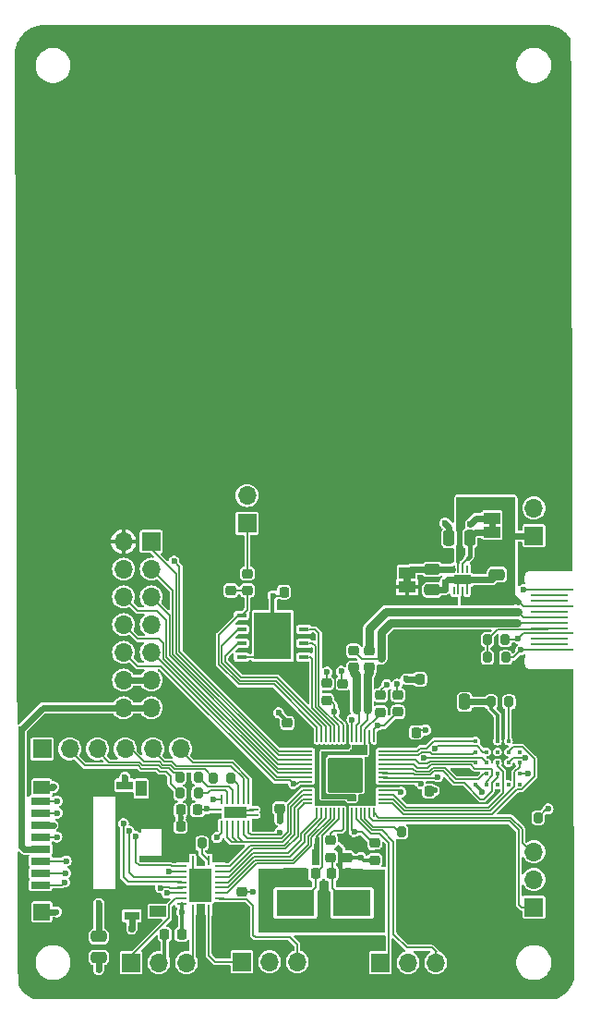
<source format=gtl>
G04 #@! TF.GenerationSoftware,KiCad,Pcbnew,8.0.1-8.0.1-1~ubuntu22.04.1*
G04 #@! TF.CreationDate,2024-06-03T13:26:46-07:00*
G04 #@! TF.ProjectId,emu_brd,656d755f-6272-4642-9e6b-696361645f70,REV1*
G04 #@! TF.SameCoordinates,Original*
G04 #@! TF.FileFunction,Copper,L1,Top*
G04 #@! TF.FilePolarity,Positive*
%FSLAX46Y46*%
G04 Gerber Fmt 4.6, Leading zero omitted, Abs format (unit mm)*
G04 Created by KiCad (PCBNEW 8.0.1-8.0.1-1~ubuntu22.04.1) date 2024-06-03 13:26:46*
%MOMM*%
%LPD*%
G01*
G04 APERTURE LIST*
G04 Aperture macros list*
%AMRoundRect*
0 Rectangle with rounded corners*
0 $1 Rounding radius*
0 $2 $3 $4 $5 $6 $7 $8 $9 X,Y pos of 4 corners*
0 Add a 4 corners polygon primitive as box body*
4,1,4,$2,$3,$4,$5,$6,$7,$8,$9,$2,$3,0*
0 Add four circle primitives for the rounded corners*
1,1,$1+$1,$2,$3*
1,1,$1+$1,$4,$5*
1,1,$1+$1,$6,$7*
1,1,$1+$1,$8,$9*
0 Add four rect primitives between the rounded corners*
20,1,$1+$1,$2,$3,$4,$5,0*
20,1,$1+$1,$4,$5,$6,$7,0*
20,1,$1+$1,$6,$7,$8,$9,0*
20,1,$1+$1,$8,$9,$2,$3,0*%
G04 Aperture macros list end*
G04 #@! TA.AperFunction,EtchedComponent*
%ADD10C,0.000000*%
G04 #@! TD*
G04 #@! TA.AperFunction,SMDPad,CuDef*
%ADD11R,0.280000X0.850000*%
G04 #@! TD*
G04 #@! TA.AperFunction,SMDPad,CuDef*
%ADD12R,0.850000X0.280000*%
G04 #@! TD*
G04 #@! TA.AperFunction,ComponentPad*
%ADD13C,0.600000*%
G04 #@! TD*
G04 #@! TA.AperFunction,SMDPad,CuDef*
%ADD14R,2.050000X3.049999*%
G04 #@! TD*
G04 #@! TA.AperFunction,SMDPad,CuDef*
%ADD15RoundRect,0.200000X0.200000X0.275000X-0.200000X0.275000X-0.200000X-0.275000X0.200000X-0.275000X0*%
G04 #@! TD*
G04 #@! TA.AperFunction,ComponentPad*
%ADD16R,1.700000X1.700000*%
G04 #@! TD*
G04 #@! TA.AperFunction,ComponentPad*
%ADD17O,1.700000X1.700000*%
G04 #@! TD*
G04 #@! TA.AperFunction,SMDPad,CuDef*
%ADD18R,3.500000X2.400000*%
G04 #@! TD*
G04 #@! TA.AperFunction,SMDPad,CuDef*
%ADD19R,0.965200X0.431800*%
G04 #@! TD*
G04 #@! TA.AperFunction,SMDPad,CuDef*
%ADD20R,3.454400X4.343400*%
G04 #@! TD*
G04 #@! TA.AperFunction,SMDPad,CuDef*
%ADD21RoundRect,0.200000X-0.200000X-0.275000X0.200000X-0.275000X0.200000X0.275000X-0.200000X0.275000X0*%
G04 #@! TD*
G04 #@! TA.AperFunction,SMDPad,CuDef*
%ADD22R,3.500000X0.250000*%
G04 #@! TD*
G04 #@! TA.AperFunction,SMDPad,CuDef*
%ADD23R,4.000000X0.250000*%
G04 #@! TD*
G04 #@! TA.AperFunction,SMDPad,CuDef*
%ADD24RoundRect,0.250000X-0.475000X0.250000X-0.475000X-0.250000X0.475000X-0.250000X0.475000X0.250000X0*%
G04 #@! TD*
G04 #@! TA.AperFunction,SMDPad,CuDef*
%ADD25RoundRect,0.225000X-0.225000X-0.250000X0.225000X-0.250000X0.225000X0.250000X-0.225000X0.250000X0*%
G04 #@! TD*
G04 #@! TA.AperFunction,SMDPad,CuDef*
%ADD26RoundRect,0.225000X-0.250000X0.225000X-0.250000X-0.225000X0.250000X-0.225000X0.250000X0.225000X0*%
G04 #@! TD*
G04 #@! TA.AperFunction,SMDPad,CuDef*
%ADD27RoundRect,0.225000X0.225000X0.250000X-0.225000X0.250000X-0.225000X-0.250000X0.225000X-0.250000X0*%
G04 #@! TD*
G04 #@! TA.AperFunction,SMDPad,CuDef*
%ADD28RoundRect,0.225000X0.250000X-0.225000X0.250000X0.225000X-0.250000X0.225000X-0.250000X-0.225000X0*%
G04 #@! TD*
G04 #@! TA.AperFunction,SMDPad,CuDef*
%ADD29RoundRect,0.250000X0.475000X-0.250000X0.475000X0.250000X-0.475000X0.250000X-0.475000X-0.250000X0*%
G04 #@! TD*
G04 #@! TA.AperFunction,SMDPad,CuDef*
%ADD30RoundRect,0.050000X-0.387500X-0.050000X0.387500X-0.050000X0.387500X0.050000X-0.387500X0.050000X0*%
G04 #@! TD*
G04 #@! TA.AperFunction,SMDPad,CuDef*
%ADD31RoundRect,0.050000X-0.050000X-0.387500X0.050000X-0.387500X0.050000X0.387500X-0.050000X0.387500X0*%
G04 #@! TD*
G04 #@! TA.AperFunction,SMDPad,CuDef*
%ADD32RoundRect,0.144000X-1.456000X-1.456000X1.456000X-1.456000X1.456000X1.456000X-1.456000X1.456000X0*%
G04 #@! TD*
G04 #@! TA.AperFunction,SMDPad,CuDef*
%ADD33RoundRect,0.250000X-0.250000X-0.475000X0.250000X-0.475000X0.250000X0.475000X-0.250000X0.475000X0*%
G04 #@! TD*
G04 #@! TA.AperFunction,SMDPad,CuDef*
%ADD34R,1.500000X0.900000*%
G04 #@! TD*
G04 #@! TA.AperFunction,SMDPad,CuDef*
%ADD35R,0.220000X0.760000*%
G04 #@! TD*
G04 #@! TA.AperFunction,SMDPad,CuDef*
%ADD36RoundRect,0.250000X0.250000X0.475000X-0.250000X0.475000X-0.250000X-0.475000X0.250000X-0.475000X0*%
G04 #@! TD*
G04 #@! TA.AperFunction,SMDPad,CuDef*
%ADD37R,1.750000X0.700000*%
G04 #@! TD*
G04 #@! TA.AperFunction,SMDPad,CuDef*
%ADD38R,1.000000X1.450000*%
G04 #@! TD*
G04 #@! TA.AperFunction,SMDPad,CuDef*
%ADD39R,1.550000X1.000000*%
G04 #@! TD*
G04 #@! TA.AperFunction,SMDPad,CuDef*
%ADD40R,1.500000X0.800000*%
G04 #@! TD*
G04 #@! TA.AperFunction,SMDPad,CuDef*
%ADD41R,1.500000X1.300000*%
G04 #@! TD*
G04 #@! TA.AperFunction,SMDPad,CuDef*
%ADD42R,1.500000X1.500000*%
G04 #@! TD*
G04 #@! TA.AperFunction,SMDPad,CuDef*
%ADD43R,1.400000X0.800000*%
G04 #@! TD*
G04 #@! TA.AperFunction,SMDPad,CuDef*
%ADD44R,1.500000X1.000000*%
G04 #@! TD*
G04 #@! TA.AperFunction,SMDPad,CuDef*
%ADD45RoundRect,0.062500X0.350000X-0.062500X0.350000X0.062500X-0.350000X0.062500X-0.350000X-0.062500X0*%
G04 #@! TD*
G04 #@! TA.AperFunction,SMDPad,CuDef*
%ADD46RoundRect,0.062500X0.062500X-0.350000X0.062500X0.350000X-0.062500X0.350000X-0.062500X-0.350000X0*%
G04 #@! TD*
G04 #@! TA.AperFunction,HeatsinkPad*
%ADD47R,2.000000X1.000000*%
G04 #@! TD*
G04 #@! TA.AperFunction,SMDPad,CuDef*
%ADD48C,0.410000*%
G04 #@! TD*
G04 #@! TA.AperFunction,ViaPad*
%ADD49C,0.600000*%
G04 #@! TD*
G04 #@! TA.AperFunction,Conductor*
%ADD50C,0.200000*%
G04 #@! TD*
G04 #@! TA.AperFunction,Conductor*
%ADD51C,0.600000*%
G04 #@! TD*
G04 #@! TA.AperFunction,Conductor*
%ADD52C,0.150000*%
G04 #@! TD*
G04 #@! TA.AperFunction,Conductor*
%ADD53C,0.300000*%
G04 #@! TD*
G04 #@! TA.AperFunction,Conductor*
%ADD54C,0.800000*%
G04 #@! TD*
G04 #@! TA.AperFunction,Conductor*
%ADD55C,0.400000*%
G04 #@! TD*
G04 APERTURE END LIST*
D10*
G04 #@! TA.AperFunction,EtchedComponent*
G36*
X113765000Y-77355000D02*
G01*
X113165000Y-77355000D01*
X113165000Y-76855000D01*
X113765000Y-76855000D01*
X113765000Y-77355000D01*
G37*
G04 #@! TD.AperFunction*
G04 #@! TA.AperFunction,EtchedComponent*
G36*
X105965000Y-82355000D02*
G01*
X105365000Y-82355000D01*
X105365000Y-81855000D01*
X105965000Y-81855000D01*
X105965000Y-82355000D01*
G37*
G04 #@! TD.AperFunction*
D11*
X87483701Y-112292399D03*
D12*
X88458700Y-111817399D03*
X88458700Y-111317400D03*
X88458700Y-110817401D03*
X88458700Y-110317400D03*
X88458700Y-109817400D03*
X88458700Y-109317399D03*
X88458700Y-108817400D03*
X88458700Y-108317401D03*
D11*
X87483701Y-107842401D03*
X85983699Y-107842401D03*
D12*
X85008700Y-108317401D03*
X85008700Y-108817400D03*
X85008700Y-109317399D03*
X85008700Y-109817400D03*
X85008700Y-110317400D03*
X85008700Y-110817401D03*
X85008700Y-111317400D03*
X85008700Y-111817399D03*
D11*
X85983699Y-112292399D03*
D13*
X87127400Y-110067400D03*
X86340000Y-110067400D03*
X87127400Y-109280000D03*
X87127400Y-110854800D03*
D14*
X86733700Y-110067400D03*
D13*
X86340000Y-110854800D03*
X86340000Y-109280000D03*
D15*
X114695000Y-89235000D03*
X113045000Y-89235000D03*
X113020000Y-87585000D03*
X114670000Y-87585000D03*
D16*
X82200000Y-78605000D03*
D17*
X79660000Y-78605000D03*
X82200000Y-81145000D03*
X79660000Y-81145000D03*
X82200000Y-83685000D03*
X79660000Y-83685000D03*
X82200000Y-86225000D03*
X79660000Y-86225000D03*
X82200000Y-88765000D03*
X79660000Y-88765000D03*
X82200000Y-91305000D03*
X79660000Y-91305000D03*
X82200000Y-93845000D03*
X79660000Y-93845000D03*
D18*
X95415000Y-111705000D03*
X100615000Y-111705000D03*
D19*
X90469800Y-85375000D03*
X90469800Y-86645000D03*
X90469800Y-87915000D03*
X90469800Y-89185000D03*
X96210200Y-89185000D03*
X96210200Y-87915000D03*
X96210200Y-86645000D03*
X96210200Y-85375000D03*
D20*
X93340000Y-87280000D03*
D21*
X85190000Y-106255000D03*
X86840000Y-106255000D03*
D22*
X118690000Y-83530000D03*
X118690000Y-84030000D03*
X118690000Y-85030000D03*
X118690000Y-85530000D03*
X118690000Y-86030000D03*
X118690000Y-86530000D03*
X118690000Y-87530000D03*
X118690000Y-88030000D03*
D23*
X118940000Y-83030000D03*
X118940000Y-84530000D03*
X118940000Y-87030000D03*
X118940000Y-88530000D03*
D16*
X90510000Y-117105000D03*
D17*
X93050000Y-117105000D03*
X95590000Y-117105000D03*
D16*
X80350000Y-117180000D03*
D17*
X82890000Y-117180000D03*
X85430000Y-117180000D03*
D16*
X72200000Y-97605000D03*
D17*
X74740000Y-97605000D03*
X77280000Y-97605000D03*
X79820000Y-97605000D03*
X82360000Y-97605000D03*
X84900000Y-97605000D03*
D24*
X107965000Y-83055000D03*
X107965000Y-81155000D03*
D16*
X90990000Y-76940000D03*
D17*
X90990000Y-74400000D03*
D25*
X104940000Y-96098000D03*
X106490000Y-96098000D03*
D26*
X93990000Y-101505000D03*
X93990000Y-103055000D03*
D27*
X95915000Y-83230000D03*
X94365000Y-83230000D03*
D26*
X89500000Y-81540000D03*
X89500000Y-83090000D03*
D28*
X91000000Y-83090000D03*
X91000000Y-81540000D03*
X99771400Y-93164600D03*
X99771400Y-91614600D03*
D26*
X100736600Y-88604700D03*
X100736600Y-90154700D03*
X102679700Y-106232300D03*
X102679700Y-107782300D03*
D29*
X113915000Y-81630000D03*
X113915000Y-83530000D03*
D28*
X94690000Y-96775000D03*
X94690000Y-95225000D03*
D27*
X108390000Y-91205000D03*
X106840000Y-91205000D03*
D30*
X96562500Y-97400000D03*
X96562500Y-97800000D03*
X96562500Y-98200000D03*
X96562500Y-98600000D03*
X96562500Y-99000000D03*
X96562500Y-99400000D03*
X96562500Y-99800000D03*
X96562500Y-100200000D03*
X96562500Y-100600000D03*
X96562500Y-101000000D03*
X96562500Y-101400000D03*
X96562500Y-101800000D03*
X96562500Y-102200000D03*
X96562500Y-102600000D03*
D31*
X97400000Y-103437500D03*
X97800000Y-103437500D03*
X98200000Y-103437500D03*
X98600000Y-103437500D03*
X99000000Y-103437500D03*
X99400000Y-103437500D03*
X99800000Y-103437500D03*
X100200000Y-103437500D03*
X100600000Y-103437500D03*
X101000000Y-103437500D03*
X101400000Y-103437500D03*
X101800000Y-103437500D03*
X102200000Y-103437500D03*
X102600000Y-103437500D03*
D30*
X103437500Y-102600000D03*
X103437500Y-102200000D03*
X103437500Y-101800000D03*
X103437500Y-101400000D03*
X103437500Y-101000000D03*
X103437500Y-100600000D03*
X103437500Y-100200000D03*
X103437500Y-99800000D03*
X103437500Y-99400000D03*
X103437500Y-99000000D03*
X103437500Y-98600000D03*
X103437500Y-98200000D03*
X103437500Y-97800000D03*
X103437500Y-97400000D03*
D31*
X102600000Y-96562500D03*
X102200000Y-96562500D03*
X101800000Y-96562500D03*
X101400000Y-96562500D03*
X101000000Y-96562500D03*
X100600000Y-96562500D03*
X100200000Y-96562500D03*
X99800000Y-96562500D03*
X99400000Y-96562500D03*
X99000000Y-96562500D03*
X98600000Y-96562500D03*
X98200000Y-96562500D03*
X97800000Y-96562500D03*
X97400000Y-96562500D03*
D13*
X98725000Y-98725000D03*
X98725000Y-100000000D03*
X98725000Y-101275000D03*
X100000000Y-98725000D03*
X100000000Y-100000000D03*
D32*
X100000000Y-100000000D03*
D13*
X100000000Y-101275000D03*
X101275000Y-98725000D03*
X101275000Y-100000000D03*
X101275000Y-101275000D03*
D27*
X97290000Y-109000000D03*
X95740000Y-109000000D03*
D28*
X98272800Y-93151800D03*
X98272800Y-91601800D03*
X104826000Y-94206000D03*
X104826000Y-92656000D03*
D33*
X109040000Y-93300000D03*
X110940000Y-93300000D03*
D25*
X106133800Y-101457400D03*
X107683800Y-101457400D03*
D26*
X100127000Y-105991000D03*
X100127000Y-107541000D03*
D28*
X103238500Y-94244100D03*
X103238500Y-92694100D03*
D26*
X102222500Y-88604700D03*
X102222500Y-90154700D03*
X98615700Y-105978300D03*
X98615700Y-107528300D03*
D25*
X98710000Y-109000000D03*
X100260000Y-109000000D03*
D27*
X84890000Y-104730000D03*
X86440000Y-104730000D03*
D28*
X90490000Y-110680000D03*
X90490000Y-112230000D03*
D21*
X117665000Y-103900000D03*
X119315000Y-103900000D03*
D15*
X86490000Y-100180000D03*
X84840000Y-100180000D03*
X89515000Y-100255000D03*
X87865000Y-100255000D03*
D16*
X117290000Y-112100000D03*
D17*
X117290000Y-109560000D03*
X117290000Y-107020000D03*
D34*
X110765000Y-82105000D03*
D35*
X109965000Y-81120000D03*
X110365000Y-81120000D03*
X110765000Y-81120000D03*
X111165000Y-81120000D03*
X111565000Y-81120000D03*
X111565000Y-83090000D03*
X111165000Y-83090000D03*
X110765000Y-83090000D03*
X110365000Y-83090000D03*
X109965000Y-83090000D03*
D15*
X86490000Y-101680000D03*
X84840000Y-101680000D03*
D36*
X109515000Y-78305000D03*
X111415000Y-78305000D03*
D37*
X72040000Y-110075000D03*
X72040000Y-108975000D03*
X72040000Y-107875000D03*
X72040000Y-106775000D03*
X72040000Y-105675000D03*
X72040000Y-104575000D03*
X72040000Y-103475000D03*
X72040000Y-102375000D03*
D38*
X81265000Y-101250000D03*
D39*
X82840000Y-112475000D03*
D40*
X79765000Y-100925000D03*
D41*
X72165000Y-101175000D03*
D42*
X72165000Y-112525000D03*
D43*
X80415000Y-112875000D03*
D27*
X83440000Y-114605000D03*
X84990000Y-114605000D03*
D24*
X77390000Y-116705000D03*
X77390000Y-114805000D03*
D21*
X113365000Y-93300000D03*
X115015000Y-93300000D03*
D16*
X117290000Y-78080000D03*
D17*
X117290000Y-75540000D03*
D44*
X113465000Y-77755000D03*
X113465000Y-76455000D03*
X105665000Y-82755000D03*
X105665000Y-81455000D03*
D45*
X88202500Y-103655000D03*
D46*
X88640000Y-104592500D03*
X89140000Y-104592500D03*
X89640000Y-104592500D03*
X90140000Y-104592500D03*
X90640000Y-104592500D03*
X91140000Y-104592500D03*
D45*
X91577500Y-103655000D03*
X91577500Y-103155000D03*
D46*
X91140000Y-102217500D03*
X90640000Y-102217500D03*
X90140000Y-102217500D03*
X89640000Y-102217500D03*
X89140000Y-102217500D03*
X88640000Y-102217500D03*
D45*
X88202500Y-103155000D03*
D47*
X89890000Y-103405000D03*
D17*
X108290000Y-117180000D03*
X105750000Y-117180000D03*
D16*
X103210000Y-117180000D03*
D21*
X105165000Y-105230000D03*
X106815000Y-105230000D03*
D48*
X115954000Y-97876000D03*
X115954000Y-98876000D03*
X115954000Y-99876000D03*
X115954000Y-100876000D03*
X114954000Y-96876000D03*
X114954000Y-97876000D03*
X114954000Y-98876000D03*
X114954000Y-99876000D03*
X114954000Y-100876000D03*
X113954000Y-96876000D03*
X113954000Y-97876000D03*
X113954000Y-98876000D03*
X113954000Y-99876000D03*
X113954000Y-100876000D03*
X112954000Y-96876000D03*
X112954000Y-97876000D03*
X112954000Y-98876000D03*
X112954000Y-99876000D03*
X112954000Y-100876000D03*
X111954000Y-96876000D03*
X111954000Y-97876000D03*
X111954000Y-98876000D03*
X111954000Y-99876000D03*
X111954000Y-100876000D03*
D27*
X86440000Y-103205000D03*
X84890000Y-103205000D03*
D49*
X92740000Y-109150000D03*
X98015000Y-111705000D03*
X111465000Y-77005000D03*
X106040000Y-86955000D03*
X106040000Y-84105000D03*
X105090000Y-86955000D03*
X105090000Y-84105000D03*
X115865000Y-84105000D03*
X116315000Y-83030000D03*
X116115000Y-88530000D03*
X115865000Y-87480000D03*
X77365000Y-117830000D03*
X77365000Y-111755000D03*
X84990000Y-112580000D03*
X91565000Y-110680000D03*
X105290000Y-106930000D03*
X103440000Y-106930000D03*
X84890000Y-103955000D03*
X87915000Y-102205000D03*
X88215000Y-105730000D03*
X92815000Y-113205000D03*
X92710000Y-111030000D03*
X103050000Y-110990000D03*
X73515000Y-112530000D03*
X99619000Y-90497300D03*
X103050000Y-109210000D03*
X103065000Y-113230000D03*
X79790000Y-100200000D03*
X90515000Y-103230000D03*
X101397000Y-109052000D03*
X89940000Y-103555000D03*
X93349300Y-83574500D03*
X97390700Y-106530000D03*
X109165000Y-82305000D03*
X89240000Y-103255000D03*
X101422400Y-107553400D03*
X105544900Y-91179600D03*
X93890000Y-94300000D03*
X104749800Y-91678400D03*
X112190000Y-93300000D03*
X73259622Y-101069622D03*
X112240000Y-82105000D03*
X94790000Y-109000000D03*
X80390000Y-114100000D03*
X107379535Y-95872933D03*
X112513328Y-101581572D03*
X108165500Y-101423781D03*
X116490000Y-98400000D03*
X73197185Y-104600000D03*
X103771000Y-91716500D03*
X93990000Y-104183100D03*
X109130000Y-76920000D03*
X113115000Y-82105000D03*
X98323600Y-90573500D03*
X87285000Y-103117500D03*
X100606443Y-94936193D03*
X70290000Y-106430000D03*
X102921000Y-95463000D03*
X70290000Y-95830000D03*
X98984000Y-94193000D03*
X100800000Y-105200000D03*
X100599970Y-102100000D03*
X100689622Y-97910378D03*
X110990000Y-101900000D03*
X110990000Y-105005000D03*
X89690000Y-97700000D03*
X92490000Y-94900000D03*
X110990000Y-99875500D03*
X83034673Y-110327492D03*
X74250000Y-109820000D03*
X83615000Y-110805000D03*
X74357831Y-108987169D03*
X83790000Y-108805000D03*
X74390000Y-107880000D03*
X80815000Y-105655000D03*
X73540000Y-105675000D03*
X80165000Y-105130000D03*
X73565000Y-103475000D03*
X73565000Y-102375000D03*
X79640000Y-104448199D03*
X84290000Y-80400000D03*
X105080000Y-101559000D03*
X116790000Y-99900000D03*
X118590000Y-103100000D03*
X93961047Y-105276047D03*
X95240000Y-100780000D03*
X107220708Y-98428895D03*
X106898819Y-100799953D03*
X108490000Y-100167433D03*
X108210878Y-97600000D03*
D50*
X72040000Y-110075000D02*
X73995000Y-110075000D01*
X73995000Y-110075000D02*
X74250000Y-109820000D01*
D51*
X109515000Y-77305000D02*
X109130000Y-76920000D01*
X109515000Y-78305000D02*
X109515000Y-77305000D01*
X117152500Y-78090000D02*
X115120000Y-78090000D01*
D52*
X99040000Y-90920000D02*
X99040000Y-92410000D01*
X98600000Y-96572500D02*
X98600000Y-95518528D01*
X98600000Y-95518528D02*
X96973280Y-93891808D01*
X96973280Y-93891808D02*
X96973280Y-89388280D01*
X96973280Y-89388280D02*
X96765000Y-89180000D01*
X96765000Y-89180000D02*
X96650000Y-89180000D01*
X97573280Y-93643280D02*
X97573280Y-87013280D01*
D50*
X99958499Y-93041501D02*
X99958499Y-95073905D01*
X101256443Y-94256443D02*
X101000000Y-94000000D01*
D52*
X99400000Y-96562500D02*
X99400000Y-95470000D01*
X97273280Y-88213280D02*
X96970000Y-87910000D01*
X97200000Y-86640000D02*
X96650000Y-86640000D01*
D50*
X99800000Y-96562500D02*
X99800000Y-95410380D01*
X101000000Y-96562500D02*
X101000000Y-95461875D01*
X102000000Y-94956849D02*
X102000000Y-94000000D01*
X101400000Y-95556849D02*
X102000000Y-94956849D01*
X101400000Y-96562500D02*
X101400000Y-95556849D01*
X100600000Y-94942636D02*
X100606443Y-94936193D01*
X101256443Y-95205432D02*
X101256443Y-94256443D01*
X100600000Y-96562500D02*
X100600000Y-94942636D01*
D52*
X96970000Y-87910000D02*
X96650000Y-87910000D01*
X97573280Y-87013280D02*
X97200000Y-86640000D01*
D50*
X101000000Y-95461875D02*
X101256443Y-95205432D01*
X99958499Y-95073905D02*
X100200000Y-95315406D01*
X100200000Y-95315406D02*
X100200000Y-96562500D01*
X98984000Y-94594380D02*
X98984000Y-94193000D01*
X99800000Y-95410380D02*
X98984000Y-94594380D01*
D52*
X99400000Y-95470000D02*
X97573280Y-93643280D01*
X99000000Y-96572500D02*
X99000000Y-95494264D01*
X99000000Y-95494264D02*
X97273280Y-93767544D01*
X97273280Y-93767544D02*
X97273280Y-88213280D01*
X97800000Y-96572500D02*
X97800000Y-95567056D01*
X98200000Y-96572500D02*
X98200000Y-95542792D01*
X93612944Y-91380000D02*
X90344264Y-91380000D01*
X88990000Y-89601472D02*
X88990000Y-89128100D01*
X97400000Y-95591320D02*
X93488680Y-91680000D01*
X90220000Y-91680000D02*
X88390000Y-89850000D01*
X93488680Y-91680000D02*
X90220000Y-91680000D01*
X88690000Y-88158100D02*
X90203100Y-86645000D01*
X90203100Y-86645000D02*
X90469800Y-86645000D01*
X90344264Y-91380000D02*
X88690000Y-89725736D01*
X90468528Y-91080000D02*
X88990000Y-89601472D01*
X88390000Y-89850000D02*
X88390000Y-87188100D01*
X97800000Y-95567056D02*
X93612944Y-91380000D01*
X90203100Y-87915000D02*
X90469800Y-87915000D01*
X97400000Y-96627500D02*
X97400000Y-95591320D01*
X88990000Y-89128100D02*
X90203100Y-87915000D01*
X93737208Y-91080000D02*
X90468528Y-91080000D01*
X98200000Y-95542792D02*
X93737208Y-91080000D01*
X90203100Y-85375000D02*
X90469800Y-85375000D01*
X88390000Y-87188100D02*
X90203100Y-85375000D01*
X88690000Y-89725736D02*
X88690000Y-88158100D01*
D53*
X93349300Y-83574500D02*
X93340000Y-83583800D01*
X93340000Y-83583800D02*
X93340000Y-87280000D01*
D51*
X79660000Y-91305000D02*
X82200000Y-91305000D01*
D50*
X103238500Y-92249000D02*
X103771000Y-91716500D01*
X103238500Y-92791500D02*
X103238500Y-92249000D01*
D52*
X82200000Y-88765000D02*
X82278572Y-88765000D01*
X82278572Y-88765000D02*
X93692188Y-100178616D01*
X93692188Y-100178616D02*
X96541116Y-100178616D01*
X82200000Y-81145000D02*
X84188044Y-83133044D01*
X84188044Y-83133044D02*
X84188044Y-88945188D01*
X84188044Y-88945188D02*
X93842856Y-98600000D01*
X93842856Y-98600000D02*
X96562500Y-98600000D01*
X82200000Y-83685000D02*
X83888533Y-85373533D01*
X83888533Y-85373533D02*
X83888533Y-89069249D01*
X83888533Y-89069249D02*
X93819284Y-99000000D01*
X93819284Y-99000000D02*
X96562500Y-99000000D01*
X79660000Y-83685000D02*
X80915000Y-84940000D01*
X80915000Y-84940000D02*
X82740000Y-84940000D01*
X82740000Y-84940000D02*
X83589022Y-85789022D01*
X83589022Y-85789022D02*
X83589022Y-89193310D01*
X83589022Y-89193310D02*
X93795712Y-99400000D01*
X93795712Y-99400000D02*
X96562500Y-99400000D01*
X79660000Y-86225000D02*
X80965000Y-87530000D01*
X80965000Y-87530000D02*
X82890000Y-87530000D01*
X93772140Y-99800000D02*
X96562500Y-99800000D01*
X82890000Y-87530000D02*
X83289511Y-87929511D01*
X83289511Y-87929511D02*
X83289511Y-89352367D01*
X83289511Y-89352367D02*
X85337144Y-91400000D01*
X85337144Y-91400000D02*
X85372140Y-91400000D01*
X85372140Y-91400000D02*
X93772140Y-99800000D01*
X79660000Y-88765000D02*
X80905000Y-90010000D01*
X94938616Y-100478616D02*
X95240000Y-100780000D01*
X80905000Y-90010000D02*
X83099308Y-90010000D01*
X83099308Y-90010000D02*
X93567924Y-100478616D01*
X93567924Y-100478616D02*
X94938616Y-100478616D01*
D51*
X81990000Y-93840000D02*
X72280000Y-93840000D01*
X72280000Y-93840000D02*
X70290000Y-95830000D01*
X115840000Y-84105000D02*
X115265000Y-83530000D01*
X115265000Y-83530000D02*
X113915000Y-83530000D01*
D52*
X113915000Y-83275000D02*
X113915000Y-83530000D01*
D51*
X113915000Y-81630000D02*
X113440000Y-82105000D01*
D52*
X113730000Y-83090000D02*
X113915000Y-83275000D01*
D51*
X113440000Y-82105000D02*
X111058750Y-82105000D01*
X112015000Y-76455000D02*
X111465000Y-77005000D01*
X113465000Y-76455000D02*
X112015000Y-76455000D01*
X113465000Y-77755000D02*
X111965000Y-77755000D01*
X111965000Y-77755000D02*
X111415000Y-78305000D01*
D52*
X110765000Y-83090000D02*
X110765000Y-83980000D01*
D50*
X115865000Y-84105000D02*
X115890000Y-84105000D01*
X115890000Y-84105000D02*
X116315000Y-84530000D01*
X116315000Y-84530000D02*
X118940000Y-84530000D01*
X115865000Y-84105000D02*
X115840000Y-84105000D01*
X116315000Y-83030000D02*
X118886465Y-83030000D01*
D52*
X114695000Y-89235000D02*
X115410000Y-89235000D01*
X115410000Y-89235000D02*
X116115000Y-88530000D01*
X114670000Y-87585000D02*
X115760000Y-87585000D01*
X115760000Y-87585000D02*
X115865000Y-87480000D01*
D50*
X115865000Y-87480000D02*
X116315000Y-87030000D01*
X116315000Y-87030000D02*
X118940000Y-87030000D01*
D52*
X113020000Y-87585000D02*
X113020000Y-87685000D01*
X113020000Y-87685000D02*
X113045000Y-87710000D01*
X113045000Y-87710000D02*
X113045000Y-89235000D01*
X118690000Y-86530000D02*
X118540000Y-86680000D01*
X118540000Y-86680000D02*
X113925000Y-86680000D01*
X113925000Y-86680000D02*
X113020000Y-87585000D01*
D50*
X116115000Y-88530000D02*
X118686465Y-88530000D01*
D52*
X118686465Y-88530000D02*
X118717543Y-88517127D01*
X118717543Y-88517127D02*
X118734670Y-88500000D01*
X118734670Y-88500000D02*
X118940000Y-88500000D01*
D54*
X104140000Y-86055000D02*
X115739124Y-86055000D01*
D52*
X103265000Y-89280000D02*
X103140000Y-89405000D01*
X103140000Y-89405000D02*
X101536900Y-89405000D01*
X101536900Y-89405000D02*
X100736600Y-88604700D01*
D54*
X103265000Y-89280000D02*
X103265000Y-86930000D01*
X103265000Y-86930000D02*
X104140000Y-86055000D01*
D52*
X118690000Y-85530000D02*
X116342500Y-85530000D01*
X116342500Y-85530000D02*
X115842500Y-85030000D01*
D54*
X102222500Y-88604700D02*
X102222500Y-86547500D01*
X102222500Y-86547500D02*
X103740000Y-85030000D01*
X103740000Y-85030000D02*
X115842500Y-85030000D01*
D52*
X92340000Y-88780000D02*
X91935000Y-89185000D01*
X91935000Y-89185000D02*
X90469800Y-89185000D01*
X80815000Y-105655000D02*
X80815000Y-107955000D01*
X80815000Y-107955000D02*
X81140000Y-108280000D01*
X81140000Y-108280000D02*
X84007463Y-108280000D01*
X84007463Y-108280000D02*
X84057463Y-108330000D01*
X84057463Y-108330000D02*
X84996101Y-108330000D01*
X84996101Y-108330000D02*
X85008700Y-108317401D01*
X80165000Y-105130000D02*
X80165000Y-108930000D01*
X80165000Y-108930000D02*
X80565000Y-109330000D01*
X80565000Y-109330000D02*
X84996099Y-109330000D01*
X84996099Y-109330000D02*
X85008700Y-109317399D01*
X79640000Y-104448199D02*
X79640000Y-109380000D01*
X79640000Y-109380000D02*
X80062492Y-109802492D01*
X80062492Y-109802492D02*
X84993792Y-109802492D01*
X84993792Y-109802492D02*
X85008700Y-109817400D01*
D50*
X83790000Y-108805000D02*
X83802400Y-108817400D01*
X83802400Y-108817400D02*
X85008700Y-108817400D01*
X83034673Y-110327492D02*
X83107165Y-110255000D01*
X83107165Y-110255000D02*
X83842818Y-110255000D01*
X83842818Y-110255000D02*
X83917818Y-110330000D01*
X83917818Y-110330000D02*
X84996100Y-110330000D01*
X84996100Y-110330000D02*
X85008700Y-110317400D01*
X83615000Y-110805000D02*
X84996299Y-110805000D01*
X84996299Y-110805000D02*
X85008700Y-110817401D01*
D51*
X77365000Y-117830000D02*
X77365000Y-116730000D01*
D53*
X77365000Y-116730000D02*
X77390000Y-116705000D01*
X77365000Y-111755000D02*
X77390000Y-111780000D01*
D51*
X77390000Y-111780000D02*
X77390000Y-114805000D01*
X70565000Y-106775000D02*
X72040000Y-106775000D01*
X70290000Y-106500000D02*
X70565000Y-106775000D01*
D52*
X85008700Y-111317400D02*
X84433700Y-111317400D01*
X84433700Y-111317400D02*
X83840000Y-111911100D01*
X83840000Y-113087370D02*
X80350000Y-116577370D01*
X83840000Y-111911100D02*
X83840000Y-113087370D01*
X80350000Y-116577370D02*
X80350000Y-117180000D01*
D53*
X83440000Y-114605000D02*
X83440000Y-116630000D01*
X83440000Y-116630000D02*
X82890000Y-117180000D01*
X84990000Y-112580000D02*
X85008700Y-112598700D01*
X85008700Y-112598700D02*
X85008700Y-114586300D01*
X85008700Y-114586300D02*
X84990000Y-114605000D01*
X85008700Y-112561300D02*
X84990000Y-112580000D01*
X85008700Y-111817399D02*
X85008700Y-112561300D01*
D52*
X87483701Y-112292399D02*
X87483701Y-116523701D01*
X87483701Y-116523701D02*
X88065000Y-117105000D01*
X88065000Y-117105000D02*
X90510000Y-117105000D01*
X85983699Y-112292399D02*
X85983699Y-116626301D01*
X85983699Y-116626301D02*
X85430000Y-117180000D01*
X88458700Y-111317400D02*
X88521300Y-111380000D01*
X88521300Y-111380000D02*
X90915000Y-111380000D01*
X91740000Y-114855000D02*
X94890000Y-114855000D01*
X90915000Y-111380000D02*
X91540000Y-112005000D01*
X91540000Y-114655000D02*
X91740000Y-114855000D01*
X91540000Y-112005000D02*
X91540000Y-114655000D01*
X94890000Y-114855000D02*
X95590000Y-115555000D01*
X95590000Y-115555000D02*
X95590000Y-117105000D01*
D50*
X90490000Y-110680000D02*
X91565000Y-110680000D01*
D52*
X107915000Y-115805000D02*
X108340000Y-116230000D01*
X108340000Y-116230000D02*
X108290000Y-116280000D01*
X108290000Y-116280000D02*
X108290000Y-117180000D01*
X103210000Y-117180000D02*
X103990000Y-116400000D01*
X103990000Y-116400000D02*
X103990000Y-106222100D01*
X103990000Y-106222100D02*
X103124200Y-105356300D01*
X103124200Y-105356300D02*
X102324100Y-105356300D01*
X102324100Y-105356300D02*
X101000000Y-104032200D01*
X101000000Y-104032200D02*
X101000000Y-103437500D01*
X101400000Y-103437500D02*
X101400000Y-104007922D01*
X101400000Y-104007922D02*
X102448367Y-105056289D01*
X102448367Y-105056289D02*
X103346289Y-105056289D01*
X103346289Y-105056289D02*
X104417500Y-106127500D01*
X104417500Y-106127500D02*
X104417500Y-114583236D01*
X105639264Y-115805000D02*
X107915000Y-115805000D01*
X104417500Y-114583236D02*
X105639264Y-115805000D01*
X102600000Y-103437500D02*
X103067500Y-103905000D01*
X103067500Y-103905000D02*
X115189264Y-103905000D01*
X116215000Y-104930736D02*
X116215000Y-106255000D01*
X115189264Y-103905000D02*
X116215000Y-104930736D01*
X116215000Y-106255000D02*
X116980000Y-107020000D01*
X116980000Y-107020000D02*
X117290000Y-107020000D01*
X102200000Y-103437500D02*
X102200000Y-103875000D01*
X102200000Y-103875000D02*
X102530000Y-104205000D01*
X102530000Y-104205000D02*
X115065000Y-104205000D01*
X115065000Y-104205000D02*
X115915000Y-105055000D01*
X115915000Y-105055000D02*
X115915000Y-111855000D01*
X115915000Y-111855000D02*
X116160000Y-112100000D01*
X116160000Y-112100000D02*
X117290000Y-112100000D01*
X103440000Y-106930000D02*
X103454400Y-106994600D01*
D53*
X113365000Y-93300000D02*
X113365000Y-93930000D01*
X113365000Y-93930000D02*
X113954000Y-94519000D01*
X113954000Y-94519000D02*
X113954000Y-96876000D01*
D50*
X85983699Y-107842401D02*
X85983699Y-109317399D01*
X85983699Y-109317399D02*
X86733700Y-110067400D01*
X86840000Y-106255000D02*
X86840000Y-107198700D01*
X86840000Y-107198700D02*
X87483701Y-107842401D01*
X86690000Y-103155000D02*
X88202500Y-103155000D01*
X84890000Y-103955000D02*
X84890000Y-104730000D01*
X84890000Y-103205000D02*
X84890000Y-103955000D01*
D52*
X91000000Y-83090000D02*
X91000000Y-84844800D01*
X91000000Y-84844800D02*
X90469800Y-85375000D01*
X98603000Y-103845000D02*
X98603000Y-103971308D01*
X98603000Y-103971308D02*
X96865700Y-105708608D01*
X96865700Y-105708608D02*
X96865700Y-106504300D01*
X96865700Y-106504300D02*
X95265000Y-108105000D01*
X95265000Y-108105000D02*
X91837056Y-108105000D01*
X91837056Y-108105000D02*
X89124655Y-110817401D01*
X89124655Y-110817401D02*
X88458700Y-110817401D01*
X98200000Y-103437500D02*
X98200000Y-103950044D01*
X98200000Y-103950044D02*
X96565700Y-105584344D01*
X96565700Y-105584344D02*
X96565700Y-106380036D01*
X96565700Y-106380036D02*
X95140736Y-107805000D01*
X95140736Y-107805000D02*
X91712792Y-107805000D01*
X91712792Y-107805000D02*
X89200392Y-110317400D01*
X89200392Y-110317400D02*
X88458700Y-110317400D01*
X97800000Y-103863229D02*
X97800000Y-103925780D01*
X97800000Y-103925780D02*
X96265700Y-105460080D01*
X94940000Y-107480000D02*
X91613528Y-107480000D01*
X96265700Y-105460080D02*
X96265700Y-106154300D01*
X96265700Y-106154300D02*
X94940000Y-107480000D01*
X91613528Y-107480000D02*
X89276128Y-109817400D01*
X89276128Y-109817400D02*
X88458700Y-109817400D01*
X97400000Y-103437500D02*
X97400000Y-103901516D01*
X97400000Y-103901516D02*
X95965700Y-105335816D01*
X95965700Y-105929300D02*
X94765000Y-107130000D01*
X95965700Y-105335816D02*
X95965700Y-105929300D01*
X94765000Y-107130000D02*
X91539264Y-107130000D01*
X91539264Y-107130000D02*
X89351865Y-109317399D01*
X89351865Y-109317399D02*
X88458700Y-109317399D01*
X96562500Y-102600000D02*
X96270000Y-102600000D01*
X91515000Y-106730000D02*
X89427600Y-108817400D01*
X96270000Y-102600000D02*
X95690000Y-103180000D01*
X89427600Y-108817400D02*
X88458700Y-108817400D01*
X95690000Y-103180000D02*
X95690000Y-104705000D01*
X95690000Y-104705000D02*
X95640000Y-104755000D01*
X95640000Y-104755000D02*
X95640000Y-105612350D01*
X95640000Y-105612350D02*
X94522350Y-106730000D01*
X94522350Y-106730000D02*
X91515000Y-106730000D01*
X96562500Y-102200000D02*
X96134706Y-102200000D01*
X96134706Y-102200000D02*
X95340000Y-102994706D01*
X95340000Y-102994706D02*
X95340000Y-105488086D01*
X95340000Y-105488086D02*
X94398086Y-106430000D01*
X94398086Y-106430000D02*
X91315000Y-106430000D01*
X91315000Y-106430000D02*
X89427599Y-108317401D01*
X89427599Y-108317401D02*
X88458700Y-108317401D01*
X96562500Y-101800000D02*
X96110442Y-101800000D01*
X96110442Y-101800000D02*
X95040000Y-102870442D01*
X95040000Y-105363822D02*
X94273822Y-106130000D01*
X95040000Y-102870442D02*
X95040000Y-105363822D01*
X94273822Y-106130000D02*
X90590000Y-106130000D01*
X90640000Y-104592500D02*
X90640000Y-105480000D01*
X96086178Y-101400000D02*
X96562500Y-101400000D01*
X90640000Y-105480000D02*
X90990000Y-105830000D01*
X90990000Y-105830000D02*
X94149558Y-105830000D01*
X94149558Y-105830000D02*
X94740000Y-105239558D01*
X94740000Y-105239558D02*
X94740000Y-102746178D01*
X94740000Y-102746178D02*
X96086178Y-101400000D01*
X99000000Y-103998572D02*
X99000000Y-103437500D01*
X97390700Y-106530000D02*
X97390700Y-105607872D01*
X97390700Y-105607872D02*
X99000000Y-103998572D01*
X99400000Y-103437500D02*
X99400000Y-104024811D01*
X99400000Y-104024811D02*
X97915700Y-105509111D01*
X97915700Y-108374300D02*
X97290000Y-109000000D01*
X97915700Y-105509111D02*
X97915700Y-108374300D01*
X82727208Y-99405000D02*
X83002208Y-99680000D01*
X81266472Y-99405000D02*
X82727208Y-99405000D01*
X87340000Y-101680000D02*
X86490000Y-101680000D01*
X80991472Y-99130000D02*
X81266472Y-99405000D01*
X74680000Y-97705000D02*
X76105000Y-99130000D01*
X83002208Y-99680000D02*
X83540000Y-99680000D01*
X88990000Y-101380000D02*
X87640000Y-101380000D01*
X76105000Y-99130000D02*
X80991472Y-99130000D01*
X87640000Y-101380000D02*
X87340000Y-101680000D01*
X89140000Y-101530000D02*
X88990000Y-101380000D01*
X89140000Y-102217500D02*
X89140000Y-101530000D01*
X83540000Y-99680000D02*
X83965000Y-100105000D01*
X83965000Y-100105000D02*
X83965000Y-100805000D01*
X83965000Y-100805000D02*
X84840000Y-101680000D01*
X81390736Y-99105000D02*
X82851472Y-99105000D01*
X83840000Y-99380000D02*
X84265000Y-99805000D01*
X81115736Y-98830000D02*
X81390736Y-99105000D01*
X78345000Y-98830000D02*
X81115736Y-98830000D01*
X77220000Y-97705000D02*
X78345000Y-98830000D01*
X83126472Y-99380000D02*
X83840000Y-99380000D01*
X89365000Y-101080000D02*
X87390000Y-101080000D01*
X89640000Y-101355000D02*
X89365000Y-101080000D01*
X89640000Y-102217500D02*
X89640000Y-101355000D01*
X82851472Y-99105000D02*
X83126472Y-99380000D01*
X87390000Y-101080000D02*
X86490000Y-100180000D01*
X84465000Y-99805000D02*
X84840000Y-100180000D01*
X84265000Y-99805000D02*
X84465000Y-99805000D01*
X79760000Y-97705000D02*
X80415000Y-97705000D01*
X80415000Y-97705000D02*
X81515000Y-98805000D01*
X82975736Y-98805000D02*
X83250736Y-99080000D01*
X81515000Y-98805000D02*
X82975736Y-98805000D01*
X84364264Y-99480000D02*
X87090000Y-99480000D01*
X87090000Y-99480000D02*
X87865000Y-100255000D01*
X83250736Y-99080000D02*
X83964264Y-99080000D01*
X83964264Y-99080000D02*
X84364264Y-99480000D01*
X82300000Y-97705000D02*
X83375000Y-98780000D01*
X83375000Y-98780000D02*
X84088528Y-98780000D01*
X84088528Y-98780000D02*
X84488528Y-99180000D01*
X84488528Y-99180000D02*
X89521582Y-99180000D01*
X89521582Y-99180000D02*
X90640000Y-100298418D01*
X90640000Y-100298418D02*
X90640000Y-102217500D01*
X84840000Y-97705000D02*
X86015000Y-98880000D01*
X86015000Y-98880000D02*
X89645846Y-98880000D01*
X89645846Y-98880000D02*
X91140000Y-100374154D01*
X91140000Y-100374154D02*
X91140000Y-102217500D01*
D50*
X118639124Y-86045000D02*
X115749124Y-86045000D01*
D52*
X87927500Y-102217500D02*
X87915000Y-102205000D01*
X88640000Y-102217500D02*
X87927500Y-102217500D01*
X88640000Y-105305000D02*
X88215000Y-105730000D01*
X88640000Y-104592500D02*
X88640000Y-105305000D01*
X97290000Y-109000000D02*
X97290000Y-110305000D01*
X97290000Y-110305000D02*
X95915000Y-111680000D01*
X95915000Y-111680000D02*
X95240000Y-111680000D01*
X98802500Y-107727600D02*
X98802500Y-110392500D01*
X98802500Y-110392500D02*
X100115000Y-111705000D01*
X100115000Y-111705000D02*
X100615000Y-111705000D01*
D51*
X110940000Y-93300000D02*
X112190000Y-93300000D01*
X110765000Y-82105000D02*
X109365000Y-82105000D01*
X109165000Y-83005000D02*
X108002500Y-83005000D01*
X106827500Y-91205000D02*
X105570300Y-91205000D01*
X72165000Y-112525000D02*
X73365000Y-112525000D01*
X79765000Y-100225000D02*
X79790000Y-100200000D01*
X93990000Y-104183100D02*
X93990000Y-103055000D01*
D50*
X110365000Y-83090000D02*
X110365000Y-82505000D01*
D51*
X73154244Y-101175000D02*
X73259622Y-101069622D01*
D50*
X99619000Y-91449700D02*
X99619000Y-90497300D01*
D51*
X109365000Y-82105000D02*
X109165000Y-82305000D01*
D53*
X111954000Y-100876000D02*
X112513328Y-101435328D01*
D51*
X113365000Y-93300000D02*
X112190000Y-93300000D01*
D52*
X116490000Y-98400000D02*
X115430000Y-98400000D01*
D51*
X80415000Y-114075000D02*
X80390000Y-114100000D01*
D53*
X112513328Y-101435328D02*
X112513328Y-101581572D01*
D52*
X105570300Y-91205000D02*
X105544900Y-91179600D01*
D50*
X94008000Y-83574500D02*
X93349300Y-83574500D01*
X111165000Y-83090000D02*
X111165000Y-82505000D01*
D51*
X72165000Y-101175000D02*
X73154244Y-101175000D01*
D50*
X94352500Y-83230000D02*
X94008000Y-83574500D01*
D53*
X101663800Y-107794800D02*
X101422400Y-107553400D01*
D50*
X101397000Y-109052000D02*
X100324500Y-109052000D01*
D52*
X90515000Y-103230000D02*
X91502500Y-103230000D01*
D53*
X94690000Y-95100000D02*
X93890000Y-94300000D01*
D51*
X80415000Y-112875000D02*
X80415000Y-114075000D01*
D53*
X101422300Y-107553500D02*
X101422400Y-107553400D01*
D50*
X104749800Y-92668900D02*
X104749800Y-91678400D01*
D53*
X100127000Y-107553500D02*
X101422300Y-107553500D01*
D50*
X102679700Y-109077398D02*
X102679698Y-109077400D01*
D52*
X91577500Y-103655000D02*
X90140000Y-103655000D01*
D50*
X98336300Y-91930000D02*
X98323600Y-90573500D01*
D51*
X72040000Y-104575000D02*
X73172185Y-104575000D01*
D52*
X90140000Y-103655000D02*
X89890000Y-103405000D01*
D50*
X110365000Y-82505000D02*
X110765000Y-82105000D01*
X111165000Y-82505000D02*
X110765000Y-82105000D01*
D52*
X115430000Y-98400000D02*
X114954000Y-98876000D01*
D51*
X79765000Y-100925000D02*
X79765000Y-100225000D01*
D53*
X102679700Y-107794800D02*
X101663800Y-107794800D01*
D52*
X91502500Y-103230000D02*
X91577500Y-103155000D01*
D51*
X109165000Y-82305000D02*
X109165000Y-83005000D01*
D53*
X108131881Y-101457400D02*
X108165500Y-101423781D01*
X107696300Y-101457400D02*
X108131881Y-101457400D01*
D52*
X106676767Y-95872933D02*
X107379535Y-95872933D01*
D51*
X73172185Y-104575000D02*
X73197185Y-104600000D01*
D50*
X110365000Y-81120000D02*
X110365000Y-80305000D01*
D52*
X99800000Y-104921300D02*
X99644400Y-105076900D01*
X99800000Y-103437500D02*
X99800000Y-104921300D01*
X98615700Y-105330900D02*
X98615700Y-105965800D01*
X99644400Y-105076900D02*
X98869700Y-105076900D01*
X98869700Y-105076900D02*
X98615700Y-105330900D01*
D50*
X103581500Y-95463000D02*
X102921000Y-95463000D01*
X104826000Y-94218500D02*
X103581500Y-95463000D01*
D51*
X70290000Y-106430000D02*
X70290000Y-106500000D01*
D50*
X102921000Y-95463000D02*
X102600000Y-95784000D01*
D51*
X70290000Y-95830000D02*
X70290000Y-106430000D01*
D50*
X102600000Y-95784000D02*
X102600000Y-96562500D01*
X101800000Y-96562500D02*
X101800000Y-95800000D01*
X101800000Y-96562500D02*
X101800000Y-97400000D01*
X100600000Y-105000000D02*
X100800000Y-105200000D01*
X102552600Y-106219800D02*
X101532800Y-105200000D01*
X101800000Y-95800000D02*
X103000000Y-94600000D01*
X98336300Y-92900000D02*
X98984000Y-93547700D01*
X100600000Y-103437500D02*
X100600000Y-105000000D01*
X98984000Y-93547700D02*
X98984000Y-94193000D01*
X103000000Y-94600000D02*
X103000000Y-94000000D01*
X101532800Y-105200000D02*
X100800000Y-105200000D01*
X95970000Y-101000000D02*
X95490000Y-101480000D01*
X95490000Y-101480000D02*
X94231500Y-101480000D01*
X102200000Y-96562500D02*
X102200000Y-97023585D01*
X102200000Y-97023585D02*
X102544415Y-97368000D01*
X102544415Y-97368000D02*
X102794000Y-97368000D01*
X100200000Y-103437500D02*
X100200000Y-102800000D01*
X94231500Y-101480000D02*
X94196200Y-101444700D01*
X96562500Y-101000000D02*
X95970000Y-101000000D01*
X96562500Y-97400000D02*
X97400000Y-97400000D01*
D52*
X100127000Y-105978500D02*
X100939700Y-105978500D01*
D50*
X100200000Y-102800000D02*
X100249520Y-102750480D01*
X100249520Y-102750480D02*
X101221520Y-102750480D01*
X103175000Y-97368000D02*
X102794000Y-97368000D01*
D52*
X106121300Y-101457400D02*
X106594422Y-101457400D01*
D53*
X111954000Y-99876000D02*
X110990500Y-99876000D01*
D50*
X103437500Y-101000000D02*
X102600000Y-101000000D01*
D53*
X110990500Y-99876000D02*
X110990000Y-99875500D01*
D52*
X101955800Y-106994600D02*
X103440000Y-106930000D01*
X100939700Y-105978500D02*
X101955800Y-106994600D01*
D50*
X100200000Y-96562500D02*
X100200000Y-97400000D01*
X105800000Y-101000000D02*
X106000000Y-101200000D01*
X103437500Y-101000000D02*
X105800000Y-101000000D01*
X100200000Y-103437500D02*
X100200000Y-105905500D01*
X96562500Y-101000000D02*
X97400000Y-101000000D01*
X101221520Y-102750480D02*
X101397000Y-102575000D01*
D52*
X91000000Y-81830000D02*
X91000000Y-76950000D01*
D51*
X105965000Y-81155000D02*
X105665000Y-81455000D01*
X107965000Y-81155000D02*
X109805489Y-81155000D01*
X107965000Y-81155000D02*
X105965000Y-81155000D01*
D50*
X72040000Y-108975000D02*
X74345662Y-108975000D01*
X74345662Y-108975000D02*
X74357831Y-108987169D01*
X74390000Y-107880000D02*
X74385000Y-107875000D01*
X74385000Y-107875000D02*
X72040000Y-107875000D01*
D52*
X73540000Y-105675000D02*
X72040000Y-105675000D01*
X73565000Y-103475000D02*
X72040000Y-103475000D01*
X73565000Y-102375000D02*
X72040000Y-102375000D01*
X82215000Y-79325000D02*
X84487555Y-81597555D01*
X93866428Y-98200000D02*
X96562500Y-98200000D01*
X84487555Y-81597555D02*
X84487555Y-88821127D01*
X84487555Y-88821127D02*
X93866428Y-98200000D01*
X84787066Y-80897066D02*
X84290000Y-80400000D01*
X96562500Y-97800000D02*
X93890000Y-97800000D01*
X84787066Y-88697066D02*
X84787066Y-80897066D01*
X93890000Y-97800000D02*
X84787066Y-88697066D01*
X103437500Y-101400000D02*
X104921000Y-101400000D01*
D50*
X110765000Y-80605000D02*
X111265000Y-80105000D01*
D55*
X111415000Y-78305000D02*
X111415000Y-79955000D01*
D50*
X110765000Y-81120000D02*
X110765000Y-80605000D01*
D55*
X111415000Y-79955000D02*
X111265000Y-80105000D01*
D52*
X101800000Y-103437500D02*
X101800000Y-103983644D01*
X101800000Y-103983644D02*
X102564228Y-104747872D01*
X104462872Y-104747872D02*
X105190000Y-105475000D01*
X102564228Y-104747872D02*
X104462872Y-104747872D01*
X89540000Y-83105000D02*
X91040000Y-83105000D01*
X118465000Y-103100000D02*
X118590000Y-103100000D01*
X117665000Y-103900000D02*
X118465000Y-103100000D01*
X116766000Y-99876000D02*
X116790000Y-99900000D01*
X115954000Y-99876000D02*
X116766000Y-99876000D01*
X93744594Y-105492500D02*
X93961047Y-105276047D01*
X95569838Y-100780000D02*
X95749838Y-100600000D01*
X91140000Y-104805000D02*
X91140000Y-105255000D01*
X91377500Y-105492500D02*
X93744594Y-105492500D01*
X91140000Y-105255000D02*
X91377500Y-105492500D01*
X95240000Y-100780000D02*
X95569838Y-100780000D01*
X95749838Y-100600000D02*
X96562500Y-100600000D01*
X107225592Y-98424011D02*
X107220708Y-98428895D01*
X103437500Y-100600000D02*
X106698866Y-100600000D01*
X112502011Y-98424011D02*
X107225592Y-98424011D01*
X106698866Y-100600000D02*
X106898819Y-100799953D01*
X112954000Y-98876000D02*
X112502011Y-98424011D01*
X108459378Y-97351500D02*
X108210878Y-97600000D01*
X112954000Y-97876000D02*
X112642428Y-97876000D01*
X103437500Y-100200000D02*
X103512953Y-100275453D01*
X103512953Y-100275453D02*
X108381980Y-100275453D01*
X108381980Y-100275453D02*
X108490000Y-100167433D01*
X112642428Y-97876000D02*
X112117928Y-97351500D01*
X112090000Y-97351500D02*
X108459378Y-97351500D01*
X110890000Y-100700000D02*
X109992208Y-100700000D01*
X112390000Y-102200000D02*
X110890000Y-100700000D01*
X113954000Y-99876000D02*
X113954000Y-100165913D01*
X108935140Y-99642932D02*
X108143158Y-99642932D01*
X113430781Y-100689132D02*
X113430781Y-101459219D01*
X106365892Y-99975942D02*
X106241878Y-99851928D01*
X112690000Y-102200000D02*
X112390000Y-102200000D01*
X103489428Y-99851928D02*
X103437500Y-99800000D01*
X107810148Y-99975942D02*
X106365892Y-99975942D01*
X113954000Y-100165913D02*
X113430781Y-100689132D01*
X109992208Y-100700000D02*
X108935140Y-99642932D01*
X113430781Y-101459219D02*
X112690000Y-102200000D01*
X106241878Y-99851928D02*
X103489428Y-99851928D01*
X108143158Y-99642932D02*
X107810148Y-99975942D01*
X108019097Y-99343421D02*
X107686086Y-99676431D01*
X109133423Y-99343423D02*
X108924374Y-99343423D01*
X106213522Y-99400000D02*
X103437500Y-99400000D01*
X107686086Y-99676431D02*
X106489951Y-99676429D01*
X106489951Y-99676429D02*
X106213522Y-99400000D01*
X108924372Y-99343425D02*
X108019097Y-99343421D01*
X112190000Y-100400000D02*
X110190000Y-100400000D01*
X112714000Y-99876000D02*
X112190000Y-100400000D01*
X112954000Y-99876000D02*
X112714000Y-99876000D01*
X108924374Y-99343423D02*
X108924372Y-99343425D01*
X110190000Y-100400000D02*
X109133423Y-99343423D01*
X113490000Y-99555000D02*
X113335000Y-99400000D01*
X111514491Y-99043912D02*
X107895036Y-99043910D01*
X107562027Y-99376919D02*
X106614013Y-99376919D01*
X112954000Y-100876000D02*
X112954000Y-100586087D01*
X106237094Y-99000000D02*
X103437500Y-99000000D01*
X106614013Y-99376919D02*
X106237094Y-99000000D01*
X112954000Y-100586087D02*
X113490000Y-100050087D01*
X113335000Y-99400000D02*
X111870579Y-99400000D01*
X113490000Y-100050087D02*
X113490000Y-99555000D01*
X107895036Y-99043910D02*
X107562027Y-99376919D01*
X111870579Y-99400000D02*
X111514491Y-99043912D01*
X107530653Y-98953395D02*
X106809183Y-98953395D01*
X107745497Y-98744399D02*
X107742573Y-98741475D01*
X111822401Y-98744401D02*
X107745497Y-98744399D01*
X106455788Y-98600000D02*
X103437500Y-98600000D01*
X106809183Y-98953395D02*
X106455788Y-98600000D01*
X111954000Y-98876000D02*
X111822401Y-98744401D01*
X107742573Y-98741475D02*
X107530653Y-98953395D01*
X103437500Y-98200000D02*
X106707845Y-98200000D01*
X107972742Y-98124500D02*
X111705500Y-98124500D01*
X106707845Y-98200000D02*
X107003451Y-97904394D01*
X107003451Y-97904394D02*
X107752636Y-97904394D01*
X111705500Y-98124500D02*
X111954000Y-97876000D01*
X107752636Y-97904394D02*
X107972742Y-98124500D01*
X111954000Y-96876000D02*
X108114000Y-96876000D01*
X107440000Y-97550000D02*
X106840000Y-97550000D01*
X108114000Y-96876000D02*
X107440000Y-97550000D01*
X106590000Y-97800000D02*
X103437500Y-97800000D01*
X106840000Y-97550000D02*
X106590000Y-97800000D01*
X105314319Y-103572011D02*
X105138583Y-103396275D01*
X116281000Y-97446000D02*
X117315000Y-98480000D01*
X105138583Y-103396275D02*
X105138583Y-103395583D01*
X113417989Y-103572011D02*
X105314319Y-103572011D01*
X117315000Y-98480000D02*
X117315000Y-100123112D01*
X114987210Y-97838496D02*
X115379706Y-97446000D01*
X105138583Y-103395583D02*
X104343000Y-102600000D01*
X104343000Y-102600000D02*
X103437500Y-102600000D01*
X115775888Y-101306000D02*
X113417989Y-103572011D01*
X115379706Y-97446000D02*
X116281000Y-97446000D01*
X116132112Y-101306000D02*
X115775888Y-101306000D01*
X117315000Y-100123112D02*
X116132112Y-101306000D01*
X114490000Y-101623572D02*
X113141071Y-102972501D01*
X113954000Y-98876000D02*
X113954000Y-99164000D01*
X113141071Y-102972501D02*
X105604501Y-102972501D01*
X104432000Y-101800000D02*
X103437500Y-101800000D01*
X105604501Y-102972501D02*
X104432000Y-101800000D01*
X113954000Y-99164000D02*
X114490000Y-99700000D01*
X114490000Y-99700000D02*
X114490000Y-101623572D01*
X115524489Y-99698090D02*
X115524489Y-101012655D01*
X115954000Y-99268579D02*
X115524489Y-99698090D01*
X104366572Y-102200000D02*
X103437500Y-102200000D01*
X115524489Y-101012655D02*
X113265133Y-103272011D01*
X113265133Y-103272011D02*
X105438583Y-103272011D01*
X105438583Y-103272011D02*
X104366572Y-102200000D01*
X115954000Y-98876000D02*
X115954000Y-99268579D01*
X114954000Y-93361000D02*
X114954000Y-96876000D01*
D54*
X100774700Y-90167200D02*
X100774700Y-90604700D01*
X100774700Y-90604700D02*
X101000000Y-90830000D01*
X101000000Y-90830000D02*
X101000000Y-94000000D01*
X102222500Y-90604700D02*
X102000000Y-90827200D01*
X102000000Y-90827200D02*
X102000000Y-94000000D01*
X102222500Y-90167200D02*
X102222500Y-90604700D01*
D52*
X98600000Y-103437500D02*
X98600000Y-103919022D01*
X97800000Y-103437500D02*
X97800000Y-103870466D01*
X89565000Y-106130000D02*
X90590000Y-106130000D01*
X90590000Y-106130000D02*
X90140000Y-105680000D01*
X89640000Y-104592500D02*
X89640000Y-105705000D01*
X90140000Y-105680000D02*
X90140000Y-104592500D01*
X89140000Y-104592500D02*
X89140000Y-105705000D01*
X89140000Y-105705000D02*
X89565000Y-106130000D01*
X89640000Y-105705000D02*
X90065000Y-106130000D01*
X90140000Y-102217500D02*
X90140000Y-100880000D01*
X90140000Y-100880000D02*
X89515000Y-100255000D01*
G04 #@! TA.AperFunction,Conductor*
G36*
X99455691Y-106448793D02*
G01*
X99467464Y-106462380D01*
X99537312Y-106555687D01*
X99602338Y-106604364D01*
X99646774Y-106637628D01*
X99654031Y-106640335D01*
X99710866Y-106682878D01*
X99735679Y-106749397D01*
X99736000Y-106758390D01*
X99736000Y-108600000D01*
X103540074Y-108647503D01*
X103607939Y-108668354D01*
X103653758Y-108722586D01*
X103664500Y-108773493D01*
X103664500Y-114324000D01*
X103644498Y-114392121D01*
X103590842Y-114438614D01*
X103538500Y-114450000D01*
X92190238Y-114450000D01*
X92122117Y-114429998D01*
X92075624Y-114376342D01*
X92064240Y-114324765D01*
X92055772Y-112929674D01*
X92030061Y-108694108D01*
X92049650Y-108625870D01*
X92103022Y-108579052D01*
X92154804Y-108567352D01*
X96467335Y-108524488D01*
X96535646Y-108543811D01*
X96582670Y-108597002D01*
X96593860Y-108663947D01*
X96589501Y-108704498D01*
X96589500Y-108704520D01*
X96589500Y-109295487D01*
X96595587Y-109352111D01*
X96595587Y-109352113D01*
X96643371Y-109480225D01*
X96643373Y-109480229D01*
X96725312Y-109589687D01*
X96834770Y-109671626D01*
X96834772Y-109671626D01*
X96834774Y-109671628D01*
X96882534Y-109689442D01*
X96939368Y-109731987D01*
X96964179Y-109798507D01*
X96964500Y-109807496D01*
X96964500Y-110117982D01*
X96944498Y-110186103D01*
X96927600Y-110207073D01*
X96917083Y-110217591D01*
X96854772Y-110251619D01*
X96827983Y-110254500D01*
X93640322Y-110254500D01*
X93567260Y-110269033D01*
X93484399Y-110324399D01*
X93429035Y-110407258D01*
X93429033Y-110407260D01*
X93414500Y-110480322D01*
X93414500Y-112929677D01*
X93429033Y-113002739D01*
X93429034Y-113002740D01*
X93484399Y-113085601D01*
X93567260Y-113140966D01*
X93640326Y-113155500D01*
X97189674Y-113155500D01*
X97262740Y-113140966D01*
X97345601Y-113085601D01*
X97400966Y-113002740D01*
X97415500Y-112929674D01*
X97415500Y-110692016D01*
X97435502Y-110623895D01*
X97452405Y-110602921D01*
X97479484Y-110575842D01*
X97479493Y-110575834D01*
X97550459Y-110504868D01*
X97550465Y-110504862D01*
X97593318Y-110430638D01*
X97599582Y-110407260D01*
X97615501Y-110347853D01*
X97615501Y-110262147D01*
X97615501Y-110254430D01*
X97615500Y-110254412D01*
X97615500Y-109807496D01*
X97635502Y-109739375D01*
X97689158Y-109692882D01*
X97697441Y-109689450D01*
X97745226Y-109671628D01*
X97758493Y-109661697D01*
X97772282Y-109651374D01*
X97854687Y-109589687D01*
X97899131Y-109530315D01*
X97955967Y-109487769D01*
X98026782Y-109482703D01*
X98089095Y-109516728D01*
X98100869Y-109530316D01*
X98145313Y-109589687D01*
X98254770Y-109671626D01*
X98254772Y-109671627D01*
X98254774Y-109671628D01*
X98291998Y-109685512D01*
X98390271Y-109722167D01*
X98389526Y-109724163D01*
X98441666Y-109753851D01*
X98474578Y-109816758D01*
X98477000Y-109841347D01*
X98477000Y-110349647D01*
X98477000Y-110435353D01*
X98499182Y-110518139D01*
X98499183Y-110518141D01*
X98499184Y-110518143D01*
X98542032Y-110592358D01*
X98542034Y-110592361D01*
X98542035Y-110592362D01*
X98577595Y-110627922D01*
X98611620Y-110690232D01*
X98614500Y-110717017D01*
X98614500Y-112929677D01*
X98629033Y-113002739D01*
X98629034Y-113002740D01*
X98684399Y-113085601D01*
X98767260Y-113140966D01*
X98840326Y-113155500D01*
X102389674Y-113155500D01*
X102462740Y-113140966D01*
X102545601Y-113085601D01*
X102600966Y-113002740D01*
X102615500Y-112929674D01*
X102615500Y-110480326D01*
X102600966Y-110407260D01*
X102545601Y-110324399D01*
X102462740Y-110269034D01*
X102462739Y-110269033D01*
X102389677Y-110254500D01*
X102389674Y-110254500D01*
X99254000Y-110254500D01*
X99185879Y-110234498D01*
X99139386Y-110180842D01*
X99128000Y-110128500D01*
X99128000Y-109762566D01*
X99148002Y-109694445D01*
X99178487Y-109661700D01*
X99274687Y-109589687D01*
X99343124Y-109498264D01*
X99356626Y-109480229D01*
X99356626Y-109480228D01*
X99356628Y-109480226D01*
X99404412Y-109352114D01*
X99410500Y-109295485D01*
X99410499Y-108704516D01*
X99409380Y-108694108D01*
X99404412Y-108647888D01*
X99404412Y-108647886D01*
X99356628Y-108519774D01*
X99356626Y-108519770D01*
X99274687Y-108410312D01*
X99178491Y-108338301D01*
X99135944Y-108281465D01*
X99128000Y-108237433D01*
X99128000Y-108213988D01*
X99148002Y-108145867D01*
X99178492Y-108113119D01*
X99205387Y-108092987D01*
X99287328Y-107983526D01*
X99335112Y-107855414D01*
X99341200Y-107798785D01*
X99341199Y-107257816D01*
X99340903Y-107255065D01*
X99335112Y-107201188D01*
X99335112Y-107201186D01*
X99287328Y-107073074D01*
X99287326Y-107073070D01*
X99205387Y-106963612D01*
X99095929Y-106881673D01*
X99068263Y-106871354D01*
X99011428Y-106828806D01*
X98986619Y-106762285D01*
X99001712Y-106692911D01*
X99051915Y-106642710D01*
X99068248Y-106635251D01*
X99095926Y-106624928D01*
X99205387Y-106542987D01*
X99265728Y-106462380D01*
X99322563Y-106419834D01*
X99393378Y-106414768D01*
X99455691Y-106448793D01*
G37*
G04 #@! TD.AperFunction*
G04 #@! TA.AperFunction,Conductor*
G36*
X97508232Y-105630569D02*
G01*
X97565068Y-105673116D01*
X97589879Y-105739636D01*
X97590200Y-105748625D01*
X97590200Y-108148500D01*
X97570198Y-108216621D01*
X97516542Y-108263114D01*
X97464200Y-108274500D01*
X97064097Y-108274500D01*
X96995976Y-108254498D01*
X96949483Y-108200842D01*
X96938098Y-108147903D01*
X96943872Y-106938038D01*
X96964198Y-106870018D01*
X96980766Y-106849559D01*
X97055187Y-106775137D01*
X97055197Y-106775130D01*
X97126159Y-106704168D01*
X97126165Y-106704162D01*
X97161644Y-106642710D01*
X97169017Y-106629940D01*
X97175870Y-106604364D01*
X97175871Y-106604362D01*
X97191201Y-106547153D01*
X97191201Y-106461447D01*
X97191201Y-106453730D01*
X97191200Y-106453712D01*
X97191200Y-105895625D01*
X97211202Y-105827504D01*
X97228105Y-105806530D01*
X97375105Y-105659530D01*
X97437417Y-105625504D01*
X97508232Y-105630569D01*
G37*
G04 #@! TD.AperFunction*
G04 #@! TA.AperFunction,Conductor*
G36*
X115466021Y-74514977D02*
G01*
X115533059Y-74534665D01*
X115578812Y-74587471D01*
X115590015Y-74638978D01*
X115589999Y-77489011D01*
X115594671Y-77522482D01*
X115587575Y-84289757D01*
X115567820Y-84356776D01*
X115514968Y-84402475D01*
X115463816Y-84413627D01*
X110681969Y-84422907D01*
X110614891Y-84403352D01*
X110569034Y-84350637D01*
X110557729Y-84298444D01*
X110559887Y-83720230D01*
X110579820Y-83653271D01*
X110614998Y-83617594D01*
X110619552Y-83614552D01*
X110661898Y-83551178D01*
X110715511Y-83506373D01*
X110784836Y-83497666D01*
X110847863Y-83527821D01*
X110868102Y-83551178D01*
X110910447Y-83614552D01*
X110976769Y-83658867D01*
X110976770Y-83658868D01*
X111035247Y-83670499D01*
X111035250Y-83670500D01*
X111035252Y-83670500D01*
X111294750Y-83670500D01*
X111294751Y-83670499D01*
X111309568Y-83667552D01*
X111353229Y-83658868D01*
X111353229Y-83658867D01*
X111353231Y-83658867D01*
X111419552Y-83614552D01*
X111463867Y-83548231D01*
X111463867Y-83548229D01*
X111463868Y-83548229D01*
X111475499Y-83489752D01*
X111475500Y-83489750D01*
X111475500Y-82869049D01*
X111495185Y-82802010D01*
X111547989Y-82756255D01*
X111575306Y-82747432D01*
X111593231Y-82743867D01*
X111659552Y-82699552D01*
X111659553Y-82699551D01*
X111685575Y-82660608D01*
X111739187Y-82615804D01*
X111788676Y-82605500D01*
X113505890Y-82605500D01*
X113505892Y-82605500D01*
X113633186Y-82571392D01*
X113747314Y-82505500D01*
X113885995Y-82366819D01*
X113947318Y-82333334D01*
X113973676Y-82330500D01*
X114444270Y-82330500D01*
X114474699Y-82327646D01*
X114474701Y-82327646D01*
X114558891Y-82298186D01*
X114602882Y-82282793D01*
X114712150Y-82202150D01*
X114792793Y-82092882D01*
X114815219Y-82028790D01*
X114837646Y-81964701D01*
X114837646Y-81964699D01*
X114840500Y-81934269D01*
X114840500Y-81325730D01*
X114837646Y-81295300D01*
X114837646Y-81295298D01*
X114792793Y-81167119D01*
X114792792Y-81167117D01*
X114735219Y-81089108D01*
X114712150Y-81057850D01*
X114602882Y-80977207D01*
X114602880Y-80977206D01*
X114474700Y-80932353D01*
X114444270Y-80929500D01*
X114444266Y-80929500D01*
X113385734Y-80929500D01*
X113385730Y-80929500D01*
X113355300Y-80932353D01*
X113355298Y-80932353D01*
X113227119Y-80977206D01*
X113227117Y-80977207D01*
X113117850Y-81057850D01*
X113037207Y-81167117D01*
X113037206Y-81167119D01*
X112992353Y-81295298D01*
X112992353Y-81295300D01*
X112989500Y-81325730D01*
X112989500Y-81480500D01*
X112969815Y-81547539D01*
X112917011Y-81593294D01*
X112865500Y-81604500D01*
X111788676Y-81604500D01*
X111721637Y-81584815D01*
X111685575Y-81549392D01*
X111659553Y-81510448D01*
X111593230Y-81466132D01*
X111575308Y-81462567D01*
X111513397Y-81430181D01*
X111478823Y-81369465D01*
X111475500Y-81340950D01*
X111475500Y-80720249D01*
X111475499Y-80720247D01*
X111463868Y-80661770D01*
X111463867Y-80661769D01*
X111436586Y-80620940D01*
X111415708Y-80554263D01*
X111434192Y-80486883D01*
X111477686Y-80444663D01*
X111510913Y-80425480D01*
X111735480Y-80200913D01*
X111788207Y-80109588D01*
X111815500Y-80007727D01*
X111815500Y-79902273D01*
X111815500Y-79290480D01*
X111835185Y-79223441D01*
X111871628Y-79189968D01*
X111870405Y-79188311D01*
X111877882Y-79182793D01*
X111987150Y-79102150D01*
X112067793Y-78992882D01*
X112090219Y-78928790D01*
X112112646Y-78864701D01*
X112112646Y-78864699D01*
X112115500Y-78834269D01*
X112115500Y-78379500D01*
X112135185Y-78312461D01*
X112187989Y-78266706D01*
X112239500Y-78255500D01*
X112411081Y-78255500D01*
X112478120Y-78275185D01*
X112523875Y-78327989D01*
X112525640Y-78332043D01*
X112526131Y-78333228D01*
X112570447Y-78399552D01*
X112636769Y-78443867D01*
X112636770Y-78443868D01*
X112695247Y-78455499D01*
X112695250Y-78455500D01*
X112695252Y-78455500D01*
X114234750Y-78455500D01*
X114234751Y-78455499D01*
X114249568Y-78452552D01*
X114293229Y-78443868D01*
X114293229Y-78443867D01*
X114293231Y-78443867D01*
X114359552Y-78399552D01*
X114403867Y-78333231D01*
X114403867Y-78333229D01*
X114403868Y-78333229D01*
X114415499Y-78274752D01*
X114415500Y-78274750D01*
X114415500Y-77235249D01*
X114415499Y-77235247D01*
X114403868Y-77176770D01*
X114403867Y-77176768D01*
X114401945Y-77173892D01*
X114399681Y-77166664D01*
X114399194Y-77165487D01*
X114399299Y-77165443D01*
X114381066Y-77107215D01*
X114399550Y-77039835D01*
X114401945Y-77036108D01*
X114403867Y-77033231D01*
X114403868Y-77033229D01*
X114415499Y-76974752D01*
X114415500Y-76974750D01*
X114415500Y-75935249D01*
X114415499Y-75935247D01*
X114403868Y-75876770D01*
X114403867Y-75876769D01*
X114359552Y-75810447D01*
X114293230Y-75766132D01*
X114293229Y-75766131D01*
X114234752Y-75754500D01*
X114234748Y-75754500D01*
X112695252Y-75754500D01*
X112695247Y-75754500D01*
X112636770Y-75766131D01*
X112636769Y-75766132D01*
X112570447Y-75810447D01*
X112526131Y-75876771D01*
X112525640Y-75877957D01*
X112523878Y-75880142D01*
X112519348Y-75886923D01*
X112518741Y-75886517D01*
X112481797Y-75932359D01*
X112415502Y-75954421D01*
X112411081Y-75954500D01*
X111949107Y-75954500D01*
X111821812Y-75988608D01*
X111707686Y-76054500D01*
X111707683Y-76054502D01*
X111158569Y-76603616D01*
X111137937Y-76620244D01*
X111133872Y-76622857D01*
X111133868Y-76622860D01*
X111101355Y-76660383D01*
X111095324Y-76666860D01*
X111064498Y-76697686D01*
X111061364Y-76703115D01*
X111047701Y-76722303D01*
X111039623Y-76731626D01*
X111039623Y-76731627D01*
X111022088Y-76770019D01*
X111016687Y-76780495D01*
X110998607Y-76811813D01*
X110998606Y-76811816D01*
X110995046Y-76825103D01*
X110988069Y-76844511D01*
X110979835Y-76862541D01*
X110974886Y-76896956D01*
X110971925Y-76911394D01*
X110964500Y-76939105D01*
X110964500Y-76960331D01*
X110963238Y-76977977D01*
X110959353Y-77004999D01*
X110963238Y-77032020D01*
X110964500Y-77049667D01*
X110964500Y-77070894D01*
X110971923Y-77098596D01*
X110974885Y-77113037D01*
X110979835Y-77147456D01*
X110979837Y-77147464D01*
X110988069Y-77165489D01*
X110995050Y-77184907D01*
X110998607Y-77198183D01*
X110998610Y-77198190D01*
X111016681Y-77229491D01*
X111022086Y-77239975D01*
X111029698Y-77256642D01*
X111039643Y-77325800D01*
X111010620Y-77389357D01*
X110957867Y-77425195D01*
X110952119Y-77427206D01*
X110952117Y-77427207D01*
X110842850Y-77507850D01*
X110762207Y-77617117D01*
X110762206Y-77617119D01*
X110717353Y-77745298D01*
X110717353Y-77745300D01*
X110714500Y-77775730D01*
X110714500Y-78834269D01*
X110717353Y-78864699D01*
X110717353Y-78864701D01*
X110757201Y-78978576D01*
X110762207Y-78992882D01*
X110842850Y-79102150D01*
X110952118Y-79182793D01*
X110959595Y-79188311D01*
X110958137Y-79190285D01*
X110998515Y-79229580D01*
X111014500Y-79290480D01*
X111014500Y-79737745D01*
X110994815Y-79804784D01*
X110978181Y-79825426D01*
X110944522Y-79859084D01*
X110944520Y-79859087D01*
X110891793Y-79950412D01*
X110876436Y-80007726D01*
X110862757Y-80058778D01*
X110830663Y-80114365D01*
X110580489Y-80364540D01*
X110524541Y-80420487D01*
X110524535Y-80420495D01*
X110484982Y-80489004D01*
X110484979Y-80489009D01*
X110464499Y-80565442D01*
X110463882Y-80570127D01*
X110435609Y-80634021D01*
X110377280Y-80672487D01*
X110307416Y-80673311D01*
X110248196Y-80636233D01*
X110237846Y-80622826D01*
X110219552Y-80595448D01*
X110219551Y-80595447D01*
X110219549Y-80595444D01*
X110210917Y-80586812D01*
X110212121Y-80585607D01*
X110176545Y-80543037D01*
X110166242Y-80493588D01*
X110165840Y-79019560D01*
X110172797Y-78978580D01*
X110212646Y-78864699D01*
X110215500Y-78834266D01*
X110215500Y-77775734D01*
X110212646Y-77745301D01*
X110212646Y-77745300D01*
X110212646Y-77745298D01*
X110172408Y-77630307D01*
X110165449Y-77589389D01*
X110164643Y-74638763D01*
X110184309Y-74571721D01*
X110237101Y-74525952D01*
X110288645Y-74514732D01*
X115466021Y-74514977D01*
G37*
G04 #@! TD.AperFunction*
G04 #@! TA.AperFunction,Conductor*
G36*
X101978326Y-97221674D02*
G01*
X102000000Y-97274000D01*
X102000000Y-98126000D01*
X101978326Y-98178326D01*
X101926000Y-98200000D01*
X98400000Y-98200000D01*
X98400000Y-98240863D01*
X98378326Y-98293189D01*
X98296830Y-98374684D01*
X98252357Y-98475405D01*
X98252356Y-98475409D01*
X98249500Y-98500032D01*
X98249500Y-101499967D01*
X98252356Y-101524590D01*
X98252357Y-101524594D01*
X98296830Y-101625315D01*
X98374685Y-101703170D01*
X98475406Y-101747643D01*
X98500032Y-101750500D01*
X100926000Y-101750500D01*
X100978326Y-101772174D01*
X101000000Y-101824500D01*
X101000000Y-102326000D01*
X100978326Y-102378326D01*
X100926000Y-102400000D01*
X100274000Y-102400000D01*
X100221674Y-102378326D01*
X100200000Y-102326000D01*
X100200000Y-102200000D01*
X97874000Y-102200000D01*
X97821674Y-102178326D01*
X97800000Y-102126000D01*
X97800000Y-97874000D01*
X97821674Y-97821674D01*
X97874000Y-97800000D01*
X100473000Y-97800000D01*
X100473000Y-97674000D01*
X100494674Y-97621674D01*
X100547000Y-97600000D01*
X100619000Y-97600000D01*
X100619000Y-97274000D01*
X100640674Y-97221674D01*
X100693000Y-97200000D01*
X101926000Y-97200000D01*
X101978326Y-97221674D01*
G37*
G04 #@! TD.AperFunction*
G04 #@! TA.AperFunction,Conductor*
G36*
X100476086Y-97210924D02*
G01*
X100476392Y-97211017D01*
X100475926Y-97212550D01*
X100475860Y-97213229D01*
X100475339Y-97214485D01*
X100475335Y-97214498D01*
X100463500Y-97274001D01*
X100463500Y-97418928D01*
X100441826Y-97471254D01*
X100426500Y-97483014D01*
X100400012Y-97498306D01*
X100400011Y-97498307D01*
X100351012Y-97562164D01*
X100351010Y-97562168D01*
X100335830Y-97598818D01*
X100295782Y-97638867D01*
X100267463Y-97644500D01*
X97874000Y-97644500D01*
X97857131Y-97647855D01*
X97814498Y-97656335D01*
X97814488Y-97656338D01*
X97762173Y-97678008D01*
X97762156Y-97678016D01*
X97727013Y-97698305D01*
X97727011Y-97698307D01*
X97678012Y-97762164D01*
X97678010Y-97762168D01*
X97656338Y-97814488D01*
X97656335Y-97814498D01*
X97644500Y-97874001D01*
X97644500Y-102125998D01*
X97656335Y-102185501D01*
X97656338Y-102185511D01*
X97678008Y-102237826D01*
X97678016Y-102237843D01*
X97698305Y-102272986D01*
X97698307Y-102272988D01*
X97698308Y-102272989D01*
X97762167Y-102321989D01*
X97814493Y-102343663D01*
X97874000Y-102355500D01*
X99994463Y-102355500D01*
X100046789Y-102377174D01*
X100062830Y-102401182D01*
X100078008Y-102437826D01*
X100078016Y-102437843D01*
X100098305Y-102472986D01*
X100098307Y-102472988D01*
X100098308Y-102472989D01*
X100162167Y-102521989D01*
X100214493Y-102543663D01*
X100274000Y-102555500D01*
X100274002Y-102555500D01*
X100925998Y-102555500D01*
X100926000Y-102555500D01*
X100985507Y-102543663D01*
X101037833Y-102521989D01*
X101072989Y-102501692D01*
X101121989Y-102437833D01*
X101143663Y-102385507D01*
X101155500Y-102326000D01*
X101155500Y-101824500D01*
X101177174Y-101772174D01*
X101229500Y-101750500D01*
X101499968Y-101750500D01*
X101524594Y-101747643D01*
X101625315Y-101703170D01*
X101703170Y-101625315D01*
X101747643Y-101524594D01*
X101750500Y-101499968D01*
X101750500Y-98500032D01*
X101747643Y-98475406D01*
X101740572Y-98459391D01*
X101739263Y-98402769D01*
X101778375Y-98361806D01*
X101808266Y-98355500D01*
X101925998Y-98355500D01*
X101926000Y-98355500D01*
X101985507Y-98343663D01*
X102037833Y-98321989D01*
X102072989Y-98301692D01*
X102121989Y-98237833D01*
X102143663Y-98185507D01*
X102155500Y-98126000D01*
X102155500Y-97274000D01*
X102143663Y-97214493D01*
X102143660Y-97214485D01*
X102137660Y-97200000D01*
X102800000Y-97200000D01*
X102800000Y-102800000D01*
X97200000Y-102800000D01*
X97200000Y-97200000D01*
X100000000Y-97200000D01*
X100477162Y-97200000D01*
X100476086Y-97210924D01*
G37*
G04 #@! TD.AperFunction*
G04 #@! TA.AperFunction,Conductor*
G36*
X118392777Y-31300655D02*
G01*
X118686701Y-31317162D01*
X118697724Y-31318404D01*
X118985224Y-31367252D01*
X118996018Y-31369715D01*
X119276251Y-31450449D01*
X119286722Y-31454113D01*
X119556134Y-31565708D01*
X119566136Y-31570525D01*
X119821354Y-31711578D01*
X119830755Y-31717485D01*
X120068575Y-31886228D01*
X120077254Y-31893149D01*
X120107388Y-31920078D01*
X120294697Y-32087467D01*
X120302532Y-32095302D01*
X120396053Y-32199952D01*
X120496850Y-32312745D01*
X120503771Y-32321425D01*
X120666283Y-32550464D01*
X120684542Y-32607408D01*
X120698283Y-36561091D01*
X120853402Y-81195157D01*
X120834698Y-81253412D01*
X120785324Y-81289548D01*
X120754404Y-81294500D01*
X116883607Y-81294500D01*
X116773654Y-81319595D01*
X116773647Y-81319598D01*
X116672034Y-81368531D01*
X116583858Y-81438850D01*
X116583850Y-81438858D01*
X116513531Y-81527034D01*
X116464598Y-81628647D01*
X116464595Y-81628654D01*
X116439500Y-81738607D01*
X116439500Y-82291392D01*
X116465834Y-82406772D01*
X116463562Y-82407290D01*
X116464736Y-82458948D01*
X116429905Y-82509251D01*
X116372158Y-82529474D01*
X116369911Y-82529500D01*
X116243035Y-82529500D01*
X116104949Y-82570046D01*
X116104942Y-82570049D01*
X115983872Y-82647856D01*
X115983870Y-82647858D01*
X115968665Y-82665406D01*
X115916269Y-82697002D01*
X115855308Y-82691766D01*
X115809067Y-82651698D01*
X115794846Y-82600471D01*
X115794894Y-82554500D01*
X115798947Y-78689395D01*
X115817915Y-78631225D01*
X115867453Y-78595313D01*
X115897947Y-78590500D01*
X116140500Y-78590500D01*
X116198691Y-78609407D01*
X116234655Y-78658907D01*
X116239500Y-78689500D01*
X116239500Y-78949746D01*
X116239501Y-78949758D01*
X116251132Y-79008227D01*
X116251134Y-79008233D01*
X116293024Y-79070925D01*
X116295448Y-79074552D01*
X116361769Y-79118867D01*
X116406231Y-79127711D01*
X116420241Y-79130498D01*
X116420246Y-79130498D01*
X116420252Y-79130500D01*
X116420253Y-79130500D01*
X118159747Y-79130500D01*
X118159748Y-79130500D01*
X118218231Y-79118867D01*
X118284552Y-79074552D01*
X118328867Y-79008231D01*
X118340500Y-78949748D01*
X118340500Y-77210252D01*
X118328867Y-77151769D01*
X118284552Y-77085448D01*
X118284548Y-77085445D01*
X118218233Y-77041134D01*
X118218231Y-77041133D01*
X118218228Y-77041132D01*
X118218227Y-77041132D01*
X118159758Y-77029501D01*
X118159748Y-77029500D01*
X116420252Y-77029500D01*
X116420251Y-77029500D01*
X116420241Y-77029501D01*
X116361772Y-77041132D01*
X116361766Y-77041134D01*
X116295451Y-77085445D01*
X116295445Y-77085451D01*
X116251134Y-77151766D01*
X116251132Y-77151772D01*
X116239501Y-77210241D01*
X116239500Y-77210253D01*
X116239500Y-77490500D01*
X116220593Y-77548691D01*
X116171093Y-77584655D01*
X116140500Y-77589500D01*
X115897187Y-77589500D01*
X115838996Y-77570593D01*
X115803032Y-77521093D01*
X115798422Y-77497310D01*
X115798199Y-77494081D01*
X115798199Y-77494080D01*
X115796450Y-77481552D01*
X115795499Y-77467861D01*
X115795500Y-77210241D01*
X115795510Y-75540003D01*
X116234417Y-75540003D01*
X116254698Y-75745929D01*
X116254699Y-75745934D01*
X116314768Y-75943954D01*
X116412316Y-76126452D01*
X116543585Y-76286404D01*
X116543590Y-76286410D01*
X116543595Y-76286414D01*
X116703547Y-76417683D01*
X116703548Y-76417683D01*
X116703550Y-76417685D01*
X116886046Y-76515232D01*
X117023997Y-76557078D01*
X117084065Y-76575300D01*
X117084070Y-76575301D01*
X117289997Y-76595583D01*
X117290000Y-76595583D01*
X117290003Y-76595583D01*
X117495929Y-76575301D01*
X117495934Y-76575300D01*
X117693954Y-76515232D01*
X117876450Y-76417685D01*
X118036410Y-76286410D01*
X118167685Y-76126450D01*
X118265232Y-75943954D01*
X118325300Y-75745934D01*
X118325301Y-75745929D01*
X118345583Y-75540003D01*
X118345583Y-75539996D01*
X118325301Y-75334070D01*
X118325300Y-75334065D01*
X118307078Y-75273997D01*
X118265232Y-75136046D01*
X118167685Y-74953550D01*
X118036410Y-74793590D01*
X118036404Y-74793585D01*
X117876452Y-74662316D01*
X117693954Y-74564768D01*
X117495934Y-74504699D01*
X117495929Y-74504698D01*
X117290003Y-74484417D01*
X117289997Y-74484417D01*
X117084070Y-74504698D01*
X117084065Y-74504699D01*
X116886045Y-74564768D01*
X116703547Y-74662316D01*
X116543595Y-74793585D01*
X116543585Y-74793595D01*
X116412316Y-74953547D01*
X116314768Y-75136045D01*
X116254699Y-75334065D01*
X116254698Y-75334070D01*
X116234417Y-75539996D01*
X116234417Y-75540003D01*
X115795510Y-75540003D01*
X115795515Y-74638979D01*
X115790820Y-74595302D01*
X115779617Y-74543795D01*
X115777130Y-74533617D01*
X115766612Y-74513877D01*
X115734126Y-74452906D01*
X115734125Y-74452905D01*
X115734124Y-74452903D01*
X115688371Y-74400097D01*
X115670781Y-74382143D01*
X115630873Y-74359817D01*
X115590965Y-74337491D01*
X115590960Y-74337489D01*
X115523934Y-74317805D01*
X115523936Y-74317805D01*
X115466027Y-74309476D01*
X110289387Y-74309232D01*
X110288655Y-74309232D01*
X110288654Y-74309232D01*
X110288652Y-74309232D01*
X110288647Y-74309232D01*
X110244948Y-74313931D01*
X110193389Y-74325154D01*
X110185738Y-74327026D01*
X110183187Y-74327650D01*
X110183186Y-74327650D01*
X110183184Y-74327651D01*
X110102487Y-74370680D01*
X110102482Y-74370684D01*
X110049697Y-74416446D01*
X110049694Y-74416448D01*
X110031742Y-74434048D01*
X109987117Y-74513877D01*
X109967451Y-74580920D01*
X109967450Y-74580926D01*
X109959142Y-74638819D01*
X109959733Y-76802884D01*
X109940842Y-76861080D01*
X109891351Y-76897057D01*
X109830166Y-76897074D01*
X109790729Y-76872915D01*
X109499038Y-76581224D01*
X109494222Y-76576050D01*
X109461128Y-76537857D01*
X109461127Y-76537856D01*
X109454807Y-76533794D01*
X109438338Y-76520523D01*
X109437318Y-76519503D01*
X109437309Y-76519496D01*
X109392613Y-76493691D01*
X109388589Y-76491239D01*
X109388587Y-76491238D01*
X109382084Y-76487058D01*
X109340054Y-76460047D01*
X109339770Y-76459964D01*
X109329408Y-76455528D01*
X109329176Y-76456089D01*
X109323187Y-76453608D01*
X109266421Y-76438398D01*
X109264153Y-76437761D01*
X109201964Y-76419500D01*
X109201961Y-76419500D01*
X109058039Y-76419500D01*
X109058035Y-76419500D01*
X108995845Y-76437761D01*
X108993579Y-76438397D01*
X108936815Y-76453607D01*
X108930818Y-76456091D01*
X108930589Y-76455539D01*
X108920245Y-76459958D01*
X108919954Y-76460043D01*
X108919944Y-76460048D01*
X108871410Y-76491238D01*
X108867391Y-76493688D01*
X108822684Y-76519500D01*
X108822682Y-76519502D01*
X108821658Y-76520527D01*
X108805200Y-76533789D01*
X108798872Y-76537856D01*
X108798871Y-76537857D01*
X108765768Y-76576059D01*
X108760956Y-76581227D01*
X108729500Y-76612685D01*
X108729499Y-76612686D01*
X108725172Y-76620180D01*
X108714266Y-76635496D01*
X108704622Y-76646627D01*
X108704621Y-76646628D01*
X108686591Y-76686107D01*
X108682277Y-76694475D01*
X108663608Y-76726813D01*
X108663607Y-76726813D01*
X108659507Y-76742117D01*
X108653938Y-76757608D01*
X108644835Y-76777543D01*
X108639674Y-76813430D01*
X108637310Y-76824953D01*
X108629500Y-76854104D01*
X108629500Y-76877122D01*
X108628492Y-76891211D01*
X108624353Y-76919998D01*
X108624353Y-76920001D01*
X108628492Y-76948786D01*
X108629500Y-76962876D01*
X108629500Y-76985893D01*
X108637310Y-77015042D01*
X108639675Y-77026572D01*
X108644835Y-77062457D01*
X108653937Y-77082388D01*
X108659506Y-77097881D01*
X108662456Y-77108887D01*
X108663608Y-77113186D01*
X108682277Y-77145523D01*
X108686592Y-77153893D01*
X108704622Y-77193373D01*
X108714259Y-77204494D01*
X108725172Y-77219820D01*
X108729497Y-77227310D01*
X108729498Y-77227311D01*
X108729500Y-77227314D01*
X108755999Y-77253813D01*
X108760961Y-77258775D01*
X108765763Y-77263933D01*
X108798872Y-77302143D01*
X108798874Y-77302144D01*
X108798876Y-77302146D01*
X108805183Y-77306199D01*
X108821666Y-77319480D01*
X108911136Y-77408950D01*
X108938913Y-77463467D01*
X108929342Y-77523899D01*
X108920788Y-77537741D01*
X108862207Y-77617116D01*
X108817355Y-77745296D01*
X108817353Y-77745305D01*
X108814500Y-77775725D01*
X108814500Y-78834274D01*
X108817353Y-78864694D01*
X108817355Y-78864703D01*
X108862207Y-78992883D01*
X108942845Y-79102144D01*
X108942847Y-79102146D01*
X108942850Y-79102150D01*
X108942853Y-79102152D01*
X108942855Y-79102154D01*
X109052116Y-79182792D01*
X109052117Y-79182792D01*
X109052118Y-79182793D01*
X109180301Y-79227646D01*
X109210725Y-79230499D01*
X109210727Y-79230500D01*
X109210734Y-79230500D01*
X109819271Y-79230500D01*
X109832386Y-79229269D01*
X109849699Y-79227646D01*
X109849701Y-79227645D01*
X109852176Y-79227413D01*
X109911878Y-79240802D01*
X109952308Y-79286727D01*
X109960423Y-79325953D01*
X109960727Y-80440474D01*
X109941837Y-80498669D01*
X109892346Y-80534646D01*
X109861728Y-80539500D01*
X109835252Y-80539500D01*
X109835251Y-80539500D01*
X109835241Y-80539501D01*
X109776772Y-80551132D01*
X109776766Y-80551134D01*
X109710451Y-80595445D01*
X109710445Y-80595451D01*
X109700389Y-80610502D01*
X109652339Y-80648381D01*
X109618074Y-80654500D01*
X108865008Y-80654500D01*
X108806817Y-80635593D01*
X108785352Y-80614288D01*
X108771450Y-80595451D01*
X108762150Y-80582850D01*
X108762149Y-80582849D01*
X108652883Y-80502207D01*
X108524703Y-80457355D01*
X108524694Y-80457353D01*
X108494274Y-80454500D01*
X108494266Y-80454500D01*
X107435734Y-80454500D01*
X107435725Y-80454500D01*
X107405305Y-80457353D01*
X107405296Y-80457355D01*
X107277116Y-80502207D01*
X107167850Y-80582849D01*
X107144648Y-80614288D01*
X107094880Y-80649881D01*
X107064992Y-80654500D01*
X106030892Y-80654500D01*
X105899107Y-80654500D01*
X105771814Y-80688608D01*
X105771813Y-80688608D01*
X105771811Y-80688609D01*
X105723750Y-80716357D01*
X105680658Y-80741236D01*
X105631160Y-80754500D01*
X104895252Y-80754500D01*
X104895251Y-80754500D01*
X104895241Y-80754501D01*
X104836772Y-80766132D01*
X104836766Y-80766134D01*
X104770451Y-80810445D01*
X104770445Y-80810451D01*
X104726134Y-80876766D01*
X104726132Y-80876772D01*
X104714501Y-80935241D01*
X104714500Y-80935253D01*
X104714500Y-81974754D01*
X104714975Y-81979582D01*
X104701857Y-82039344D01*
X104686456Y-82059278D01*
X104663214Y-82082520D01*
X104617909Y-82185127D01*
X104615000Y-82210202D01*
X104615000Y-82604999D01*
X104615001Y-82605000D01*
X106714998Y-82605000D01*
X106714999Y-82604999D01*
X106714999Y-82210210D01*
X106714998Y-82210208D01*
X106712090Y-82185125D01*
X106666786Y-82082522D01*
X106643544Y-82059280D01*
X106615767Y-82004763D01*
X106615025Y-81979570D01*
X106615500Y-81974748D01*
X106615500Y-81754500D01*
X106634407Y-81696309D01*
X106683907Y-81660345D01*
X106714500Y-81655500D01*
X107064992Y-81655500D01*
X107123183Y-81674407D01*
X107144647Y-81695711D01*
X107151134Y-81704500D01*
X107167850Y-81727150D01*
X107277116Y-81807792D01*
X107277117Y-81807792D01*
X107277118Y-81807793D01*
X107405301Y-81852646D01*
X107435725Y-81855499D01*
X107435727Y-81855500D01*
X107435734Y-81855500D01*
X108494273Y-81855500D01*
X108494273Y-81855499D01*
X108524699Y-81852646D01*
X108652882Y-81807793D01*
X108740906Y-81742828D01*
X108798952Y-81723487D01*
X108857283Y-81741958D01*
X108893616Y-81791187D01*
X108894074Y-81852371D01*
X108869699Y-81892485D01*
X108857688Y-81904497D01*
X108857686Y-81904500D01*
X108856670Y-81905516D01*
X108840198Y-81918791D01*
X108833870Y-81922858D01*
X108800768Y-81961059D01*
X108795956Y-81966227D01*
X108764500Y-81997685D01*
X108764499Y-81997686D01*
X108760172Y-82005180D01*
X108749266Y-82020496D01*
X108739622Y-82031627D01*
X108739621Y-82031628D01*
X108721591Y-82071107D01*
X108717277Y-82079475D01*
X108698608Y-82111813D01*
X108698607Y-82111813D01*
X108694507Y-82127117D01*
X108688938Y-82142608D01*
X108679835Y-82162543D01*
X108674674Y-82198430D01*
X108672310Y-82209953D01*
X108664500Y-82239104D01*
X108664500Y-82262122D01*
X108663492Y-82276207D01*
X108662859Y-82280617D01*
X108635859Y-82335523D01*
X108581744Y-82364074D01*
X108532172Y-82359969D01*
X108524696Y-82357353D01*
X108494274Y-82354500D01*
X108494266Y-82354500D01*
X107435734Y-82354500D01*
X107435725Y-82354500D01*
X107405305Y-82357353D01*
X107405296Y-82357355D01*
X107277116Y-82402207D01*
X107167855Y-82482845D01*
X107167845Y-82482855D01*
X107087207Y-82592116D01*
X107042355Y-82720296D01*
X107042353Y-82720305D01*
X107039500Y-82750725D01*
X107039500Y-83359274D01*
X107042353Y-83389694D01*
X107042355Y-83389703D01*
X107087207Y-83517883D01*
X107167845Y-83627144D01*
X107167846Y-83627145D01*
X107167850Y-83627150D01*
X107167853Y-83627152D01*
X107167855Y-83627154D01*
X107277116Y-83707792D01*
X107277117Y-83707792D01*
X107277118Y-83707793D01*
X107405301Y-83752646D01*
X107435725Y-83755499D01*
X107435727Y-83755500D01*
X107435734Y-83755500D01*
X108494273Y-83755500D01*
X108494273Y-83755499D01*
X108524699Y-83752646D01*
X108652882Y-83707793D01*
X108762150Y-83627150D01*
X108815400Y-83554999D01*
X108822254Y-83545712D01*
X108872021Y-83510119D01*
X108901909Y-83505500D01*
X109230890Y-83505500D01*
X109230892Y-83505500D01*
X109358186Y-83471392D01*
X109358188Y-83471390D01*
X109358190Y-83471390D01*
X109472309Y-83405503D01*
X109472309Y-83405502D01*
X109472314Y-83405500D01*
X109485498Y-83392315D01*
X109540013Y-83364540D01*
X109600445Y-83374111D01*
X109643710Y-83417376D01*
X109654500Y-83462321D01*
X109654500Y-83489746D01*
X109654501Y-83489758D01*
X109666132Y-83548227D01*
X109666134Y-83548233D01*
X109709494Y-83613125D01*
X109710448Y-83614552D01*
X109776769Y-83658867D01*
X109821231Y-83667711D01*
X109835241Y-83670498D01*
X109835246Y-83670498D01*
X109835252Y-83670500D01*
X109835253Y-83670500D01*
X110094747Y-83670500D01*
X110094748Y-83670500D01*
X110094749Y-83670499D01*
X110094756Y-83670499D01*
X110133167Y-83662857D01*
X110145685Y-83660368D01*
X110184315Y-83660368D01*
X110194299Y-83662353D01*
X110235243Y-83670499D01*
X110235250Y-83670499D01*
X110235252Y-83670500D01*
X110255201Y-83670500D01*
X110313392Y-83689407D01*
X110349356Y-83738907D01*
X110354199Y-83769869D01*
X110353481Y-83962543D01*
X110352230Y-84297674D01*
X110352230Y-84297679D01*
X110354593Y-84320145D01*
X110341876Y-84379994D01*
X110296409Y-84420938D01*
X110256136Y-84429500D01*
X103819057Y-84429500D01*
X103660943Y-84429500D01*
X103567469Y-84454545D01*
X103508210Y-84470424D01*
X103466253Y-84494649D01*
X103371284Y-84549479D01*
X103259479Y-84661283D01*
X103259480Y-84661284D01*
X103259478Y-84661286D01*
X101853786Y-86066978D01*
X101853784Y-86066980D01*
X101853783Y-86066979D01*
X101741980Y-86178783D01*
X101724135Y-86209693D01*
X101706503Y-86240233D01*
X101705418Y-86242113D01*
X101662924Y-86315712D01*
X101662923Y-86315714D01*
X101662923Y-86315715D01*
X101621999Y-86468443D01*
X101621999Y-86468445D01*
X101621999Y-86634531D01*
X101622000Y-86634544D01*
X101622000Y-88106581D01*
X101611209Y-88151527D01*
X101567758Y-88236803D01*
X101524493Y-88280067D01*
X101464061Y-88289638D01*
X101409545Y-88261860D01*
X101391340Y-88236803D01*
X101335128Y-88126480D01*
X101239820Y-88031172D01*
X101239817Y-88031170D01*
X101119732Y-87969983D01*
X101119727Y-87969981D01*
X101119726Y-87969981D01*
X101086513Y-87964720D01*
X101020090Y-87954200D01*
X101020088Y-87954200D01*
X100453112Y-87954200D01*
X100453110Y-87954200D01*
X100353474Y-87969981D01*
X100353467Y-87969983D01*
X100233382Y-88031170D01*
X100138070Y-88126482D01*
X100076883Y-88246567D01*
X100076881Y-88246574D01*
X100061100Y-88346210D01*
X100061100Y-88863189D01*
X100068435Y-88909500D01*
X100071441Y-88928482D01*
X100076881Y-88962825D01*
X100076883Y-88962832D01*
X100138070Y-89082917D01*
X100138072Y-89082920D01*
X100233380Y-89178228D01*
X100233382Y-89178229D01*
X100353467Y-89239416D01*
X100353469Y-89239416D01*
X100353474Y-89239419D01*
X100429141Y-89251403D01*
X100453110Y-89255200D01*
X100453112Y-89255200D01*
X100956476Y-89255200D01*
X101014667Y-89274107D01*
X101026480Y-89284196D01*
X101077480Y-89335196D01*
X101105257Y-89389713D01*
X101095686Y-89450145D01*
X101052421Y-89493410D01*
X101007476Y-89504200D01*
X100453110Y-89504200D01*
X100353474Y-89519981D01*
X100353467Y-89519983D01*
X100233382Y-89581170D01*
X100138070Y-89676482D01*
X100076883Y-89796567D01*
X100076881Y-89796574D01*
X100061100Y-89896210D01*
X100061100Y-90005169D01*
X100042193Y-90063360D01*
X99992693Y-90099324D01*
X99931507Y-90099324D01*
X99908577Y-90088453D01*
X99829057Y-90037349D01*
X99829054Y-90037347D01*
X99829053Y-90037347D01*
X99829050Y-90037346D01*
X99690964Y-89996800D01*
X99690961Y-89996800D01*
X99547039Y-89996800D01*
X99547035Y-89996800D01*
X99408949Y-90037346D01*
X99408942Y-90037349D01*
X99287873Y-90115155D01*
X99193622Y-90223928D01*
X99133834Y-90354843D01*
X99113353Y-90497297D01*
X99113353Y-90497302D01*
X99133834Y-90639756D01*
X99169819Y-90718550D01*
X99193623Y-90770673D01*
X99259648Y-90846871D01*
X99292509Y-90884794D01*
X99290471Y-90886559D01*
X99315925Y-90928758D01*
X99318500Y-90951193D01*
X99318500Y-90954765D01*
X99299593Y-91012956D01*
X99273547Y-91035203D01*
X99274484Y-91036492D01*
X99268182Y-91041070D01*
X99172871Y-91136381D01*
X99113327Y-91253241D01*
X99070062Y-91296505D01*
X99009630Y-91306076D01*
X98955114Y-91278298D01*
X98937655Y-91249801D01*
X98936057Y-91250616D01*
X98871329Y-91123582D01*
X98871328Y-91123580D01*
X98776020Y-91028272D01*
X98760934Y-91020585D01*
X98717671Y-90977320D01*
X98708101Y-90916888D01*
X98731062Y-90867548D01*
X98748977Y-90846873D01*
X98808765Y-90715957D01*
X98821261Y-90629047D01*
X98829247Y-90573502D01*
X98829247Y-90573497D01*
X98808765Y-90431043D01*
X98764404Y-90333907D01*
X98748977Y-90300127D01*
X98654728Y-90191357D01*
X98654727Y-90191356D01*
X98654726Y-90191355D01*
X98533657Y-90113549D01*
X98533654Y-90113547D01*
X98533653Y-90113547D01*
X98516829Y-90108607D01*
X98395564Y-90073000D01*
X98395561Y-90073000D01*
X98251639Y-90073000D01*
X98251635Y-90073000D01*
X98113549Y-90113546D01*
X98113542Y-90113549D01*
X98001303Y-90185681D01*
X97942128Y-90201236D01*
X97885112Y-90179037D01*
X97852032Y-90127564D01*
X97848780Y-90102397D01*
X97848780Y-86958480D01*
X97840765Y-86939132D01*
X97840765Y-86939131D01*
X97806838Y-86857222D01*
X97356058Y-86406443D01*
X97356056Y-86406441D01*
X97351365Y-86404498D01*
X97351365Y-86404499D01*
X97351362Y-86404498D01*
X97304899Y-86385252D01*
X97254800Y-86364500D01*
X97254799Y-86364500D01*
X96943691Y-86364500D01*
X96885500Y-86345593D01*
X96861376Y-86320502D01*
X96837353Y-86284550D01*
X96837352Y-86284548D01*
X96773845Y-86242113D01*
X96771033Y-86240234D01*
X96771031Y-86240233D01*
X96771028Y-86240232D01*
X96771027Y-86240232D01*
X96712558Y-86228601D01*
X96712548Y-86228600D01*
X95707852Y-86228600D01*
X95707851Y-86228600D01*
X95707841Y-86228601D01*
X95649372Y-86240232D01*
X95649366Y-86240234D01*
X95583051Y-86284545D01*
X95583045Y-86284551D01*
X95538734Y-86350866D01*
X95538732Y-86350872D01*
X95527101Y-86409341D01*
X95527100Y-86409353D01*
X95527100Y-86880646D01*
X95527101Y-86880658D01*
X95537793Y-86934407D01*
X95538733Y-86939131D01*
X95560304Y-86971414D01*
X95567343Y-86981949D01*
X95583048Y-87005452D01*
X95649369Y-87049767D01*
X95693831Y-87058611D01*
X95707841Y-87061398D01*
X95707846Y-87061398D01*
X95707852Y-87061400D01*
X95707853Y-87061400D01*
X96712547Y-87061400D01*
X96712548Y-87061400D01*
X96771031Y-87049767D01*
X96837352Y-87005452D01*
X96868058Y-86959498D01*
X96916108Y-86921619D01*
X96950373Y-86915500D01*
X97044877Y-86915500D01*
X97103068Y-86934407D01*
X97114881Y-86944496D01*
X97268784Y-87098399D01*
X97296561Y-87152916D01*
X97297780Y-87168403D01*
X97297780Y-87609157D01*
X97278873Y-87667348D01*
X97229373Y-87703312D01*
X97168187Y-87703312D01*
X97128780Y-87679164D01*
X97126060Y-87676444D01*
X97126057Y-87676442D01*
X97121966Y-87674748D01*
X97104101Y-87667348D01*
X97024800Y-87634500D01*
X97024799Y-87634500D01*
X96943691Y-87634500D01*
X96885500Y-87615593D01*
X96861376Y-87590502D01*
X96837352Y-87554548D01*
X96836496Y-87553976D01*
X96771033Y-87510234D01*
X96771031Y-87510233D01*
X96771028Y-87510232D01*
X96771027Y-87510232D01*
X96712558Y-87498601D01*
X96712548Y-87498600D01*
X95707852Y-87498600D01*
X95707851Y-87498600D01*
X95707841Y-87498601D01*
X95649372Y-87510232D01*
X95649366Y-87510234D01*
X95583051Y-87554545D01*
X95583045Y-87554551D01*
X95538734Y-87620866D01*
X95538732Y-87620872D01*
X95527101Y-87679341D01*
X95527100Y-87679353D01*
X95527100Y-88150646D01*
X95527101Y-88150658D01*
X95538732Y-88209127D01*
X95538734Y-88209133D01*
X95573231Y-88260760D01*
X95583048Y-88275452D01*
X95649369Y-88319767D01*
X95687718Y-88327395D01*
X95707841Y-88331398D01*
X95707846Y-88331398D01*
X95707852Y-88331400D01*
X95707853Y-88331400D01*
X96712547Y-88331400D01*
X96712548Y-88331400D01*
X96771031Y-88319767D01*
X96834829Y-88277137D01*
X96893716Y-88260529D01*
X96951119Y-88281706D01*
X96959834Y-88289449D01*
X96968784Y-88298399D01*
X96996561Y-88352916D01*
X96997780Y-88368403D01*
X96997780Y-88746526D01*
X96978873Y-88804717D01*
X96929373Y-88840681D01*
X96868187Y-88840681D01*
X96843778Y-88828841D01*
X96771033Y-88780234D01*
X96771031Y-88780233D01*
X96771028Y-88780232D01*
X96771027Y-88780232D01*
X96712558Y-88768601D01*
X96712548Y-88768600D01*
X95707852Y-88768600D01*
X95707851Y-88768600D01*
X95707841Y-88768601D01*
X95649372Y-88780232D01*
X95649366Y-88780234D01*
X95583051Y-88824545D01*
X95583045Y-88824551D01*
X95538734Y-88890866D01*
X95538732Y-88890872D01*
X95527101Y-88949341D01*
X95527100Y-88949353D01*
X95527100Y-89420646D01*
X95527101Y-89420658D01*
X95538732Y-89479127D01*
X95538734Y-89479133D01*
X95583045Y-89545448D01*
X95583048Y-89545452D01*
X95649369Y-89589767D01*
X95693831Y-89598611D01*
X95707841Y-89601398D01*
X95707846Y-89601398D01*
X95707852Y-89601400D01*
X96598780Y-89601400D01*
X96656971Y-89620307D01*
X96692935Y-89669807D01*
X96697780Y-89700400D01*
X96697780Y-93411949D01*
X96678873Y-93470140D01*
X96629373Y-93506104D01*
X96568187Y-93506104D01*
X96528776Y-93481953D01*
X95222151Y-92175328D01*
X93893266Y-90846443D01*
X93893263Y-90846442D01*
X93893261Y-90846440D01*
X93891789Y-90845831D01*
X93891782Y-90845825D01*
X93891781Y-90845828D01*
X93792008Y-90804500D01*
X93792007Y-90804500D01*
X90623652Y-90804500D01*
X90565461Y-90785593D01*
X90553648Y-90775504D01*
X89294496Y-89516352D01*
X89266719Y-89461835D01*
X89265500Y-89446348D01*
X89265500Y-89283223D01*
X89284407Y-89225032D01*
X89294496Y-89213219D01*
X89617696Y-88890019D01*
X89672213Y-88862242D01*
X89732645Y-88871813D01*
X89775910Y-88915078D01*
X89786700Y-88960023D01*
X89786700Y-89420646D01*
X89786701Y-89420658D01*
X89798332Y-89479127D01*
X89798334Y-89479133D01*
X89842645Y-89545448D01*
X89842648Y-89545452D01*
X89908969Y-89589767D01*
X89953431Y-89598611D01*
X89967441Y-89601398D01*
X89967446Y-89601398D01*
X89967452Y-89601400D01*
X89967453Y-89601400D01*
X90972147Y-89601400D01*
X90972148Y-89601400D01*
X91030631Y-89589767D01*
X91096952Y-89545452D01*
X91124317Y-89504497D01*
X91172367Y-89466619D01*
X91206632Y-89460500D01*
X91329025Y-89460500D01*
X91387216Y-89479407D01*
X91420490Y-89521617D01*
X91423932Y-89529927D01*
X91423933Y-89529931D01*
X91468248Y-89596252D01*
X91534569Y-89640567D01*
X91575532Y-89648715D01*
X91593041Y-89652198D01*
X91593046Y-89652198D01*
X91593052Y-89652200D01*
X91593053Y-89652200D01*
X95086947Y-89652200D01*
X95086948Y-89652200D01*
X95145431Y-89640567D01*
X95211752Y-89596252D01*
X95256067Y-89529931D01*
X95267700Y-89471448D01*
X95267700Y-85088552D01*
X95266455Y-85082295D01*
X95264195Y-85070932D01*
X95256067Y-85030069D01*
X95211752Y-84963748D01*
X95211748Y-84963745D01*
X95145433Y-84919434D01*
X95145431Y-84919433D01*
X95145428Y-84919432D01*
X95145427Y-84919432D01*
X95086958Y-84907801D01*
X95086948Y-84907800D01*
X95086947Y-84907800D01*
X93789500Y-84907800D01*
X93731309Y-84888893D01*
X93695345Y-84839393D01*
X93690500Y-84808800D01*
X93690500Y-83981943D01*
X93709407Y-83923752D01*
X93714667Y-83917128D01*
X93721567Y-83909165D01*
X93773962Y-83877572D01*
X93796383Y-83875000D01*
X93954219Y-83875000D01*
X93999161Y-83885789D01*
X94006874Y-83889719D01*
X94082541Y-83901703D01*
X94106510Y-83905500D01*
X94106512Y-83905500D01*
X94623490Y-83905500D01*
X94644885Y-83902111D01*
X94723126Y-83889719D01*
X94843220Y-83828528D01*
X94938528Y-83733220D01*
X94998992Y-83614552D01*
X94999716Y-83613132D01*
X94999716Y-83613131D01*
X94999719Y-83613126D01*
X95015500Y-83513488D01*
X95015500Y-83299791D01*
X104615001Y-83299791D01*
X104617909Y-83324874D01*
X104663213Y-83427477D01*
X104742522Y-83506786D01*
X104845127Y-83552090D01*
X104870203Y-83554999D01*
X105514998Y-83554999D01*
X105515000Y-83554998D01*
X105815000Y-83554998D01*
X105815001Y-83554999D01*
X106459790Y-83554999D01*
X106459791Y-83554998D01*
X106484874Y-83552090D01*
X106587477Y-83506786D01*
X106666786Y-83427477D01*
X106712090Y-83324872D01*
X106714999Y-83299797D01*
X106715000Y-83299795D01*
X106715000Y-82905001D01*
X106714999Y-82905000D01*
X105815001Y-82905000D01*
X105815000Y-82905001D01*
X105815000Y-83554998D01*
X105515000Y-83554998D01*
X105515000Y-82905001D01*
X105514999Y-82905000D01*
X104615002Y-82905000D01*
X104615001Y-82905001D01*
X104615001Y-83299791D01*
X95015500Y-83299791D01*
X95015500Y-82946512D01*
X95014244Y-82938585D01*
X95006160Y-82887543D01*
X94999719Y-82846874D01*
X94999716Y-82846869D01*
X94999716Y-82846867D01*
X94938529Y-82726782D01*
X94938528Y-82726780D01*
X94843220Y-82631472D01*
X94843217Y-82631470D01*
X94723132Y-82570283D01*
X94723127Y-82570281D01*
X94723126Y-82570281D01*
X94689913Y-82565020D01*
X94623490Y-82554500D01*
X94623488Y-82554500D01*
X94106512Y-82554500D01*
X94106510Y-82554500D01*
X94006874Y-82570281D01*
X94006867Y-82570283D01*
X93886782Y-82631470D01*
X93791470Y-82726782D01*
X93730283Y-82846867D01*
X93730281Y-82846874D01*
X93714500Y-82946510D01*
X93714500Y-83032949D01*
X93695593Y-83091140D01*
X93646093Y-83127104D01*
X93584907Y-83127104D01*
X93561977Y-83116233D01*
X93559357Y-83114549D01*
X93559354Y-83114547D01*
X93559353Y-83114547D01*
X93550488Y-83111944D01*
X93421264Y-83074000D01*
X93421261Y-83074000D01*
X93277339Y-83074000D01*
X93277335Y-83074000D01*
X93139249Y-83114546D01*
X93139242Y-83114549D01*
X93018173Y-83192355D01*
X92923922Y-83301128D01*
X92864134Y-83432043D01*
X92843653Y-83574497D01*
X92843653Y-83574502D01*
X92864134Y-83716956D01*
X92916504Y-83831628D01*
X92923923Y-83847873D01*
X92965320Y-83895648D01*
X92989137Y-83952004D01*
X92989500Y-83960477D01*
X92989500Y-84808800D01*
X92970593Y-84866991D01*
X92921093Y-84902955D01*
X92890500Y-84907800D01*
X91593052Y-84907800D01*
X91593051Y-84907800D01*
X91593041Y-84907801D01*
X91534572Y-84919432D01*
X91534566Y-84919434D01*
X91468251Y-84963745D01*
X91468244Y-84963752D01*
X91449660Y-84991565D01*
X91408794Y-85023779D01*
X91417631Y-85047730D01*
X91415805Y-85070932D01*
X91412300Y-85088551D01*
X91412300Y-88810500D01*
X91393393Y-88868691D01*
X91343893Y-88904655D01*
X91313300Y-88909500D01*
X91206632Y-88909500D01*
X91148441Y-88890593D01*
X91124317Y-88865502D01*
X91122771Y-88863189D01*
X91096952Y-88824548D01*
X91096948Y-88824545D01*
X91030633Y-88780234D01*
X91030631Y-88780233D01*
X91030628Y-88780232D01*
X91030627Y-88780232D01*
X90972158Y-88768601D01*
X90972148Y-88768600D01*
X89978124Y-88768600D01*
X89919933Y-88749693D01*
X89883969Y-88700193D01*
X89883969Y-88639007D01*
X89908120Y-88599596D01*
X90147320Y-88360396D01*
X90201837Y-88332619D01*
X90217324Y-88331400D01*
X90972147Y-88331400D01*
X90972148Y-88331400D01*
X91030631Y-88319767D01*
X91096952Y-88275452D01*
X91141267Y-88209131D01*
X91152900Y-88150648D01*
X91152900Y-87679352D01*
X91152321Y-87676443D01*
X91143978Y-87634500D01*
X91141267Y-87620869D01*
X91096952Y-87554548D01*
X91096096Y-87553976D01*
X91030633Y-87510234D01*
X91030631Y-87510233D01*
X91030628Y-87510232D01*
X91030627Y-87510232D01*
X90972158Y-87498601D01*
X90972148Y-87498600D01*
X89978124Y-87498600D01*
X89919933Y-87479693D01*
X89883969Y-87430193D01*
X89883969Y-87369007D01*
X89908120Y-87329596D01*
X90147320Y-87090396D01*
X90201837Y-87062619D01*
X90217324Y-87061400D01*
X90972147Y-87061400D01*
X90972148Y-87061400D01*
X91030631Y-87049767D01*
X91096952Y-87005452D01*
X91141267Y-86939131D01*
X91152900Y-86880648D01*
X91152900Y-86409352D01*
X91152321Y-86406443D01*
X91143978Y-86364500D01*
X91141267Y-86350869D01*
X91096952Y-86284548D01*
X91033445Y-86242113D01*
X91030633Y-86240234D01*
X91030631Y-86240233D01*
X91030628Y-86240232D01*
X91030627Y-86240232D01*
X90972158Y-86228601D01*
X90972148Y-86228600D01*
X89978124Y-86228600D01*
X89919933Y-86209693D01*
X89883969Y-86160193D01*
X89883969Y-86099007D01*
X89908120Y-86059596D01*
X90147320Y-85820396D01*
X90201837Y-85792619D01*
X90217324Y-85791400D01*
X90972147Y-85791400D01*
X90972148Y-85791400D01*
X91030631Y-85779767D01*
X91096952Y-85735452D01*
X91141267Y-85669131D01*
X91152900Y-85610648D01*
X91152900Y-85139352D01*
X91152899Y-85139351D01*
X91152423Y-85134508D01*
X91154670Y-85134286D01*
X91160797Y-85082295D01*
X91180719Y-85053694D01*
X91233557Y-85000858D01*
X91233558Y-85000854D01*
X91236391Y-84996616D01*
X91277257Y-84964398D01*
X91268422Y-84940447D01*
X91273996Y-84909241D01*
X91273598Y-84909162D01*
X91275500Y-84899601D01*
X91275500Y-83826319D01*
X91294407Y-83768128D01*
X91343907Y-83732164D01*
X91359011Y-83728538D01*
X91383126Y-83724719D01*
X91503220Y-83663528D01*
X91598528Y-83568220D01*
X91659719Y-83448126D01*
X91675500Y-83348488D01*
X91675500Y-82831512D01*
X91675181Y-82829500D01*
X91667215Y-82779203D01*
X91659719Y-82731874D01*
X91659716Y-82731869D01*
X91659716Y-82731867D01*
X91598529Y-82611782D01*
X91598528Y-82611780D01*
X91503220Y-82516472D01*
X91503217Y-82516470D01*
X91383132Y-82455283D01*
X91383127Y-82455281D01*
X91383126Y-82455281D01*
X91349913Y-82450020D01*
X91283490Y-82439500D01*
X91283488Y-82439500D01*
X90716512Y-82439500D01*
X90716510Y-82439500D01*
X90616874Y-82455281D01*
X90616867Y-82455283D01*
X90496782Y-82516470D01*
X90401471Y-82611781D01*
X90338209Y-82735939D01*
X90294944Y-82779203D01*
X90234512Y-82788774D01*
X90179996Y-82760996D01*
X90161791Y-82735939D01*
X90108713Y-82631769D01*
X90098528Y-82611780D01*
X90003220Y-82516472D01*
X90003217Y-82516470D01*
X89883132Y-82455283D01*
X89883127Y-82455281D01*
X89883126Y-82455281D01*
X89849913Y-82450020D01*
X89783490Y-82439500D01*
X89783488Y-82439500D01*
X89216512Y-82439500D01*
X89216510Y-82439500D01*
X89116874Y-82455281D01*
X89116867Y-82455283D01*
X88996782Y-82516470D01*
X88901470Y-82611782D01*
X88840283Y-82731867D01*
X88840281Y-82731874D01*
X88824500Y-82831510D01*
X88824500Y-83348489D01*
X88840281Y-83448125D01*
X88840283Y-83448132D01*
X88901470Y-83568217D01*
X88901472Y-83568220D01*
X88996780Y-83663528D01*
X88996782Y-83663529D01*
X89116867Y-83724716D01*
X89116869Y-83724716D01*
X89116874Y-83724719D01*
X89192541Y-83736703D01*
X89216510Y-83740500D01*
X89216512Y-83740500D01*
X89783490Y-83740500D01*
X89804885Y-83737111D01*
X89883126Y-83724719D01*
X90003220Y-83663528D01*
X90098528Y-83568220D01*
X90129830Y-83506786D01*
X90161791Y-83444061D01*
X90205055Y-83400796D01*
X90265487Y-83391225D01*
X90320004Y-83419003D01*
X90338209Y-83444061D01*
X90401470Y-83568217D01*
X90401472Y-83568220D01*
X90496780Y-83663528D01*
X90496782Y-83663529D01*
X90616867Y-83724716D01*
X90616869Y-83724716D01*
X90616874Y-83724719D01*
X90640987Y-83728538D01*
X90695504Y-83756316D01*
X90723281Y-83810832D01*
X90724500Y-83826319D01*
X90724500Y-84689677D01*
X90705593Y-84747868D01*
X90695504Y-84759681D01*
X90525581Y-84929604D01*
X90471064Y-84957381D01*
X90455577Y-84958600D01*
X89967452Y-84958600D01*
X89967451Y-84958600D01*
X89967441Y-84958601D01*
X89908972Y-84970232D01*
X89908966Y-84970234D01*
X89842651Y-85014545D01*
X89842645Y-85014551D01*
X89798334Y-85080866D01*
X89798332Y-85080872D01*
X89786701Y-85139341D01*
X89786700Y-85139353D01*
X89786700Y-85360776D01*
X89767793Y-85418967D01*
X89757704Y-85430780D01*
X88233942Y-86954543D01*
X88233941Y-86954542D01*
X88156446Y-87032038D01*
X88156444Y-87032040D01*
X88156443Y-87032042D01*
X88114500Y-87133300D01*
X88114500Y-89904800D01*
X88116861Y-89910499D01*
X88152606Y-89996797D01*
X88156441Y-90006055D01*
X88156442Y-90006056D01*
X88156443Y-90006058D01*
X89986443Y-91836058D01*
X89986442Y-91836058D01*
X90030885Y-91880500D01*
X90063942Y-91913557D01*
X90165200Y-91955500D01*
X93333557Y-91955500D01*
X93391748Y-91974407D01*
X93403561Y-91984496D01*
X97095504Y-95676439D01*
X97123281Y-95730956D01*
X97124500Y-95746443D01*
X97124500Y-96032300D01*
X97116966Y-96070182D01*
X97114033Y-96077263D01*
X97099501Y-96150315D01*
X97099500Y-96150327D01*
X97099500Y-96974672D01*
X97099501Y-96974684D01*
X97114033Y-97047736D01*
X97114035Y-97047742D01*
X97169397Y-97130599D01*
X97169400Y-97130602D01*
X97199999Y-97151047D01*
X97252260Y-97185966D01*
X97299481Y-97195359D01*
X97325315Y-97200498D01*
X97325320Y-97200498D01*
X97325326Y-97200500D01*
X97325327Y-97200500D01*
X97474673Y-97200500D01*
X97474674Y-97200500D01*
X97547740Y-97185966D01*
X97547746Y-97185961D01*
X97556752Y-97182233D01*
X97557586Y-97184248D01*
X97603880Y-97171189D01*
X97642610Y-97183773D01*
X97643248Y-97182233D01*
X97652255Y-97185962D01*
X97652260Y-97185966D01*
X97699481Y-97195359D01*
X97725315Y-97200498D01*
X97725320Y-97200498D01*
X97725326Y-97200500D01*
X97725327Y-97200500D01*
X97874673Y-97200500D01*
X97874674Y-97200500D01*
X97947740Y-97185966D01*
X97947746Y-97185961D01*
X97956752Y-97182233D01*
X97957586Y-97184248D01*
X98003880Y-97171189D01*
X98042610Y-97183773D01*
X98043248Y-97182233D01*
X98052255Y-97185962D01*
X98052260Y-97185966D01*
X98099481Y-97195359D01*
X98125315Y-97200498D01*
X98125320Y-97200498D01*
X98125326Y-97200500D01*
X98125327Y-97200500D01*
X98274673Y-97200500D01*
X98274674Y-97200500D01*
X98347740Y-97185966D01*
X98347746Y-97185961D01*
X98356752Y-97182233D01*
X98357586Y-97184248D01*
X98403880Y-97171189D01*
X98442610Y-97183773D01*
X98443248Y-97182233D01*
X98452255Y-97185962D01*
X98452260Y-97185966D01*
X98499481Y-97195359D01*
X98525315Y-97200498D01*
X98525320Y-97200498D01*
X98525326Y-97200500D01*
X98525327Y-97200500D01*
X98674673Y-97200500D01*
X98674674Y-97200500D01*
X98747740Y-97185966D01*
X98747746Y-97185961D01*
X98756752Y-97182233D01*
X98757586Y-97184248D01*
X98803880Y-97171189D01*
X98842610Y-97183773D01*
X98843248Y-97182233D01*
X98852255Y-97185962D01*
X98852260Y-97185966D01*
X98899481Y-97195359D01*
X98925315Y-97200498D01*
X98925320Y-97200498D01*
X98925326Y-97200500D01*
X98925327Y-97200500D01*
X99074673Y-97200500D01*
X99074674Y-97200500D01*
X99147740Y-97185966D01*
X99147746Y-97185961D01*
X99156752Y-97182233D01*
X99157586Y-97184248D01*
X99203880Y-97171189D01*
X99242610Y-97183773D01*
X99243248Y-97182233D01*
X99252255Y-97185962D01*
X99252260Y-97185966D01*
X99299481Y-97195359D01*
X99325315Y-97200498D01*
X99325320Y-97200498D01*
X99325326Y-97200500D01*
X99325327Y-97200500D01*
X99474673Y-97200500D01*
X99474674Y-97200500D01*
X99547740Y-97185966D01*
X99547746Y-97185961D01*
X99556752Y-97182233D01*
X99557586Y-97184248D01*
X99603880Y-97171189D01*
X99642610Y-97183773D01*
X99643248Y-97182233D01*
X99652255Y-97185962D01*
X99652260Y-97185966D01*
X99699481Y-97195359D01*
X99725315Y-97200498D01*
X99725320Y-97200498D01*
X99725326Y-97200500D01*
X99725327Y-97200500D01*
X99874673Y-97200500D01*
X99874674Y-97200500D01*
X99947740Y-97185966D01*
X100030601Y-97130601D01*
X100085966Y-97047740D01*
X100100500Y-96974674D01*
X100100500Y-96150326D01*
X100100500Y-95382018D01*
X100119407Y-95323827D01*
X100168907Y-95287863D01*
X100230093Y-95287863D01*
X100274317Y-95317185D01*
X100275317Y-95318339D01*
X100299137Y-95374697D01*
X100299500Y-95383172D01*
X100299500Y-96974672D01*
X100299501Y-96974684D01*
X100314033Y-97047736D01*
X100314035Y-97047742D01*
X100369397Y-97130599D01*
X100369402Y-97130604D01*
X100378500Y-97136683D01*
X100416380Y-97184732D01*
X100420598Y-97238312D01*
X100413500Y-97273994D01*
X100413500Y-97378692D01*
X100394593Y-97436883D01*
X100367172Y-97462517D01*
X100357739Y-97468443D01*
X100357737Y-97468445D01*
X100304818Y-97543031D01*
X100304621Y-97543388D01*
X100304454Y-97543543D01*
X100301600Y-97547567D01*
X100300776Y-97546982D01*
X100259925Y-97585172D01*
X100217974Y-97594500D01*
X97873999Y-97594500D01*
X97795357Y-97610143D01*
X97743035Y-97631815D01*
X97684739Y-97668444D01*
X97631816Y-97743033D01*
X97610143Y-97795360D01*
X97594500Y-97873999D01*
X97594500Y-102126000D01*
X97610143Y-102204642D01*
X97631815Y-102256964D01*
X97642941Y-102274672D01*
X97668445Y-102315261D01*
X97743033Y-102368183D01*
X97795359Y-102389857D01*
X97874000Y-102405500D01*
X99944943Y-102405500D01*
X100003134Y-102424407D01*
X100028603Y-102454063D01*
X100029600Y-102453438D01*
X100031816Y-102456965D01*
X100031817Y-102456967D01*
X100041870Y-102472967D01*
X100062707Y-102506130D01*
X100068445Y-102515261D01*
X100143033Y-102568183D01*
X100195359Y-102589857D01*
X100274000Y-102605500D01*
X100274001Y-102605500D01*
X100495465Y-102605500D01*
X100553656Y-102624407D01*
X100589620Y-102673907D01*
X100589620Y-102735093D01*
X100553656Y-102784593D01*
X100514780Y-102801597D01*
X100452263Y-102814033D01*
X100452257Y-102814035D01*
X100369400Y-102869397D01*
X100369397Y-102869400D01*
X100314035Y-102952257D01*
X100314033Y-102952263D01*
X100299501Y-103025315D01*
X100299501Y-103025320D01*
X100299500Y-103025326D01*
X100299500Y-103397938D01*
X100299500Y-105039562D01*
X100300989Y-105045118D01*
X100305907Y-105063474D01*
X100308272Y-105103185D01*
X100294353Y-105199997D01*
X100294353Y-105200002D01*
X100314834Y-105342456D01*
X100343626Y-105405500D01*
X100374623Y-105473373D01*
X100466582Y-105579500D01*
X100468873Y-105582144D01*
X100577494Y-105651950D01*
X100589947Y-105659953D01*
X100696403Y-105691211D01*
X100728035Y-105700499D01*
X100728036Y-105700499D01*
X100728039Y-105700500D01*
X100728041Y-105700500D01*
X100871959Y-105700500D01*
X100871961Y-105700500D01*
X101010053Y-105659953D01*
X101131128Y-105582143D01*
X101172264Y-105534668D01*
X101224660Y-105503073D01*
X101247083Y-105500500D01*
X101367321Y-105500500D01*
X101425512Y-105519407D01*
X101437325Y-105529496D01*
X101975204Y-106067375D01*
X102002981Y-106121892D01*
X102004200Y-106137379D01*
X102004200Y-106490788D01*
X102015402Y-106561518D01*
X102019981Y-106590425D01*
X102019983Y-106590432D01*
X102079872Y-106707969D01*
X102081172Y-106710520D01*
X102176480Y-106805828D01*
X102176482Y-106805829D01*
X102296567Y-106867016D01*
X102296569Y-106867016D01*
X102296574Y-106867019D01*
X102372241Y-106879003D01*
X102396210Y-106882800D01*
X102396212Y-106882800D01*
X102963190Y-106882800D01*
X102984585Y-106879411D01*
X103062826Y-106867019D01*
X103182920Y-106805828D01*
X103278228Y-106710520D01*
X103339419Y-106590426D01*
X103355200Y-106490788D01*
X103355200Y-106215923D01*
X103374107Y-106157732D01*
X103423607Y-106121768D01*
X103484793Y-106121768D01*
X103524204Y-106145919D01*
X103685504Y-106307219D01*
X103713281Y-106361736D01*
X103714500Y-106377223D01*
X103714500Y-108303125D01*
X103695593Y-108361316D01*
X103646093Y-108397280D01*
X103600188Y-108400934D01*
X103543271Y-108392024D01*
X103543266Y-108392023D01*
X103543264Y-108392023D01*
X103543263Y-108392022D01*
X103543256Y-108392022D01*
X103372621Y-108389891D01*
X103314671Y-108370259D01*
X103279329Y-108320313D01*
X103280093Y-108259133D01*
X103285642Y-108245967D01*
X103339419Y-108140426D01*
X103355200Y-108040788D01*
X103355200Y-107523812D01*
X103339419Y-107424174D01*
X103339416Y-107424169D01*
X103339416Y-107424167D01*
X103278229Y-107304082D01*
X103278228Y-107304080D01*
X103182920Y-107208772D01*
X103182917Y-107208770D01*
X103062832Y-107147583D01*
X103062827Y-107147581D01*
X103062826Y-107147581D01*
X103029613Y-107142320D01*
X102963190Y-107131800D01*
X102963188Y-107131800D01*
X102396212Y-107131800D01*
X102396210Y-107131800D01*
X102296574Y-107147581D01*
X102296567Y-107147583D01*
X102176482Y-107208770D01*
X102081171Y-107304081D01*
X102056971Y-107351576D01*
X102013706Y-107394840D01*
X101953274Y-107404411D01*
X101898757Y-107376633D01*
X101878709Y-107347757D01*
X101847777Y-107280028D01*
X101847777Y-107280027D01*
X101753528Y-107171257D01*
X101753527Y-107171256D01*
X101753526Y-107171255D01*
X101632457Y-107093449D01*
X101632454Y-107093447D01*
X101632453Y-107093447D01*
X101632450Y-107093446D01*
X101494364Y-107052900D01*
X101494361Y-107052900D01*
X101350439Y-107052900D01*
X101350435Y-107052900D01*
X101212349Y-107093446D01*
X101212342Y-107093449D01*
X101091272Y-107171256D01*
X101085919Y-107175895D01*
X101084458Y-107174209D01*
X101040968Y-107200429D01*
X101018554Y-107203000D01*
X100857641Y-107203000D01*
X100799450Y-107184093D01*
X100769432Y-107148946D01*
X100744795Y-107100593D01*
X100725528Y-107062780D01*
X100630220Y-106967472D01*
X100630217Y-106967470D01*
X100510132Y-106906283D01*
X100510127Y-106906281D01*
X100510126Y-106906281D01*
X100475148Y-106900741D01*
X100410490Y-106890500D01*
X100410488Y-106890500D01*
X100090500Y-106890500D01*
X100032309Y-106871593D01*
X99996345Y-106822093D01*
X99991500Y-106791500D01*
X99991500Y-106758386D01*
X99991406Y-106753159D01*
X99991337Y-106749276D01*
X99991016Y-106740283D01*
X99975066Y-106660100D01*
X99950253Y-106593581D01*
X99934913Y-106561520D01*
X99930597Y-106552499D01*
X99930594Y-106552495D01*
X99863974Y-106478334D01*
X99807147Y-106435797D01*
X99807139Y-106435791D01*
X99804471Y-106434334D01*
X99799883Y-106431828D01*
X99788011Y-106424197D01*
X99731232Y-106381694D01*
X99711305Y-106361768D01*
X99672012Y-106309278D01*
X99672011Y-106309277D01*
X99672003Y-106309266D01*
X99660559Y-106295065D01*
X99648786Y-106281478D01*
X99585528Y-106230500D01*
X99578140Y-106224546D01*
X99578127Y-106224537D01*
X99515841Y-106190527D01*
X99509187Y-106187631D01*
X99474061Y-106172342D01*
X99474059Y-106172341D01*
X99377863Y-106160260D01*
X99322482Y-106134249D01*
X99292967Y-106080653D01*
X99291200Y-106062032D01*
X99291200Y-105719810D01*
X99284103Y-105675002D01*
X99275419Y-105620174D01*
X99214228Y-105500080D01*
X99214227Y-105500079D01*
X99212325Y-105496346D01*
X99202753Y-105435913D01*
X99230530Y-105381397D01*
X99285046Y-105353619D01*
X99300534Y-105352400D01*
X99699199Y-105352400D01*
X99699200Y-105352400D01*
X99800458Y-105310457D01*
X99877957Y-105232958D01*
X99877956Y-105232958D01*
X100033558Y-105077358D01*
X100036776Y-105069589D01*
X100075500Y-104976101D01*
X100075500Y-103967698D01*
X100083037Y-103929810D01*
X100085961Y-103922746D01*
X100085966Y-103922740D01*
X100100500Y-103849674D01*
X100100500Y-103025326D01*
X100085966Y-102952260D01*
X100082538Y-102947129D01*
X100030602Y-102869400D01*
X100030599Y-102869397D01*
X99947742Y-102814035D01*
X99947740Y-102814034D01*
X99947737Y-102814033D01*
X99947736Y-102814033D01*
X99874684Y-102799501D01*
X99874674Y-102799500D01*
X99725326Y-102799500D01*
X99725325Y-102799500D01*
X99725315Y-102799501D01*
X99652263Y-102814033D01*
X99652261Y-102814033D01*
X99652260Y-102814034D01*
X99652259Y-102814034D01*
X99643251Y-102817766D01*
X99642416Y-102815751D01*
X99596112Y-102828811D01*
X99557386Y-102816227D01*
X99556749Y-102817766D01*
X99547742Y-102814035D01*
X99547740Y-102814034D01*
X99547736Y-102814033D01*
X99474684Y-102799501D01*
X99474674Y-102799500D01*
X99325326Y-102799500D01*
X99325325Y-102799500D01*
X99325315Y-102799501D01*
X99252263Y-102814033D01*
X99252261Y-102814033D01*
X99252260Y-102814034D01*
X99252259Y-102814034D01*
X99243251Y-102817766D01*
X99242416Y-102815751D01*
X99196112Y-102828811D01*
X99157386Y-102816227D01*
X99156749Y-102817766D01*
X99147742Y-102814035D01*
X99147740Y-102814034D01*
X99147736Y-102814033D01*
X99074684Y-102799501D01*
X99074674Y-102799500D01*
X98925326Y-102799500D01*
X98925325Y-102799500D01*
X98925315Y-102799501D01*
X98852263Y-102814033D01*
X98852261Y-102814033D01*
X98852260Y-102814034D01*
X98852259Y-102814034D01*
X98843251Y-102817766D01*
X98842416Y-102815751D01*
X98796112Y-102828811D01*
X98757386Y-102816227D01*
X98756749Y-102817766D01*
X98747742Y-102814035D01*
X98747740Y-102814034D01*
X98747736Y-102814033D01*
X98674684Y-102799501D01*
X98674674Y-102799500D01*
X98525326Y-102799500D01*
X98525325Y-102799500D01*
X98525315Y-102799501D01*
X98452263Y-102814033D01*
X98452261Y-102814033D01*
X98452260Y-102814034D01*
X98452259Y-102814034D01*
X98443251Y-102817766D01*
X98442416Y-102815751D01*
X98396112Y-102828811D01*
X98357386Y-102816227D01*
X98356749Y-102817766D01*
X98347742Y-102814035D01*
X98347740Y-102814034D01*
X98347736Y-102814033D01*
X98274684Y-102799501D01*
X98274674Y-102799500D01*
X98125326Y-102799500D01*
X98125325Y-102799500D01*
X98125315Y-102799501D01*
X98052263Y-102814033D01*
X98052261Y-102814033D01*
X98052260Y-102814034D01*
X98052259Y-102814034D01*
X98043251Y-102817766D01*
X98042416Y-102815751D01*
X97996112Y-102828811D01*
X97957386Y-102816227D01*
X97956749Y-102817766D01*
X97947742Y-102814035D01*
X97947740Y-102814034D01*
X97947736Y-102814033D01*
X97874684Y-102799501D01*
X97874674Y-102799500D01*
X97725326Y-102799500D01*
X97725325Y-102799500D01*
X97725315Y-102799501D01*
X97652263Y-102814033D01*
X97652261Y-102814033D01*
X97652260Y-102814034D01*
X97652259Y-102814034D01*
X97643251Y-102817766D01*
X97642416Y-102815751D01*
X97596112Y-102828811D01*
X97557386Y-102816227D01*
X97556749Y-102817766D01*
X97547742Y-102814035D01*
X97547740Y-102814034D01*
X97547736Y-102814033D01*
X97474684Y-102799501D01*
X97474674Y-102799500D01*
X97325326Y-102799500D01*
X97325320Y-102799500D01*
X97314821Y-102801589D01*
X97254060Y-102794397D01*
X97209130Y-102752863D01*
X97197194Y-102692854D01*
X97198407Y-102685195D01*
X97200500Y-102674674D01*
X97200500Y-102525326D01*
X97185966Y-102452260D01*
X97185962Y-102452255D01*
X97182233Y-102443248D01*
X97184248Y-102442413D01*
X97171189Y-102396120D01*
X97183773Y-102357389D01*
X97182233Y-102356752D01*
X97185961Y-102347746D01*
X97185966Y-102347740D01*
X97200500Y-102274674D01*
X97200500Y-102125326D01*
X97199351Y-102119552D01*
X97191543Y-102080299D01*
X97185966Y-102052260D01*
X97185962Y-102052255D01*
X97182233Y-102043248D01*
X97184248Y-102042413D01*
X97171189Y-101996120D01*
X97183773Y-101957389D01*
X97182233Y-101956752D01*
X97185961Y-101947746D01*
X97185966Y-101947740D01*
X97200500Y-101874674D01*
X97200500Y-101725326D01*
X97185966Y-101652260D01*
X97185962Y-101652255D01*
X97182233Y-101643248D01*
X97184248Y-101642413D01*
X97171189Y-101596120D01*
X97183773Y-101557389D01*
X97182233Y-101556752D01*
X97185961Y-101547746D01*
X97185966Y-101547740D01*
X97200500Y-101474674D01*
X97200500Y-101325326D01*
X97185966Y-101252260D01*
X97172432Y-101232005D01*
X97130602Y-101169400D01*
X97130599Y-101169397D01*
X97047742Y-101114035D01*
X97047740Y-101114034D01*
X97047737Y-101114033D01*
X97047736Y-101114033D01*
X96974684Y-101099501D01*
X96974674Y-101099500D01*
X96150326Y-101099500D01*
X96150325Y-101099500D01*
X96150315Y-101099501D01*
X96077263Y-101114033D01*
X96077261Y-101114033D01*
X96077260Y-101114034D01*
X96077259Y-101114034D01*
X96070185Y-101116965D01*
X96032301Y-101124500D01*
X96031378Y-101124500D01*
X95966195Y-101151500D01*
X95966194Y-101151500D01*
X95930121Y-101166441D01*
X94623595Y-102472967D01*
X94569078Y-102500744D01*
X94508646Y-102491173D01*
X94495406Y-102483060D01*
X94493219Y-102481471D01*
X94373132Y-102420283D01*
X94373127Y-102420281D01*
X94373126Y-102420281D01*
X94339913Y-102415020D01*
X94273490Y-102404500D01*
X94273488Y-102404500D01*
X93706512Y-102404500D01*
X93706510Y-102404500D01*
X93606874Y-102420281D01*
X93606867Y-102420283D01*
X93486782Y-102481470D01*
X93391470Y-102576782D01*
X93330283Y-102696867D01*
X93330281Y-102696874D01*
X93316388Y-102784593D01*
X93314500Y-102796512D01*
X93314500Y-103313488D01*
X93328378Y-103401114D01*
X93330281Y-103413125D01*
X93330283Y-103413132D01*
X93374498Y-103499907D01*
X93391472Y-103533220D01*
X93460505Y-103602253D01*
X93488281Y-103656768D01*
X93489500Y-103672255D01*
X93489500Y-104140222D01*
X93488492Y-104154311D01*
X93485543Y-104174826D01*
X93484353Y-104183100D01*
X93486857Y-104200519D01*
X93488492Y-104211886D01*
X93489500Y-104225976D01*
X93489500Y-104248993D01*
X93497310Y-104278142D01*
X93499675Y-104289672D01*
X93504835Y-104325557D01*
X93513937Y-104345488D01*
X93519506Y-104360981D01*
X93523125Y-104374483D01*
X93523608Y-104376286D01*
X93542277Y-104408623D01*
X93546592Y-104416993D01*
X93564622Y-104456473D01*
X93574259Y-104467594D01*
X93585172Y-104482920D01*
X93589497Y-104490410D01*
X93589498Y-104490411D01*
X93589500Y-104490414D01*
X93608582Y-104509496D01*
X93620961Y-104521875D01*
X93625764Y-104527034D01*
X93658872Y-104565243D01*
X93665186Y-104569301D01*
X93681662Y-104582576D01*
X93682686Y-104583600D01*
X93723256Y-104607023D01*
X93727392Y-104609411D01*
X93731411Y-104611861D01*
X93773316Y-104638791D01*
X93812047Y-104686156D01*
X93815541Y-104747241D01*
X93782462Y-104798714D01*
X93756982Y-104812162D01*
X93757435Y-104813153D01*
X93750989Y-104816096D01*
X93629920Y-104893902D01*
X93535668Y-105002676D01*
X93475881Y-105133589D01*
X93473886Y-105140386D01*
X93472254Y-105139906D01*
X93449098Y-105187000D01*
X93394983Y-105215551D01*
X93378105Y-105217000D01*
X91532624Y-105217000D01*
X91474433Y-105198093D01*
X91462620Y-105188004D01*
X91455416Y-105180800D01*
X91427639Y-105126283D01*
X91437210Y-105065851D01*
X91443100Y-105055801D01*
X91450240Y-105045117D01*
X91465500Y-104968401D01*
X91465499Y-104216600D01*
X91450240Y-104139883D01*
X91446643Y-104134500D01*
X91430035Y-104075614D01*
X91451212Y-104018210D01*
X91502085Y-103984216D01*
X91528959Y-103980499D01*
X91953398Y-103980499D01*
X91953400Y-103980499D01*
X92030117Y-103965240D01*
X92117112Y-103907112D01*
X92175240Y-103820117D01*
X92190500Y-103743401D01*
X92190499Y-103566600D01*
X92175240Y-103489883D01*
X92170068Y-103482143D01*
X92155274Y-103460002D01*
X92138665Y-103401114D01*
X92155274Y-103349998D01*
X92175238Y-103320120D01*
X92175238Y-103320119D01*
X92175240Y-103320117D01*
X92190500Y-103243401D01*
X92190499Y-103066600D01*
X92175240Y-102989883D01*
X92164961Y-102974500D01*
X92146176Y-102946385D01*
X92117112Y-102902888D01*
X92030117Y-102844760D01*
X92030113Y-102844759D01*
X91953411Y-102829501D01*
X91953401Y-102829500D01*
X91953400Y-102829500D01*
X91528960Y-102829500D01*
X91470769Y-102810593D01*
X91434805Y-102761093D01*
X91434805Y-102699907D01*
X91446644Y-102675499D01*
X91447708Y-102673907D01*
X91450240Y-102670117D01*
X91465500Y-102593401D01*
X91465499Y-101841600D01*
X91450240Y-101764883D01*
X91450239Y-101764881D01*
X91432184Y-101737859D01*
X91415500Y-101682859D01*
X91415500Y-100319354D01*
X91404299Y-100292313D01*
X91373557Y-100218096D01*
X91335956Y-100180495D01*
X91296058Y-100140596D01*
X91296058Y-100140597D01*
X89801904Y-98646443D01*
X89792248Y-98642443D01*
X89792247Y-98642442D01*
X89792247Y-98642443D01*
X89700646Y-98604500D01*
X89700645Y-98604500D01*
X86170123Y-98604500D01*
X86111932Y-98585593D01*
X86100119Y-98575504D01*
X85808139Y-98283524D01*
X85780362Y-98229007D01*
X85789933Y-98168575D01*
X85790809Y-98166895D01*
X85875232Y-98008954D01*
X85935300Y-97810934D01*
X85935301Y-97810929D01*
X85955583Y-97605003D01*
X85955583Y-97604996D01*
X85935301Y-97399070D01*
X85935300Y-97399065D01*
X85907068Y-97305997D01*
X85875232Y-97201046D01*
X85777685Y-97018550D01*
X85764815Y-97002868D01*
X85646414Y-96858595D01*
X85646410Y-96858590D01*
X85603493Y-96823369D01*
X85486452Y-96727316D01*
X85303954Y-96629768D01*
X85105934Y-96569699D01*
X85105929Y-96569698D01*
X84900003Y-96549417D01*
X84899997Y-96549417D01*
X84694070Y-96569698D01*
X84694065Y-96569699D01*
X84496045Y-96629768D01*
X84313547Y-96727316D01*
X84153595Y-96858585D01*
X84153585Y-96858595D01*
X84022316Y-97018547D01*
X83924768Y-97201045D01*
X83864699Y-97399065D01*
X83864698Y-97399070D01*
X83844417Y-97604996D01*
X83844417Y-97605003D01*
X83864698Y-97810929D01*
X83864699Y-97810934D01*
X83924768Y-98008954D01*
X84022316Y-98191452D01*
X84090613Y-98274672D01*
X84131044Y-98323938D01*
X84146438Y-98342695D01*
X84168738Y-98399672D01*
X84153289Y-98458875D01*
X84105992Y-98497690D01*
X84069910Y-98504500D01*
X83530123Y-98504500D01*
X83471932Y-98485593D01*
X83460120Y-98475504D01*
X83374472Y-98389856D01*
X83268138Y-98283523D01*
X83240361Y-98229007D01*
X83249932Y-98168575D01*
X83250766Y-98166975D01*
X83335232Y-98008954D01*
X83395300Y-97810934D01*
X83395301Y-97810929D01*
X83415583Y-97605003D01*
X83415583Y-97604996D01*
X83395301Y-97399070D01*
X83395300Y-97399065D01*
X83367068Y-97305997D01*
X83335232Y-97201046D01*
X83237685Y-97018550D01*
X83224815Y-97002868D01*
X83106414Y-96858595D01*
X83106410Y-96858590D01*
X83063493Y-96823369D01*
X82946452Y-96727316D01*
X82763954Y-96629768D01*
X82565934Y-96569699D01*
X82565929Y-96569698D01*
X82360003Y-96549417D01*
X82359997Y-96549417D01*
X82154070Y-96569698D01*
X82154065Y-96569699D01*
X81956045Y-96629768D01*
X81773547Y-96727316D01*
X81613595Y-96858585D01*
X81613585Y-96858595D01*
X81482316Y-97018547D01*
X81384768Y-97201045D01*
X81324699Y-97399065D01*
X81324698Y-97399070D01*
X81304417Y-97604996D01*
X81304417Y-97605003D01*
X81324698Y-97810929D01*
X81324699Y-97810934D01*
X81384768Y-98008954D01*
X81384770Y-98008959D01*
X81387308Y-98013707D01*
X81398064Y-98073940D01*
X81371362Y-98128991D01*
X81317401Y-98157833D01*
X81256793Y-98149450D01*
X81229994Y-98130379D01*
X80893361Y-97793746D01*
X80865584Y-97739229D01*
X80864842Y-97714045D01*
X80875583Y-97605000D01*
X80874549Y-97594500D01*
X80855301Y-97399070D01*
X80855300Y-97399065D01*
X80827068Y-97305997D01*
X80795232Y-97201046D01*
X80697685Y-97018550D01*
X80684815Y-97002868D01*
X80566414Y-96858595D01*
X80566410Y-96858590D01*
X80523493Y-96823369D01*
X80406452Y-96727316D01*
X80223954Y-96629768D01*
X80025934Y-96569699D01*
X80025929Y-96569698D01*
X79820003Y-96549417D01*
X79819997Y-96549417D01*
X79614070Y-96569698D01*
X79614065Y-96569699D01*
X79416045Y-96629768D01*
X79233547Y-96727316D01*
X79073595Y-96858585D01*
X79073585Y-96858595D01*
X78942316Y-97018547D01*
X78844768Y-97201045D01*
X78784699Y-97399065D01*
X78784698Y-97399070D01*
X78764417Y-97604996D01*
X78764417Y-97605003D01*
X78784698Y-97810929D01*
X78784699Y-97810934D01*
X78844768Y-98008954D01*
X78942316Y-98191452D01*
X79066438Y-98342695D01*
X79073590Y-98351410D01*
X79073595Y-98351414D01*
X79073599Y-98351418D01*
X79107174Y-98378972D01*
X79140162Y-98430503D01*
X79136561Y-98491582D01*
X79097745Y-98538879D01*
X79044370Y-98554500D01*
X78500123Y-98554500D01*
X78441932Y-98535593D01*
X78430120Y-98525504D01*
X78310115Y-98405499D01*
X78188138Y-98283523D01*
X78160361Y-98229007D01*
X78169932Y-98168575D01*
X78170766Y-98166975D01*
X78255232Y-98008954D01*
X78315300Y-97810934D01*
X78315301Y-97810929D01*
X78335583Y-97605003D01*
X78335583Y-97604996D01*
X78315301Y-97399070D01*
X78315300Y-97399065D01*
X78287068Y-97305997D01*
X78255232Y-97201046D01*
X78157685Y-97018550D01*
X78144815Y-97002868D01*
X78026414Y-96858595D01*
X78026410Y-96858590D01*
X77983493Y-96823369D01*
X77866452Y-96727316D01*
X77683954Y-96629768D01*
X77485934Y-96569699D01*
X77485929Y-96569698D01*
X77280003Y-96549417D01*
X77279997Y-96549417D01*
X77074070Y-96569698D01*
X77074065Y-96569699D01*
X76876045Y-96629768D01*
X76693547Y-96727316D01*
X76533595Y-96858585D01*
X76533585Y-96858595D01*
X76402316Y-97018547D01*
X76304768Y-97201045D01*
X76244699Y-97399065D01*
X76244698Y-97399070D01*
X76224417Y-97604996D01*
X76224417Y-97605003D01*
X76244698Y-97810929D01*
X76244699Y-97810934D01*
X76304768Y-98008954D01*
X76402316Y-98191452D01*
X76526438Y-98342695D01*
X76533590Y-98351410D01*
X76541112Y-98357583D01*
X76693547Y-98482683D01*
X76693548Y-98482683D01*
X76693550Y-98482685D01*
X76876046Y-98580232D01*
X76997743Y-98617148D01*
X77074065Y-98640300D01*
X77074070Y-98640301D01*
X77243384Y-98656977D01*
X77277433Y-98671870D01*
X77316616Y-98656977D01*
X77485929Y-98640301D01*
X77485934Y-98640300D01*
X77504454Y-98634682D01*
X77643791Y-98592415D01*
X77704963Y-98593616D01*
X77742532Y-98617148D01*
X77810880Y-98685496D01*
X77838657Y-98740013D01*
X77829086Y-98800445D01*
X77785821Y-98843710D01*
X77740876Y-98854500D01*
X77326320Y-98854500D01*
X77283909Y-98840720D01*
X77283740Y-98840911D01*
X77233680Y-98854500D01*
X76260124Y-98854500D01*
X76201933Y-98835593D01*
X76190120Y-98825504D01*
X75937302Y-98572686D01*
X75648138Y-98283523D01*
X75620362Y-98229007D01*
X75629933Y-98168575D01*
X75630809Y-98166895D01*
X75715232Y-98008954D01*
X75775300Y-97810934D01*
X75775301Y-97810929D01*
X75795583Y-97605003D01*
X75795583Y-97604996D01*
X75775301Y-97399070D01*
X75775300Y-97399065D01*
X75747068Y-97305997D01*
X75715232Y-97201046D01*
X75617685Y-97018550D01*
X75604815Y-97002868D01*
X75486414Y-96858595D01*
X75486410Y-96858590D01*
X75443493Y-96823369D01*
X75326452Y-96727316D01*
X75143954Y-96629768D01*
X74945934Y-96569699D01*
X74945929Y-96569698D01*
X74740003Y-96549417D01*
X74739997Y-96549417D01*
X74534070Y-96569698D01*
X74534065Y-96569699D01*
X74336045Y-96629768D01*
X74153547Y-96727316D01*
X73993595Y-96858585D01*
X73993585Y-96858595D01*
X73862316Y-97018547D01*
X73764768Y-97201045D01*
X73704699Y-97399065D01*
X73704698Y-97399070D01*
X73684417Y-97604996D01*
X73684417Y-97605003D01*
X73704698Y-97810929D01*
X73704699Y-97810934D01*
X73764768Y-98008954D01*
X73862316Y-98191452D01*
X73986438Y-98342695D01*
X73993590Y-98351410D01*
X74001112Y-98357583D01*
X74153547Y-98482683D01*
X74153548Y-98482683D01*
X74153550Y-98482685D01*
X74336046Y-98580232D01*
X74457743Y-98617148D01*
X74534065Y-98640300D01*
X74534070Y-98640301D01*
X74739997Y-98660583D01*
X74740000Y-98660583D01*
X74740003Y-98660583D01*
X74945929Y-98640301D01*
X74945934Y-98640300D01*
X74964454Y-98634682D01*
X75103791Y-98592415D01*
X75164963Y-98593616D01*
X75202532Y-98617148D01*
X75948941Y-99363557D01*
X75956695Y-99366768D01*
X75958296Y-99367432D01*
X75958299Y-99367433D01*
X75958301Y-99367434D01*
X75958300Y-99367434D01*
X75972861Y-99373465D01*
X76050200Y-99405500D01*
X80836350Y-99405500D01*
X80894541Y-99424407D01*
X80906353Y-99434496D01*
X81010869Y-99539013D01*
X81110415Y-99638559D01*
X81211670Y-99680500D01*
X81211672Y-99680500D01*
X81321272Y-99680500D01*
X82572086Y-99680500D01*
X82630277Y-99699407D01*
X82642089Y-99709496D01*
X82746381Y-99813789D01*
X82846151Y-99913559D01*
X82947406Y-99955500D01*
X82947408Y-99955500D01*
X83384877Y-99955500D01*
X83443068Y-99974407D01*
X83454881Y-99984496D01*
X83660504Y-100190119D01*
X83688281Y-100244636D01*
X83689500Y-100260123D01*
X83689500Y-100859800D01*
X83703835Y-100894407D01*
X83721087Y-100936056D01*
X83731443Y-100961058D01*
X84210504Y-101440119D01*
X84238281Y-101494636D01*
X84239500Y-101510123D01*
X84239500Y-101986520D01*
X84239501Y-101986523D01*
X84254352Y-102080299D01*
X84254354Y-102080304D01*
X84311950Y-102193342D01*
X84401658Y-102283050D01*
X84514695Y-102340645D01*
X84514695Y-102340646D01*
X84523062Y-102341971D01*
X84551926Y-102346542D01*
X84606442Y-102374318D01*
X84634221Y-102428834D01*
X84624650Y-102489267D01*
X84581386Y-102532532D01*
X84551931Y-102542104D01*
X84531872Y-102545281D01*
X84531867Y-102545283D01*
X84411782Y-102606470D01*
X84316470Y-102701782D01*
X84255283Y-102821867D01*
X84255281Y-102821874D01*
X84239500Y-102921510D01*
X84239500Y-103488489D01*
X84255281Y-103588125D01*
X84255283Y-103588132D01*
X84316470Y-103708217D01*
X84316472Y-103708220D01*
X84371801Y-103763549D01*
X84399577Y-103818064D01*
X84399788Y-103847640D01*
X84384353Y-103954996D01*
X84384353Y-103955004D01*
X84402930Y-104084218D01*
X84392496Y-104144507D01*
X84374942Y-104168309D01*
X84316473Y-104226778D01*
X84316470Y-104226782D01*
X84255283Y-104346867D01*
X84255281Y-104346874D01*
X84239500Y-104446510D01*
X84239500Y-105013489D01*
X84255281Y-105113125D01*
X84255283Y-105113132D01*
X84316470Y-105233217D01*
X84316472Y-105233220D01*
X84411780Y-105328528D01*
X84411782Y-105328529D01*
X84531867Y-105389716D01*
X84531869Y-105389716D01*
X84531874Y-105389719D01*
X84607059Y-105401627D01*
X84631510Y-105405500D01*
X84631512Y-105405500D01*
X85148490Y-105405500D01*
X85172941Y-105401627D01*
X85248126Y-105389719D01*
X85368220Y-105328528D01*
X85463528Y-105233220D01*
X85524719Y-105113126D01*
X85540500Y-105013488D01*
X85540500Y-104446512D01*
X85524719Y-104346874D01*
X85524716Y-104346869D01*
X85524716Y-104346867D01*
X85463529Y-104226782D01*
X85463528Y-104226780D01*
X85405055Y-104168307D01*
X85377280Y-104113793D01*
X85377069Y-104084217D01*
X85395647Y-103955002D01*
X85395647Y-103954997D01*
X85380211Y-103847639D01*
X85390644Y-103787350D01*
X85408200Y-103763547D01*
X85463528Y-103708220D01*
X85519111Y-103599133D01*
X85524716Y-103588132D01*
X85524716Y-103588131D01*
X85524719Y-103588126D01*
X85540279Y-103489883D01*
X85540500Y-103488489D01*
X85540500Y-102921510D01*
X85532246Y-102869399D01*
X85524719Y-102821874D01*
X85524716Y-102821869D01*
X85524716Y-102821867D01*
X85463529Y-102701782D01*
X85463528Y-102701780D01*
X85368220Y-102606472D01*
X85368217Y-102606470D01*
X85248132Y-102545283D01*
X85248127Y-102545281D01*
X85248126Y-102545281D01*
X85237552Y-102543606D01*
X85176325Y-102533908D01*
X85121808Y-102506130D01*
X85094032Y-102451613D01*
X85103604Y-102391181D01*
X85146869Y-102347917D01*
X85161225Y-102341971D01*
X85165301Y-102340646D01*
X85165304Y-102340646D01*
X85278342Y-102283050D01*
X85368050Y-102193342D01*
X85425646Y-102080304D01*
X85440500Y-101986519D01*
X85440499Y-101373482D01*
X85432873Y-101325327D01*
X85425647Y-101279700D01*
X85425646Y-101279698D01*
X85425646Y-101279696D01*
X85368050Y-101166658D01*
X85278342Y-101076950D01*
X85278339Y-101076948D01*
X85163058Y-101018209D01*
X85119793Y-100974945D01*
X85110222Y-100914513D01*
X85138000Y-100859996D01*
X85163058Y-100841791D01*
X85236244Y-100804500D01*
X85278342Y-100783050D01*
X85368050Y-100693342D01*
X85425646Y-100580304D01*
X85440500Y-100486519D01*
X85440499Y-99873482D01*
X85439945Y-99869983D01*
X85449519Y-99809552D01*
X85492785Y-99766289D01*
X85537727Y-99755500D01*
X85792272Y-99755500D01*
X85850463Y-99774407D01*
X85886427Y-99823907D01*
X85890053Y-99869988D01*
X85889500Y-99873479D01*
X85889500Y-100486520D01*
X85889501Y-100486523D01*
X85904352Y-100580299D01*
X85904354Y-100580304D01*
X85961950Y-100693342D01*
X86051658Y-100783050D01*
X86093756Y-100804500D01*
X86166942Y-100841791D01*
X86210206Y-100885056D01*
X86219777Y-100945488D01*
X86191999Y-101000004D01*
X86166942Y-101018209D01*
X86051659Y-101076949D01*
X85961949Y-101166659D01*
X85904354Y-101279695D01*
X85889500Y-101373477D01*
X85889500Y-101986520D01*
X85889501Y-101986523D01*
X85904352Y-102080299D01*
X85904354Y-102080304D01*
X85961950Y-102193342D01*
X86051658Y-102283050D01*
X86103141Y-102309282D01*
X86164693Y-102340645D01*
X86168775Y-102341971D01*
X86218277Y-102377932D01*
X86237187Y-102436122D01*
X86218283Y-102494314D01*
X86168784Y-102530280D01*
X86153675Y-102533908D01*
X86081874Y-102545281D01*
X86081867Y-102545283D01*
X85961782Y-102606470D01*
X85866470Y-102701782D01*
X85805283Y-102821867D01*
X85805281Y-102821874D01*
X85789500Y-102921510D01*
X85789500Y-103488489D01*
X85805281Y-103588125D01*
X85805283Y-103588132D01*
X85866470Y-103708217D01*
X85866472Y-103708220D01*
X85961780Y-103803528D01*
X85961782Y-103803529D01*
X86081867Y-103864716D01*
X86081869Y-103864716D01*
X86081874Y-103864719D01*
X86157541Y-103876703D01*
X86181510Y-103880500D01*
X86181512Y-103880500D01*
X86698490Y-103880500D01*
X86719885Y-103877111D01*
X86798126Y-103864719D01*
X86918220Y-103803528D01*
X87013528Y-103708220D01*
X87042190Y-103651966D01*
X87085452Y-103608705D01*
X87145884Y-103599133D01*
X87158284Y-103601922D01*
X87213039Y-103618000D01*
X87213040Y-103618000D01*
X87356959Y-103618000D01*
X87356961Y-103618000D01*
X87495053Y-103577453D01*
X87616128Y-103499643D01*
X87624772Y-103489667D01*
X87677165Y-103458073D01*
X87699589Y-103455500D01*
X87706676Y-103455500D01*
X87744558Y-103463034D01*
X87749878Y-103465236D01*
X87749883Y-103465240D01*
X87808207Y-103476841D01*
X87826588Y-103480498D01*
X87826589Y-103480498D01*
X87826599Y-103480500D01*
X88578400Y-103480499D01*
X88578402Y-103480498D01*
X88580793Y-103480263D01*
X88581868Y-103480499D01*
X88583263Y-103480499D01*
X88583263Y-103480804D01*
X88640558Y-103493374D01*
X88681201Y-103539109D01*
X88689500Y-103578786D01*
X88689500Y-103880500D01*
X88670593Y-103938691D01*
X88621093Y-103974655D01*
X88590502Y-103979500D01*
X88551603Y-103979500D01*
X88551595Y-103979501D01*
X88474883Y-103994759D01*
X88474881Y-103994760D01*
X88387890Y-104052886D01*
X88387886Y-104052890D01*
X88329762Y-104139879D01*
X88329759Y-104139886D01*
X88314501Y-104216588D01*
X88314500Y-104216600D01*
X88314500Y-104968397D01*
X88314501Y-104968404D01*
X88329759Y-105045116D01*
X88329760Y-105045118D01*
X88347815Y-105072138D01*
X88364500Y-105127140D01*
X88364500Y-105130500D01*
X88345593Y-105188691D01*
X88296093Y-105224655D01*
X88265500Y-105229500D01*
X88143035Y-105229500D01*
X88004949Y-105270046D01*
X88004942Y-105270049D01*
X87883873Y-105347855D01*
X87789622Y-105456628D01*
X87729834Y-105587543D01*
X87709353Y-105729997D01*
X87709353Y-105730002D01*
X87729834Y-105872456D01*
X87789622Y-106003371D01*
X87789623Y-106003373D01*
X87845081Y-106067375D01*
X87883873Y-106112144D01*
X87990675Y-106180781D01*
X88004947Y-106189953D01*
X88086392Y-106213867D01*
X88143035Y-106230499D01*
X88143036Y-106230499D01*
X88143039Y-106230500D01*
X88143041Y-106230500D01*
X88286959Y-106230500D01*
X88286961Y-106230500D01*
X88425053Y-106189953D01*
X88546128Y-106112143D01*
X88640377Y-106003373D01*
X88700165Y-105872457D01*
X88703175Y-105851515D01*
X88730170Y-105796608D01*
X88784283Y-105768053D01*
X88844846Y-105776759D01*
X88877153Y-105808155D01*
X88883471Y-105812745D01*
X88885374Y-105816143D01*
X88888725Y-105819400D01*
X88892629Y-105827709D01*
X88894839Y-105833043D01*
X88894837Y-105833043D01*
X88894842Y-105833051D01*
X88906442Y-105861057D01*
X88906443Y-105861058D01*
X89408942Y-106363558D01*
X89408943Y-106363558D01*
X89408944Y-106363559D01*
X89510198Y-106405500D01*
X89510200Y-106405500D01*
X89619800Y-106405500D01*
X90010200Y-106405500D01*
X90119800Y-106405500D01*
X90535200Y-106405500D01*
X90710876Y-106405500D01*
X90769067Y-106424407D01*
X90805031Y-106473907D01*
X90805031Y-106535093D01*
X90780880Y-106574504D01*
X89342480Y-108012905D01*
X89287963Y-108040682D01*
X89272476Y-108041901D01*
X89071831Y-108041901D01*
X89016829Y-108025216D01*
X88961933Y-107988535D01*
X88961931Y-107988534D01*
X88961928Y-107988533D01*
X88961927Y-107988533D01*
X88903458Y-107976902D01*
X88903448Y-107976901D01*
X88013952Y-107976901D01*
X88013951Y-107976901D01*
X88013941Y-107976902D01*
X87945907Y-107990436D01*
X87945313Y-107987450D01*
X87900075Y-107991004D01*
X87847911Y-107959027D01*
X87824505Y-107902496D01*
X87824201Y-107894743D01*
X87824201Y-107397654D01*
X87824199Y-107397642D01*
X87820020Y-107376633D01*
X87812568Y-107339170D01*
X87768253Y-107272849D01*
X87722139Y-107242036D01*
X87701934Y-107228535D01*
X87701932Y-107228534D01*
X87701929Y-107228533D01*
X87701928Y-107228533D01*
X87643459Y-107216902D01*
X87643449Y-107216901D01*
X87324180Y-107216901D01*
X87265989Y-107197994D01*
X87254176Y-107187905D01*
X87169496Y-107103225D01*
X87141719Y-107048708D01*
X87140500Y-107033221D01*
X87140500Y-106988951D01*
X87159407Y-106930760D01*
X87194552Y-106900742D01*
X87278342Y-106858050D01*
X87368050Y-106768342D01*
X87425646Y-106655304D01*
X87440500Y-106561519D01*
X87440499Y-105948482D01*
X87431340Y-105890647D01*
X87425647Y-105854700D01*
X87425646Y-105854698D01*
X87425646Y-105854696D01*
X87368050Y-105741658D01*
X87278342Y-105651950D01*
X87165304Y-105594354D01*
X87165305Y-105594354D01*
X87071522Y-105579500D01*
X86608479Y-105579500D01*
X86608476Y-105579501D01*
X86514700Y-105594352D01*
X86514695Y-105594354D01*
X86401659Y-105651949D01*
X86311949Y-105741659D01*
X86254354Y-105854695D01*
X86239500Y-105948477D01*
X86239500Y-106561520D01*
X86239501Y-106561523D01*
X86254352Y-106655299D01*
X86254354Y-106655304D01*
X86311950Y-106768342D01*
X86401658Y-106858050D01*
X86485446Y-106900742D01*
X86528710Y-106944006D01*
X86539500Y-106988951D01*
X86539500Y-107238262D01*
X86559979Y-107314689D01*
X86566221Y-107325500D01*
X86599540Y-107383211D01*
X87114206Y-107897877D01*
X87141982Y-107952392D01*
X87143201Y-107967879D01*
X87143201Y-108242900D01*
X87124294Y-108301091D01*
X87074794Y-108337055D01*
X87044201Y-108341900D01*
X86423199Y-108341900D01*
X86365008Y-108322993D01*
X86329044Y-108273493D01*
X86324199Y-108242900D01*
X86324199Y-107397654D01*
X86324197Y-107397642D01*
X86320018Y-107376633D01*
X86312566Y-107339170D01*
X86268251Y-107272849D01*
X86222137Y-107242036D01*
X86201932Y-107228535D01*
X86201930Y-107228534D01*
X86201927Y-107228533D01*
X86201926Y-107228533D01*
X86143457Y-107216902D01*
X86143447Y-107216901D01*
X85823951Y-107216901D01*
X85823950Y-107216901D01*
X85823940Y-107216902D01*
X85765471Y-107228533D01*
X85765465Y-107228535D01*
X85699150Y-107272846D01*
X85699144Y-107272852D01*
X85654833Y-107339167D01*
X85654831Y-107339173D01*
X85643200Y-107397642D01*
X85643199Y-107397654D01*
X85643199Y-107894743D01*
X85624292Y-107952934D01*
X85574792Y-107988898D01*
X85521799Y-107988898D01*
X85521493Y-107990436D01*
X85513761Y-107988898D01*
X85513606Y-107988898D01*
X85513423Y-107988830D01*
X85453458Y-107976902D01*
X85453448Y-107976901D01*
X84563952Y-107976901D01*
X84563951Y-107976901D01*
X84563941Y-107976902D01*
X84505472Y-107988533D01*
X84505466Y-107988535D01*
X84431716Y-108037815D01*
X84376714Y-108054500D01*
X84202664Y-108054500D01*
X84164775Y-108046963D01*
X84163521Y-108046443D01*
X84152556Y-108041901D01*
X84152553Y-108041899D01*
X84094185Y-108017722D01*
X84062263Y-108004500D01*
X84062262Y-108004500D01*
X81295124Y-108004500D01*
X81236933Y-107985593D01*
X81225120Y-107975504D01*
X81119496Y-107869880D01*
X81091719Y-107815363D01*
X81090500Y-107799876D01*
X81090500Y-107489507D01*
X81109407Y-107431316D01*
X81158907Y-107395352D01*
X81220093Y-107395352D01*
X81259504Y-107419503D01*
X81265000Y-107424999D01*
X81265000Y-107425000D01*
X81265001Y-107425000D01*
X83114999Y-107425000D01*
X83115000Y-107425000D01*
X83115000Y-104925000D01*
X81265000Y-104925000D01*
X81265000Y-104925001D01*
X81265000Y-105167946D01*
X81246093Y-105226137D01*
X81196593Y-105262101D01*
X81135407Y-105262101D01*
X81112477Y-105251230D01*
X81025057Y-105195049D01*
X81025054Y-105195047D01*
X81025053Y-105195047D01*
X81025050Y-105195046D01*
X80886964Y-105154500D01*
X80886961Y-105154500D01*
X80759954Y-105154500D01*
X80701763Y-105135593D01*
X80665799Y-105086093D01*
X80661962Y-105069589D01*
X80650165Y-104987543D01*
X80630252Y-104943940D01*
X80590377Y-104856627D01*
X80496128Y-104747857D01*
X80496127Y-104747856D01*
X80496126Y-104747855D01*
X80375057Y-104670049D01*
X80375054Y-104670047D01*
X80375053Y-104670047D01*
X80375050Y-104670046D01*
X80236964Y-104629500D01*
X80236961Y-104629500D01*
X80233832Y-104629500D01*
X80231350Y-104628693D01*
X80229954Y-104628493D01*
X80229988Y-104628251D01*
X80175641Y-104610593D01*
X80139677Y-104561093D01*
X80135840Y-104516411D01*
X80145647Y-104448201D01*
X80145647Y-104448196D01*
X80125165Y-104305742D01*
X80119202Y-104292685D01*
X80065377Y-104174826D01*
X79971128Y-104066056D01*
X79971127Y-104066055D01*
X79971126Y-104066054D01*
X79850057Y-103988248D01*
X79850054Y-103988246D01*
X79850053Y-103988246D01*
X79850050Y-103988245D01*
X79711964Y-103947699D01*
X79711961Y-103947699D01*
X79568039Y-103947699D01*
X79568035Y-103947699D01*
X79429949Y-103988245D01*
X79429942Y-103988248D01*
X79308873Y-104066054D01*
X79214622Y-104174827D01*
X79154834Y-104305742D01*
X79134353Y-104448196D01*
X79134353Y-104448201D01*
X79154834Y-104590655D01*
X79212379Y-104716658D01*
X79214623Y-104721572D01*
X79308872Y-104830342D01*
X79316963Y-104835542D01*
X79319022Y-104836865D01*
X79357754Y-104884231D01*
X79364500Y-104920150D01*
X79364500Y-109434800D01*
X79402070Y-109525500D01*
X79406443Y-109536058D01*
X79406445Y-109536060D01*
X79828934Y-109958550D01*
X79880978Y-110010593D01*
X79906434Y-110036049D01*
X80007692Y-110077992D01*
X82450646Y-110077992D01*
X82508837Y-110096899D01*
X82544801Y-110146399D01*
X82548638Y-110191081D01*
X82529026Y-110327489D01*
X82529026Y-110327494D01*
X82549507Y-110469948D01*
X82606755Y-110595301D01*
X82609296Y-110600865D01*
X82659147Y-110658396D01*
X82703546Y-110709636D01*
X82775966Y-110756177D01*
X82824620Y-110787445D01*
X82931076Y-110818703D01*
X82962708Y-110827991D01*
X82962709Y-110827991D01*
X82962712Y-110827992D01*
X82962714Y-110827992D01*
X83026874Y-110827992D01*
X83085065Y-110846899D01*
X83121029Y-110896399D01*
X83124866Y-110912903D01*
X83129834Y-110947455D01*
X83129835Y-110947457D01*
X83189623Y-111078373D01*
X83270553Y-111171772D01*
X83283873Y-111187144D01*
X83404942Y-111264950D01*
X83404947Y-111264953D01*
X83482792Y-111287810D01*
X83543035Y-111305499D01*
X83543036Y-111305499D01*
X83543039Y-111305500D01*
X83543041Y-111305500D01*
X83686959Y-111305500D01*
X83686961Y-111305500D01*
X83825053Y-111264953D01*
X83825064Y-111264945D01*
X83825575Y-111264713D01*
X83826059Y-111264657D01*
X83831847Y-111262958D01*
X83832140Y-111263958D01*
X83886361Y-111257730D01*
X83939642Y-111287810D01*
X83965067Y-111343462D01*
X83952925Y-111403431D01*
X83936718Y-111424764D01*
X83683942Y-111677542D01*
X83615982Y-111745503D01*
X83561466Y-111773281D01*
X83545978Y-111774500D01*
X82045252Y-111774500D01*
X82045251Y-111774500D01*
X82045241Y-111774501D01*
X81986772Y-111786132D01*
X81986766Y-111786134D01*
X81920451Y-111830445D01*
X81920445Y-111830451D01*
X81876134Y-111896766D01*
X81876132Y-111896772D01*
X81864501Y-111955241D01*
X81864500Y-111955253D01*
X81864500Y-112994746D01*
X81864501Y-112994758D01*
X81876132Y-113053227D01*
X81876134Y-113053233D01*
X81920445Y-113119548D01*
X81920448Y-113119552D01*
X81986769Y-113163867D01*
X82031231Y-113172711D01*
X82045241Y-113175498D01*
X82045246Y-113175498D01*
X82045252Y-113175500D01*
X83123246Y-113175500D01*
X83181437Y-113194407D01*
X83217401Y-113243907D01*
X83217401Y-113305093D01*
X83193250Y-113344504D01*
X80437251Y-116100504D01*
X80382734Y-116128281D01*
X80367247Y-116129500D01*
X79480252Y-116129500D01*
X79480251Y-116129500D01*
X79480241Y-116129501D01*
X79421772Y-116141132D01*
X79421766Y-116141134D01*
X79355451Y-116185445D01*
X79355445Y-116185451D01*
X79311134Y-116251766D01*
X79311132Y-116251772D01*
X79299501Y-116310241D01*
X79299500Y-116310253D01*
X79299500Y-118049746D01*
X79299501Y-118049758D01*
X79311132Y-118108227D01*
X79311134Y-118108233D01*
X79355044Y-118173948D01*
X79355448Y-118174552D01*
X79421769Y-118218867D01*
X79466231Y-118227711D01*
X79480241Y-118230498D01*
X79480246Y-118230498D01*
X79480252Y-118230500D01*
X79480253Y-118230500D01*
X81219747Y-118230500D01*
X81219748Y-118230500D01*
X81278231Y-118218867D01*
X81344552Y-118174552D01*
X81388867Y-118108231D01*
X81400500Y-118049748D01*
X81400500Y-116310252D01*
X81398921Y-116302316D01*
X81397711Y-116296231D01*
X81388867Y-116251769D01*
X81344552Y-116185448D01*
X81317159Y-116167144D01*
X81279281Y-116119095D01*
X81276879Y-116057957D01*
X81302156Y-116014828D01*
X82620496Y-114696489D01*
X82675013Y-114668712D01*
X82735445Y-114678283D01*
X82778710Y-114721548D01*
X82789500Y-114766493D01*
X82789500Y-114888489D01*
X82805281Y-114988125D01*
X82805283Y-114988132D01*
X82866470Y-115108217D01*
X82866472Y-115108220D01*
X82961780Y-115203528D01*
X83035447Y-115241063D01*
X83078710Y-115284326D01*
X83089500Y-115329271D01*
X83089500Y-116034836D01*
X83070593Y-116093027D01*
X83021093Y-116128991D01*
X82980797Y-116133359D01*
X82890004Y-116124417D01*
X82889997Y-116124417D01*
X82684070Y-116144698D01*
X82684065Y-116144699D01*
X82486045Y-116204768D01*
X82303547Y-116302316D01*
X82143595Y-116433585D01*
X82143585Y-116433595D01*
X82012316Y-116593547D01*
X81914768Y-116776045D01*
X81854699Y-116974065D01*
X81854698Y-116974070D01*
X81834417Y-117179996D01*
X81834417Y-117180003D01*
X81854698Y-117385929D01*
X81854699Y-117385934D01*
X81914768Y-117583954D01*
X82012316Y-117766452D01*
X82118545Y-117895893D01*
X82143590Y-117926410D01*
X82155973Y-117936572D01*
X82303547Y-118057683D01*
X82303548Y-118057683D01*
X82303550Y-118057685D01*
X82486046Y-118155232D01*
X82623997Y-118197078D01*
X82684065Y-118215300D01*
X82684070Y-118215301D01*
X82889997Y-118235583D01*
X82890000Y-118235583D01*
X82890003Y-118235583D01*
X83095929Y-118215301D01*
X83095934Y-118215300D01*
X83106348Y-118212141D01*
X83293954Y-118155232D01*
X83476450Y-118057685D01*
X83636410Y-117926410D01*
X83767685Y-117766450D01*
X83865232Y-117583954D01*
X83925300Y-117385934D01*
X83925301Y-117385929D01*
X83945583Y-117180003D01*
X83945583Y-117179996D01*
X83925301Y-116974070D01*
X83925300Y-116974065D01*
X83902549Y-116899065D01*
X83865232Y-116776046D01*
X83802189Y-116658102D01*
X83790500Y-116611435D01*
X83790500Y-115329271D01*
X83809407Y-115271080D01*
X83844551Y-115241064D01*
X83918220Y-115203528D01*
X84013528Y-115108220D01*
X84074719Y-114988126D01*
X84090500Y-114888488D01*
X84090500Y-114321512D01*
X84074719Y-114221874D01*
X84074717Y-114221870D01*
X84074716Y-114221867D01*
X84013529Y-114101782D01*
X84013528Y-114101780D01*
X83918220Y-114006472D01*
X83918217Y-114006470D01*
X83798132Y-113945283D01*
X83798127Y-113945281D01*
X83798126Y-113945281D01*
X83741921Y-113936379D01*
X83698490Y-113929500D01*
X83698488Y-113929500D01*
X83626494Y-113929500D01*
X83568303Y-113910593D01*
X83532339Y-113861093D01*
X83532339Y-113799907D01*
X83556490Y-113760496D01*
X84073557Y-113243429D01*
X84085841Y-113213770D01*
X84115500Y-113142170D01*
X84115500Y-112066223D01*
X84134407Y-112008032D01*
X84144496Y-111996220D01*
X84215792Y-111924923D01*
X84270308Y-111897145D01*
X84330740Y-111906716D01*
X84374005Y-111949980D01*
X84382893Y-111975610D01*
X84394832Y-112035626D01*
X84394833Y-112035630D01*
X84439148Y-112101951D01*
X84505469Y-112146266D01*
X84507419Y-112146653D01*
X84510295Y-112148264D01*
X84514476Y-112149996D01*
X84514271Y-112150490D01*
X84560802Y-112176546D01*
X84586421Y-112232109D01*
X84574488Y-112292120D01*
X84568081Y-112301244D01*
X84564623Y-112306625D01*
X84504834Y-112437543D01*
X84484353Y-112579997D01*
X84484353Y-112580002D01*
X84504834Y-112722456D01*
X84563324Y-112850528D01*
X84564623Y-112853373D01*
X84615548Y-112912144D01*
X84634019Y-112933460D01*
X84657837Y-112989819D01*
X84658200Y-112998291D01*
X84658200Y-113871199D01*
X84639293Y-113929390D01*
X84604146Y-113959408D01*
X84511781Y-114006471D01*
X84416470Y-114101782D01*
X84355283Y-114221867D01*
X84355282Y-114221871D01*
X84355281Y-114221874D01*
X84347946Y-114268186D01*
X84339500Y-114321510D01*
X84339500Y-114888489D01*
X84355281Y-114988125D01*
X84355283Y-114988132D01*
X84416470Y-115108217D01*
X84416472Y-115108220D01*
X84511780Y-115203528D01*
X84511782Y-115203529D01*
X84631867Y-115264716D01*
X84631869Y-115264716D01*
X84631874Y-115264719D01*
X84707541Y-115276703D01*
X84731510Y-115280500D01*
X84731512Y-115280500D01*
X85248490Y-115280500D01*
X85269885Y-115277111D01*
X85348126Y-115264719D01*
X85468220Y-115203528D01*
X85539197Y-115132550D01*
X85593712Y-115104775D01*
X85654144Y-115114346D01*
X85697409Y-115157611D01*
X85708199Y-115202556D01*
X85708199Y-116042587D01*
X85689292Y-116100778D01*
X85639792Y-116136742D01*
X85599496Y-116141110D01*
X85430004Y-116124417D01*
X85429997Y-116124417D01*
X85224070Y-116144698D01*
X85224065Y-116144699D01*
X85026045Y-116204768D01*
X84843547Y-116302316D01*
X84683595Y-116433585D01*
X84683585Y-116433595D01*
X84552316Y-116593547D01*
X84454768Y-116776045D01*
X84394699Y-116974065D01*
X84394698Y-116974070D01*
X84374417Y-117179996D01*
X84374417Y-117180003D01*
X84394698Y-117385929D01*
X84394699Y-117385934D01*
X84454768Y-117583954D01*
X84552316Y-117766452D01*
X84658545Y-117895893D01*
X84683590Y-117926410D01*
X84695973Y-117936572D01*
X84843547Y-118057683D01*
X84843548Y-118057683D01*
X84843550Y-118057685D01*
X85026046Y-118155232D01*
X85163997Y-118197078D01*
X85224065Y-118215300D01*
X85224070Y-118215301D01*
X85429997Y-118235583D01*
X85430000Y-118235583D01*
X85430003Y-118235583D01*
X85635929Y-118215301D01*
X85635934Y-118215300D01*
X85646348Y-118212141D01*
X85833954Y-118155232D01*
X86016450Y-118057685D01*
X86176410Y-117926410D01*
X86307685Y-117766450D01*
X86405232Y-117583954D01*
X86465300Y-117385934D01*
X86465301Y-117385929D01*
X86485583Y-117180003D01*
X86485583Y-117179996D01*
X86465301Y-116974070D01*
X86465300Y-116974065D01*
X86442549Y-116899065D01*
X86405232Y-116776046D01*
X86307685Y-116593550D01*
X86281670Y-116561850D01*
X86259371Y-116504873D01*
X86259199Y-116499046D01*
X86259199Y-112905530D01*
X86275884Y-112850528D01*
X86307392Y-112803373D01*
X86312566Y-112795630D01*
X86324199Y-112737147D01*
X86324199Y-111891900D01*
X86343106Y-111833709D01*
X86392606Y-111797745D01*
X86423199Y-111792900D01*
X87044201Y-111792900D01*
X87102392Y-111811807D01*
X87138356Y-111861307D01*
X87143201Y-111891900D01*
X87143201Y-112737145D01*
X87143202Y-112737157D01*
X87154833Y-112795626D01*
X87154835Y-112795632D01*
X87191516Y-112850528D01*
X87208201Y-112905530D01*
X87208201Y-116578501D01*
X87241486Y-116658857D01*
X87250144Y-116679759D01*
X87831443Y-117261058D01*
X87831442Y-117261058D01*
X87876347Y-117305962D01*
X87908942Y-117338557D01*
X88010200Y-117380500D01*
X89360500Y-117380500D01*
X89418691Y-117399407D01*
X89454655Y-117448907D01*
X89459500Y-117479500D01*
X89459500Y-117974746D01*
X89459501Y-117974758D01*
X89471132Y-118033227D01*
X89471134Y-118033233D01*
X89515445Y-118099548D01*
X89515448Y-118099552D01*
X89581769Y-118143867D01*
X89626231Y-118152711D01*
X89640241Y-118155498D01*
X89640246Y-118155498D01*
X89640252Y-118155500D01*
X89640253Y-118155500D01*
X91379747Y-118155500D01*
X91379748Y-118155500D01*
X91438231Y-118143867D01*
X91504552Y-118099552D01*
X91548867Y-118033231D01*
X91560500Y-117974748D01*
X91560500Y-117105003D01*
X91994417Y-117105003D01*
X92014698Y-117310929D01*
X92014699Y-117310934D01*
X92074768Y-117508954D01*
X92172316Y-117691452D01*
X92256640Y-117794201D01*
X92303590Y-117851410D01*
X92303595Y-117851414D01*
X92463547Y-117982683D01*
X92463548Y-117982683D01*
X92463550Y-117982685D01*
X92646046Y-118080232D01*
X92758978Y-118114489D01*
X92844065Y-118140300D01*
X92844070Y-118140301D01*
X93049997Y-118160583D01*
X93050000Y-118160583D01*
X93050003Y-118160583D01*
X93255929Y-118140301D01*
X93255934Y-118140300D01*
X93453954Y-118080232D01*
X93636450Y-117982685D01*
X93796410Y-117851410D01*
X93927685Y-117691450D01*
X94025232Y-117508954D01*
X94085300Y-117310934D01*
X94085301Y-117310929D01*
X94105583Y-117105003D01*
X94105583Y-117104996D01*
X94085301Y-116899070D01*
X94085300Y-116899065D01*
X94055402Y-116800504D01*
X94025232Y-116701046D01*
X93927685Y-116518550D01*
X93901433Y-116486562D01*
X93796414Y-116358595D01*
X93796410Y-116358590D01*
X93737510Y-116310252D01*
X93636452Y-116227316D01*
X93453954Y-116129768D01*
X93255934Y-116069699D01*
X93255929Y-116069698D01*
X93050003Y-116049417D01*
X93049997Y-116049417D01*
X92844070Y-116069698D01*
X92844065Y-116069699D01*
X92646045Y-116129768D01*
X92463547Y-116227316D01*
X92303595Y-116358585D01*
X92303585Y-116358595D01*
X92172316Y-116518547D01*
X92074768Y-116701045D01*
X92014699Y-116899065D01*
X92014698Y-116899070D01*
X91994417Y-117104996D01*
X91994417Y-117105003D01*
X91560500Y-117105003D01*
X91560500Y-116235252D01*
X91558921Y-116227316D01*
X91557711Y-116221231D01*
X91548867Y-116176769D01*
X91504552Y-116110448D01*
X91504548Y-116110445D01*
X91438233Y-116066134D01*
X91438231Y-116066133D01*
X91438228Y-116066132D01*
X91438227Y-116066132D01*
X91379758Y-116054501D01*
X91379748Y-116054500D01*
X89640252Y-116054500D01*
X89640251Y-116054500D01*
X89640241Y-116054501D01*
X89581772Y-116066132D01*
X89581766Y-116066134D01*
X89515451Y-116110445D01*
X89515445Y-116110451D01*
X89471134Y-116176766D01*
X89471132Y-116176772D01*
X89459501Y-116235241D01*
X89459500Y-116235253D01*
X89459500Y-116730500D01*
X89440593Y-116788691D01*
X89391093Y-116824655D01*
X89360500Y-116829500D01*
X88220123Y-116829500D01*
X88161932Y-116810593D01*
X88150119Y-116800504D01*
X87788197Y-116438582D01*
X87760420Y-116384065D01*
X87759201Y-116368578D01*
X87759201Y-112905530D01*
X87775886Y-112850528D01*
X87807394Y-112803373D01*
X87812568Y-112795630D01*
X87824201Y-112737147D01*
X87824201Y-111847651D01*
X87824201Y-111842787D01*
X87826986Y-111842787D01*
X87837279Y-111793500D01*
X87868187Y-111760381D01*
X87903252Y-111736952D01*
X87926681Y-111701888D01*
X87974728Y-111664010D01*
X88009088Y-111659755D01*
X88009088Y-111657900D01*
X88903446Y-111657900D01*
X88903448Y-111657900D01*
X88904056Y-111657778D01*
X88905950Y-111657403D01*
X88925265Y-111655500D01*
X90759877Y-111655500D01*
X90818068Y-111674407D01*
X90829881Y-111684496D01*
X91235504Y-112090119D01*
X91263281Y-112144636D01*
X91264500Y-112160123D01*
X91264500Y-114709800D01*
X91302489Y-114801512D01*
X91306443Y-114811058D01*
X91583942Y-115088558D01*
X91583943Y-115088558D01*
X91583944Y-115088559D01*
X91685198Y-115130500D01*
X91685200Y-115130500D01*
X91794800Y-115130500D01*
X94734877Y-115130500D01*
X94793068Y-115149407D01*
X94804881Y-115159496D01*
X95285504Y-115640119D01*
X95313281Y-115694636D01*
X95314500Y-115710123D01*
X95314500Y-116017378D01*
X95295593Y-116075569D01*
X95246093Y-116111533D01*
X95244239Y-116112115D01*
X95186044Y-116129768D01*
X95003547Y-116227316D01*
X94843595Y-116358585D01*
X94843585Y-116358595D01*
X94712316Y-116518547D01*
X94614768Y-116701045D01*
X94554699Y-116899065D01*
X94554698Y-116899070D01*
X94534417Y-117104996D01*
X94534417Y-117105003D01*
X94554698Y-117310929D01*
X94554699Y-117310934D01*
X94614768Y-117508954D01*
X94712316Y-117691452D01*
X94796640Y-117794201D01*
X94843590Y-117851410D01*
X94843595Y-117851414D01*
X95003547Y-117982683D01*
X95003548Y-117982683D01*
X95003550Y-117982685D01*
X95186046Y-118080232D01*
X95298978Y-118114489D01*
X95384065Y-118140300D01*
X95384070Y-118140301D01*
X95589997Y-118160583D01*
X95590000Y-118160583D01*
X95590003Y-118160583D01*
X95795929Y-118140301D01*
X95795934Y-118140300D01*
X95993954Y-118080232D01*
X96176450Y-117982685D01*
X96336410Y-117851410D01*
X96467685Y-117691450D01*
X96565232Y-117508954D01*
X96625300Y-117310934D01*
X96625301Y-117310929D01*
X96645583Y-117105003D01*
X96645583Y-117104996D01*
X96625301Y-116899070D01*
X96625300Y-116899065D01*
X96595402Y-116800504D01*
X96565232Y-116701046D01*
X96467685Y-116518550D01*
X96441433Y-116486562D01*
X96336414Y-116358595D01*
X96336410Y-116358590D01*
X96277510Y-116310252D01*
X96176452Y-116227316D01*
X95993955Y-116129768D01*
X95935761Y-116112115D01*
X95885564Y-116077129D01*
X95865519Y-116019320D01*
X95865500Y-116017378D01*
X95865500Y-115500200D01*
X95823557Y-115398942D01*
X95823557Y-115398941D01*
X95299118Y-114874503D01*
X95271342Y-114819987D01*
X95280913Y-114759555D01*
X95324178Y-114716290D01*
X95369123Y-114705500D01*
X103538496Y-114705500D01*
X103538500Y-114705500D01*
X103592809Y-114699661D01*
X103594454Y-114699303D01*
X103594800Y-114699337D01*
X103595429Y-114699236D01*
X103595456Y-114699403D01*
X103655334Y-114705408D01*
X103700999Y-114746131D01*
X103714500Y-114796040D01*
X103714500Y-116030500D01*
X103695593Y-116088691D01*
X103646093Y-116124655D01*
X103615500Y-116129500D01*
X102340252Y-116129500D01*
X102340251Y-116129500D01*
X102340241Y-116129501D01*
X102281772Y-116141132D01*
X102281766Y-116141134D01*
X102215451Y-116185445D01*
X102215445Y-116185451D01*
X102171134Y-116251766D01*
X102171132Y-116251772D01*
X102159501Y-116310241D01*
X102159500Y-116310253D01*
X102159500Y-118049746D01*
X102159501Y-118049758D01*
X102171132Y-118108227D01*
X102171134Y-118108233D01*
X102215044Y-118173948D01*
X102215448Y-118174552D01*
X102281769Y-118218867D01*
X102326231Y-118227711D01*
X102340241Y-118230498D01*
X102340246Y-118230498D01*
X102340252Y-118230500D01*
X102340253Y-118230500D01*
X104079747Y-118230500D01*
X104079748Y-118230500D01*
X104138231Y-118218867D01*
X104204552Y-118174552D01*
X104248867Y-118108231D01*
X104260500Y-118049748D01*
X104260500Y-116486562D01*
X104264866Y-116464612D01*
X104263598Y-116464360D01*
X104265500Y-116454799D01*
X104265500Y-115059859D01*
X104284407Y-115001668D01*
X104333907Y-114965704D01*
X104395093Y-114965704D01*
X104434503Y-114989854D01*
X105462016Y-116017368D01*
X105489792Y-116071883D01*
X105480221Y-116132315D01*
X105436956Y-116175580D01*
X105420749Y-116182107D01*
X105346046Y-116204768D01*
X105346044Y-116204768D01*
X105346044Y-116204769D01*
X105163547Y-116302316D01*
X105003595Y-116433585D01*
X105003585Y-116433595D01*
X104872316Y-116593547D01*
X104774768Y-116776045D01*
X104714699Y-116974065D01*
X104714698Y-116974070D01*
X104694417Y-117179996D01*
X104694417Y-117180003D01*
X104714698Y-117385929D01*
X104714699Y-117385934D01*
X104774768Y-117583954D01*
X104872316Y-117766452D01*
X104978545Y-117895893D01*
X105003590Y-117926410D01*
X105015973Y-117936572D01*
X105163547Y-118057683D01*
X105163548Y-118057683D01*
X105163550Y-118057685D01*
X105346046Y-118155232D01*
X105483997Y-118197078D01*
X105544065Y-118215300D01*
X105544070Y-118215301D01*
X105749997Y-118235583D01*
X105750000Y-118235583D01*
X105750003Y-118235583D01*
X105955929Y-118215301D01*
X105955934Y-118215300D01*
X105966348Y-118212141D01*
X106153954Y-118155232D01*
X106336450Y-118057685D01*
X106496410Y-117926410D01*
X106627685Y-117766450D01*
X106725232Y-117583954D01*
X106785300Y-117385934D01*
X106785301Y-117385929D01*
X106805583Y-117180003D01*
X106805583Y-117179996D01*
X106785301Y-116974070D01*
X106785300Y-116974065D01*
X106762549Y-116899065D01*
X106725232Y-116776046D01*
X106627685Y-116593550D01*
X106627683Y-116593548D01*
X106627683Y-116593547D01*
X106496414Y-116433595D01*
X106496410Y-116433590D01*
X106456364Y-116400725D01*
X106336452Y-116302316D01*
X106270025Y-116266810D01*
X106227619Y-116222704D01*
X106219236Y-116162096D01*
X106248079Y-116108135D01*
X106303130Y-116081434D01*
X106316694Y-116080500D01*
X107723306Y-116080500D01*
X107781497Y-116099407D01*
X107817461Y-116148907D01*
X107817461Y-116210093D01*
X107781497Y-116259593D01*
X107769975Y-116266810D01*
X107703547Y-116302316D01*
X107543595Y-116433585D01*
X107543585Y-116433595D01*
X107412316Y-116593547D01*
X107314768Y-116776045D01*
X107254699Y-116974065D01*
X107254698Y-116974070D01*
X107234417Y-117179996D01*
X107234417Y-117180003D01*
X107254698Y-117385929D01*
X107254699Y-117385934D01*
X107314768Y-117583954D01*
X107412316Y-117766452D01*
X107518545Y-117895893D01*
X107543590Y-117926410D01*
X107555973Y-117936572D01*
X107703547Y-118057683D01*
X107703548Y-118057683D01*
X107703550Y-118057685D01*
X107886046Y-118155232D01*
X108023997Y-118197078D01*
X108084065Y-118215300D01*
X108084070Y-118215301D01*
X108289997Y-118235583D01*
X108290000Y-118235583D01*
X108290003Y-118235583D01*
X108495929Y-118215301D01*
X108495934Y-118215300D01*
X108506348Y-118212141D01*
X108693954Y-118155232D01*
X108876450Y-118057685D01*
X109036410Y-117926410D01*
X109167685Y-117766450D01*
X109265232Y-117583954D01*
X109325300Y-117385934D01*
X109325301Y-117385929D01*
X109333177Y-117305965D01*
X115689500Y-117305965D01*
X115728908Y-117554780D01*
X115806759Y-117794379D01*
X115911478Y-117999903D01*
X115921130Y-118018845D01*
X116069207Y-118222656D01*
X116247344Y-118400793D01*
X116451155Y-118548870D01*
X116675621Y-118663241D01*
X116915215Y-118741090D01*
X116915216Y-118741090D01*
X116915219Y-118741091D01*
X117164035Y-118780500D01*
X117164038Y-118780500D01*
X117415965Y-118780500D01*
X117664780Y-118741091D01*
X117664781Y-118741090D01*
X117664785Y-118741090D01*
X117904379Y-118663241D01*
X118128845Y-118548870D01*
X118332656Y-118400793D01*
X118510793Y-118222656D01*
X118658870Y-118018845D01*
X118773241Y-117794379D01*
X118851090Y-117554785D01*
X118867860Y-117448907D01*
X118890500Y-117305965D01*
X118890500Y-117054034D01*
X118851091Y-116805219D01*
X118841612Y-116776045D01*
X118773241Y-116565621D01*
X118658870Y-116341155D01*
X118510793Y-116137344D01*
X118332656Y-115959207D01*
X118128845Y-115811130D01*
X118128844Y-115811129D01*
X118128842Y-115811128D01*
X117904379Y-115696759D01*
X117664780Y-115618908D01*
X117415965Y-115579500D01*
X117415962Y-115579500D01*
X117164038Y-115579500D01*
X117164035Y-115579500D01*
X116915219Y-115618908D01*
X116675620Y-115696759D01*
X116451157Y-115811128D01*
X116247345Y-115959206D01*
X116069206Y-116137345D01*
X115921128Y-116341157D01*
X115806759Y-116565620D01*
X115728908Y-116805219D01*
X115689500Y-117054034D01*
X115689500Y-117305965D01*
X109333177Y-117305965D01*
X109345583Y-117180003D01*
X109345583Y-117179996D01*
X109325301Y-116974070D01*
X109325300Y-116974065D01*
X109302549Y-116899065D01*
X109265232Y-116776046D01*
X109167685Y-116593550D01*
X109167683Y-116593548D01*
X109167683Y-116593547D01*
X109036414Y-116433595D01*
X109036410Y-116433590D01*
X108996364Y-116400725D01*
X108876452Y-116302316D01*
X108693958Y-116204770D01*
X108693957Y-116204769D01*
X108693954Y-116204768D01*
X108663038Y-116195389D01*
X108612843Y-116160405D01*
X108600313Y-116138536D01*
X108599819Y-116137344D01*
X108597183Y-116130979D01*
X108594464Y-116124414D01*
X108594464Y-116124413D01*
X108573557Y-116073939D01*
X108490419Y-115990802D01*
X108490412Y-115990796D01*
X108071061Y-115571446D01*
X108071058Y-115571443D01*
X107969800Y-115529500D01*
X107969799Y-115529500D01*
X105794388Y-115529500D01*
X105736197Y-115510593D01*
X105724384Y-115500504D01*
X104721996Y-114498116D01*
X104694219Y-114443599D01*
X104693000Y-114428112D01*
X104693000Y-106072701D01*
X104681430Y-106044768D01*
X104660867Y-105995126D01*
X104656067Y-105934131D01*
X104688037Y-105881962D01*
X104744565Y-105858547D01*
X104797278Y-105869033D01*
X104839696Y-105890646D01*
X104933481Y-105905500D01*
X105396518Y-105905499D01*
X105396520Y-105905499D01*
X105396521Y-105905498D01*
X105443411Y-105898072D01*
X105490299Y-105890647D01*
X105490299Y-105890646D01*
X105490304Y-105890646D01*
X105603342Y-105833050D01*
X105693050Y-105743342D01*
X105750646Y-105630304D01*
X105765500Y-105536519D01*
X105765499Y-104923482D01*
X105757969Y-104875936D01*
X105750647Y-104829700D01*
X105750646Y-104829698D01*
X105750646Y-104829696D01*
X105693050Y-104716658D01*
X105625893Y-104649501D01*
X105598118Y-104594987D01*
X105607689Y-104534555D01*
X105650954Y-104491290D01*
X105695899Y-104480500D01*
X114909877Y-104480500D01*
X114968068Y-104499407D01*
X114979881Y-104509496D01*
X115610504Y-105140119D01*
X115638281Y-105194636D01*
X115639500Y-105210119D01*
X115639500Y-111909800D01*
X115645764Y-111924923D01*
X115674877Y-111995210D01*
X115674878Y-111995210D01*
X115681443Y-112011058D01*
X116003941Y-112333557D01*
X116033595Y-112345839D01*
X116033597Y-112345841D01*
X116033598Y-112345841D01*
X116069399Y-112360670D01*
X116105200Y-112375500D01*
X116140500Y-112375500D01*
X116198691Y-112394407D01*
X116234655Y-112443907D01*
X116239500Y-112474500D01*
X116239500Y-112969746D01*
X116239501Y-112969758D01*
X116251132Y-113028227D01*
X116251134Y-113028233D01*
X116267839Y-113053233D01*
X116295448Y-113094552D01*
X116361769Y-113138867D01*
X116406231Y-113147711D01*
X116420241Y-113150498D01*
X116420246Y-113150498D01*
X116420252Y-113150500D01*
X116420253Y-113150500D01*
X118159747Y-113150500D01*
X118159748Y-113150500D01*
X118218231Y-113138867D01*
X118284552Y-113094552D01*
X118328867Y-113028231D01*
X118340500Y-112969748D01*
X118340500Y-111230252D01*
X118328867Y-111171769D01*
X118284552Y-111105448D01*
X118284548Y-111105445D01*
X118218233Y-111061134D01*
X118218231Y-111061133D01*
X118218228Y-111061132D01*
X118218227Y-111061132D01*
X118159758Y-111049501D01*
X118159748Y-111049500D01*
X116420252Y-111049500D01*
X116420251Y-111049500D01*
X116420241Y-111049501D01*
X116361772Y-111061132D01*
X116361766Y-111061134D01*
X116344501Y-111072671D01*
X116285612Y-111089279D01*
X116228209Y-111068101D01*
X116194217Y-111017227D01*
X116190500Y-110990355D01*
X116190500Y-110126693D01*
X116209407Y-110068502D01*
X116258907Y-110032538D01*
X116320093Y-110032538D01*
X116369593Y-110068502D01*
X116376808Y-110080022D01*
X116383945Y-110093373D01*
X116412314Y-110146448D01*
X116412316Y-110146452D01*
X116477355Y-110225702D01*
X116543590Y-110306410D01*
X116543595Y-110306414D01*
X116703547Y-110437683D01*
X116703548Y-110437683D01*
X116703550Y-110437685D01*
X116886046Y-110535232D01*
X116999192Y-110569554D01*
X117084065Y-110595300D01*
X117084070Y-110595301D01*
X117289997Y-110615583D01*
X117290000Y-110615583D01*
X117290003Y-110615583D01*
X117495929Y-110595301D01*
X117495934Y-110595300D01*
X117693954Y-110535232D01*
X117876450Y-110437685D01*
X118036410Y-110306410D01*
X118167685Y-110146450D01*
X118265232Y-109963954D01*
X118325300Y-109765934D01*
X118325301Y-109765929D01*
X118345583Y-109560003D01*
X118345583Y-109559996D01*
X118325301Y-109354070D01*
X118325300Y-109354065D01*
X118301676Y-109276186D01*
X118265232Y-109156046D01*
X118167685Y-108973550D01*
X118146271Y-108947457D01*
X118036414Y-108813595D01*
X118036410Y-108813590D01*
X118036404Y-108813585D01*
X117876452Y-108682316D01*
X117693954Y-108584768D01*
X117495934Y-108524699D01*
X117495929Y-108524698D01*
X117290003Y-108504417D01*
X117289997Y-108504417D01*
X117084070Y-108524698D01*
X117084065Y-108524699D01*
X116886045Y-108584768D01*
X116703547Y-108682316D01*
X116543595Y-108813585D01*
X116543585Y-108813595D01*
X116412316Y-108973547D01*
X116376810Y-109039975D01*
X116332704Y-109082381D01*
X116272096Y-109090764D01*
X116218135Y-109061921D01*
X116191434Y-109006870D01*
X116190500Y-108993306D01*
X116190500Y-107586693D01*
X116209407Y-107528502D01*
X116258907Y-107492538D01*
X116320093Y-107492538D01*
X116369593Y-107528502D01*
X116376808Y-107540022D01*
X116385131Y-107555593D01*
X116412314Y-107606448D01*
X116412316Y-107606452D01*
X116543585Y-107766404D01*
X116543590Y-107766410D01*
X116543595Y-107766414D01*
X116703547Y-107897683D01*
X116703548Y-107897683D01*
X116703550Y-107897685D01*
X116886046Y-107995232D01*
X117010054Y-108032849D01*
X117084065Y-108055300D01*
X117084070Y-108055301D01*
X117289997Y-108075583D01*
X117290000Y-108075583D01*
X117290003Y-108075583D01*
X117495929Y-108055301D01*
X117495934Y-108055300D01*
X117500549Y-108053900D01*
X117693954Y-107995232D01*
X117876450Y-107897685D01*
X118036410Y-107766410D01*
X118167685Y-107606450D01*
X118265232Y-107423954D01*
X118325300Y-107225934D01*
X118325301Y-107225929D01*
X118345583Y-107020003D01*
X118345583Y-107019996D01*
X118325301Y-106814070D01*
X118325300Y-106814065D01*
X118293116Y-106707969D01*
X118265232Y-106616046D01*
X118167685Y-106433550D01*
X118163492Y-106428441D01*
X118036414Y-106273595D01*
X118036410Y-106273590D01*
X118036404Y-106273585D01*
X117876452Y-106142316D01*
X117693954Y-106044768D01*
X117495934Y-105984699D01*
X117495929Y-105984698D01*
X117290003Y-105964417D01*
X117289997Y-105964417D01*
X117084070Y-105984698D01*
X117084065Y-105984699D01*
X116886045Y-106044768D01*
X116703547Y-106142316D01*
X116656678Y-106180781D01*
X116599701Y-106203080D01*
X116540499Y-106187631D01*
X116523870Y-106174254D01*
X116519487Y-106169871D01*
X116491717Y-106115353D01*
X116490500Y-106099877D01*
X116490500Y-104875936D01*
X116489438Y-104873374D01*
X116489437Y-104873371D01*
X116448558Y-104774678D01*
X115880399Y-104206520D01*
X117064500Y-104206520D01*
X117064501Y-104206523D01*
X117079352Y-104300299D01*
X117079354Y-104300304D01*
X117136950Y-104413342D01*
X117226658Y-104503050D01*
X117339696Y-104560646D01*
X117433481Y-104575500D01*
X117896518Y-104575499D01*
X117896520Y-104575499D01*
X117896521Y-104575498D01*
X117943411Y-104568072D01*
X117990299Y-104560647D01*
X117990299Y-104560646D01*
X117990304Y-104560646D01*
X118103342Y-104503050D01*
X118193050Y-104413342D01*
X118250646Y-104300304D01*
X118265500Y-104206519D01*
X118265499Y-103730121D01*
X118284406Y-103671931D01*
X118294489Y-103660124D01*
X118349788Y-103604825D01*
X118404303Y-103577050D01*
X118447681Y-103579840D01*
X118518039Y-103600500D01*
X118518040Y-103600500D01*
X118661959Y-103600500D01*
X118661961Y-103600500D01*
X118800053Y-103559953D01*
X118921128Y-103482143D01*
X119015377Y-103373373D01*
X119075165Y-103242457D01*
X119095647Y-103100000D01*
X119084910Y-103025325D01*
X119075165Y-102957543D01*
X119058709Y-102921510D01*
X119015377Y-102826627D01*
X118921128Y-102717857D01*
X118921127Y-102717856D01*
X118921126Y-102717855D01*
X118800057Y-102640049D01*
X118800054Y-102640047D01*
X118800053Y-102640047D01*
X118800050Y-102640046D01*
X118661964Y-102599500D01*
X118661961Y-102599500D01*
X118518039Y-102599500D01*
X118518035Y-102599500D01*
X118379949Y-102640046D01*
X118379942Y-102640049D01*
X118258873Y-102717855D01*
X118164622Y-102826628D01*
X118104834Y-102957543D01*
X118090547Y-103056910D01*
X118063551Y-103111817D01*
X118062559Y-103112824D01*
X117979119Y-103196264D01*
X117924602Y-103224041D01*
X117900461Y-103224048D01*
X117900402Y-103224805D01*
X117896524Y-103224500D01*
X117433479Y-103224500D01*
X117433476Y-103224501D01*
X117339700Y-103239352D01*
X117339695Y-103239354D01*
X117226659Y-103296949D01*
X117136949Y-103386659D01*
X117079354Y-103499695D01*
X117064500Y-103593477D01*
X117064500Y-104206520D01*
X115880399Y-104206520D01*
X115345322Y-103671443D01*
X115344472Y-103671091D01*
X115344452Y-103671074D01*
X115344450Y-103671082D01*
X115244064Y-103629500D01*
X115244063Y-103629500D01*
X114001652Y-103629500D01*
X113943461Y-103610593D01*
X113907497Y-103561093D01*
X113907497Y-103499907D01*
X113933053Y-103459119D01*
X114169451Y-103231933D01*
X115858071Y-101609118D01*
X115913129Y-101582430D01*
X115926670Y-101581500D01*
X116186911Y-101581500D01*
X116186912Y-101581500D01*
X116288170Y-101539557D01*
X116365669Y-101462058D01*
X116365668Y-101462058D01*
X117548557Y-100279171D01*
X117560841Y-100249512D01*
X117590500Y-100177912D01*
X117590500Y-98425200D01*
X117548557Y-98323942D01*
X117511170Y-98286555D01*
X117471058Y-98246442D01*
X117471058Y-98246443D01*
X116437058Y-97212443D01*
X116426685Y-97208146D01*
X116426684Y-97208145D01*
X116426684Y-97208146D01*
X116335800Y-97170500D01*
X115420602Y-97170500D01*
X115362411Y-97151593D01*
X115326447Y-97102093D01*
X115326447Y-97040907D01*
X115332392Y-97026556D01*
X115344460Y-97002869D01*
X115344461Y-97002868D01*
X115364555Y-96876000D01*
X115364256Y-96874114D01*
X115356219Y-96823367D01*
X115344461Y-96749132D01*
X115286146Y-96634682D01*
X115258495Y-96607031D01*
X115230719Y-96552514D01*
X115229500Y-96537028D01*
X115229500Y-94062749D01*
X115248407Y-94004558D01*
X115297907Y-93968594D01*
X115313008Y-93964968D01*
X115340304Y-93960646D01*
X115453342Y-93903050D01*
X115543050Y-93813342D01*
X115600646Y-93700304D01*
X115615500Y-93606519D01*
X115615499Y-92993482D01*
X115600646Y-92899696D01*
X115543050Y-92786658D01*
X115453342Y-92696950D01*
X115340304Y-92639354D01*
X115340305Y-92639354D01*
X115246522Y-92624500D01*
X114783479Y-92624500D01*
X114783476Y-92624501D01*
X114689700Y-92639352D01*
X114689695Y-92639354D01*
X114576659Y-92696949D01*
X114486949Y-92786659D01*
X114429354Y-92899695D01*
X114414500Y-92993477D01*
X114414500Y-93606520D01*
X114414501Y-93606523D01*
X114429352Y-93700299D01*
X114429354Y-93700304D01*
X114486950Y-93813342D01*
X114576658Y-93903050D01*
X114624446Y-93927399D01*
X114667710Y-93970663D01*
X114678500Y-94015608D01*
X114678500Y-96537028D01*
X114659593Y-96595219D01*
X114649505Y-96607031D01*
X114621852Y-96634684D01*
X114563540Y-96749128D01*
X114563539Y-96749130D01*
X114551780Y-96823369D01*
X114524002Y-96877886D01*
X114521962Y-96878925D01*
X114542210Y-96899173D01*
X114551781Y-96928631D01*
X114563539Y-97002869D01*
X114563540Y-97002871D01*
X114621852Y-97117315D01*
X114621854Y-97117318D01*
X114712682Y-97208146D01*
X114827132Y-97266461D01*
X114901367Y-97278218D01*
X114955883Y-97305995D01*
X114983661Y-97360511D01*
X114974090Y-97420943D01*
X114930826Y-97464208D01*
X114901369Y-97473780D01*
X114827129Y-97485539D01*
X114827128Y-97485540D01*
X114712684Y-97543852D01*
X114621852Y-97634684D01*
X114563540Y-97749128D01*
X114563539Y-97749130D01*
X114551781Y-97823368D01*
X114524003Y-97877885D01*
X114521961Y-97878924D01*
X114542210Y-97899173D01*
X114551781Y-97928631D01*
X114563539Y-98002869D01*
X114563540Y-98002871D01*
X114621852Y-98117315D01*
X114621854Y-98117318D01*
X114712682Y-98208146D01*
X114827132Y-98266461D01*
X114889946Y-98276409D01*
X114901368Y-98278219D01*
X114955885Y-98305997D01*
X114983662Y-98360513D01*
X114974091Y-98420945D01*
X114930826Y-98464210D01*
X114901368Y-98473781D01*
X114827130Y-98485539D01*
X114827128Y-98485540D01*
X114712684Y-98543852D01*
X114621852Y-98634684D01*
X114563540Y-98749128D01*
X114563539Y-98749130D01*
X114551781Y-98823368D01*
X114524003Y-98877885D01*
X114521961Y-98878924D01*
X114542210Y-98899173D01*
X114551781Y-98928631D01*
X114563539Y-99002869D01*
X114563540Y-99002871D01*
X114616349Y-99106514D01*
X114621854Y-99117318D01*
X114712682Y-99208146D01*
X114712684Y-99208147D01*
X114780327Y-99242613D01*
X114827132Y-99266461D01*
X114930123Y-99282773D01*
X114953999Y-99286555D01*
X114954000Y-99286555D01*
X114954001Y-99286555D01*
X114974095Y-99283372D01*
X115080868Y-99266461D01*
X115195318Y-99208146D01*
X115286146Y-99117318D01*
X115344461Y-99002868D01*
X115356219Y-98928629D01*
X115383995Y-98874115D01*
X115438511Y-98846337D01*
X115498943Y-98855908D01*
X115542208Y-98899172D01*
X115551780Y-98928630D01*
X115560553Y-98984013D01*
X115563539Y-99002868D01*
X115620858Y-99115363D01*
X115630429Y-99175794D01*
X115602652Y-99230310D01*
X115368431Y-99464532D01*
X115290935Y-99542028D01*
X115290933Y-99542030D01*
X115290932Y-99542032D01*
X115265310Y-99603888D01*
X115248989Y-99643290D01*
X115248989Y-100409647D01*
X115230082Y-100467838D01*
X115180582Y-100503802D01*
X115119396Y-100503802D01*
X115105045Y-100497857D01*
X115080869Y-100485539D01*
X114954001Y-100465445D01*
X114953998Y-100465445D01*
X114879987Y-100477167D01*
X114819555Y-100467595D01*
X114776290Y-100424331D01*
X114765500Y-100379386D01*
X114765500Y-99645200D01*
X114726676Y-99551472D01*
X114726673Y-99551465D01*
X114723557Y-99543941D01*
X114340647Y-99161030D01*
X114312870Y-99106514D01*
X114322440Y-99046085D01*
X114344461Y-99002868D01*
X114356219Y-98928630D01*
X114383997Y-98874114D01*
X114386038Y-98873074D01*
X114365790Y-98852826D01*
X114356219Y-98823368D01*
X114354409Y-98811946D01*
X114344461Y-98749132D01*
X114286146Y-98634682D01*
X114195318Y-98543854D01*
X114195315Y-98543852D01*
X114080871Y-98485540D01*
X114080869Y-98485539D01*
X114017510Y-98475504D01*
X114006630Y-98473780D01*
X113952114Y-98446003D01*
X113951074Y-98443961D01*
X113930826Y-98464210D01*
X113901368Y-98473781D01*
X113827130Y-98485539D01*
X113827128Y-98485540D01*
X113712684Y-98543852D01*
X113621852Y-98634684D01*
X113563540Y-98749128D01*
X113563539Y-98749130D01*
X113551781Y-98823368D01*
X113524003Y-98877885D01*
X113469487Y-98905662D01*
X113409055Y-98896091D01*
X113365790Y-98852826D01*
X113356219Y-98823368D01*
X113354409Y-98811946D01*
X113344461Y-98749132D01*
X113286146Y-98634682D01*
X113195318Y-98543854D01*
X113195315Y-98543852D01*
X113080871Y-98485540D01*
X113080869Y-98485539D01*
X113017510Y-98475504D01*
X113006630Y-98473780D01*
X112952114Y-98446003D01*
X112924337Y-98391487D01*
X112933908Y-98331055D01*
X112977173Y-98287790D01*
X113006631Y-98278219D01*
X113080868Y-98266461D01*
X113195318Y-98208146D01*
X113286146Y-98117318D01*
X113344461Y-98002868D01*
X113356219Y-97928630D01*
X113381546Y-97878924D01*
X113521961Y-97878924D01*
X113542210Y-97899173D01*
X113551781Y-97928631D01*
X113563539Y-98002869D01*
X113563540Y-98002871D01*
X113621852Y-98117315D01*
X113621854Y-98117318D01*
X113712682Y-98208146D01*
X113827132Y-98266461D01*
X113889946Y-98276409D01*
X113901368Y-98278219D01*
X113955885Y-98305997D01*
X113956924Y-98308038D01*
X113977173Y-98287790D01*
X114006631Y-98278219D01*
X114080868Y-98266461D01*
X114195318Y-98208146D01*
X114286146Y-98117318D01*
X114344461Y-98002868D01*
X114356219Y-97928630D01*
X114383997Y-97874114D01*
X114386038Y-97873074D01*
X114365790Y-97852826D01*
X114356219Y-97823368D01*
X114351783Y-97795360D01*
X114344461Y-97749132D01*
X114286146Y-97634682D01*
X114195318Y-97543854D01*
X114195315Y-97543852D01*
X114080871Y-97485540D01*
X114080869Y-97485539D01*
X114006631Y-97473781D01*
X113952114Y-97446003D01*
X113951074Y-97443961D01*
X113930826Y-97464210D01*
X113901368Y-97473781D01*
X113827130Y-97485539D01*
X113827128Y-97485540D01*
X113712684Y-97543852D01*
X113621852Y-97634684D01*
X113563540Y-97749128D01*
X113563539Y-97749130D01*
X113551781Y-97823368D01*
X113524003Y-97877885D01*
X113521961Y-97878924D01*
X113381546Y-97878924D01*
X113383997Y-97874114D01*
X113386038Y-97873074D01*
X113365790Y-97852826D01*
X113356219Y-97823368D01*
X113351783Y-97795360D01*
X113344461Y-97749132D01*
X113286146Y-97634682D01*
X113195318Y-97543854D01*
X113195315Y-97543852D01*
X113080871Y-97485540D01*
X113080869Y-97485539D01*
X112954001Y-97465445D01*
X112953999Y-97465445D01*
X112827132Y-97485539D01*
X112771206Y-97514035D01*
X112768301Y-97515515D01*
X112707869Y-97525086D01*
X112653352Y-97497309D01*
X112332691Y-97176648D01*
X112304914Y-97122131D01*
X112314485Y-97061699D01*
X112344461Y-97002868D01*
X112364555Y-96876000D01*
X112364256Y-96874114D01*
X112356219Y-96823367D01*
X112344461Y-96749132D01*
X112286146Y-96634682D01*
X112195318Y-96543854D01*
X112195315Y-96543852D01*
X112080871Y-96485540D01*
X112080869Y-96485539D01*
X111954001Y-96465445D01*
X111953999Y-96465445D01*
X111827130Y-96485539D01*
X111827128Y-96485540D01*
X111712684Y-96543852D01*
X111685031Y-96571505D01*
X111630514Y-96599281D01*
X111615028Y-96600500D01*
X108059200Y-96600500D01*
X107957942Y-96642443D01*
X107957941Y-96642444D01*
X107354881Y-97245504D01*
X107300364Y-97273281D01*
X107284877Y-97274500D01*
X106785199Y-97274500D01*
X106713599Y-97304157D01*
X106713599Y-97304158D01*
X106683941Y-97316443D01*
X106683939Y-97316444D01*
X106504882Y-97495503D01*
X106450365Y-97523281D01*
X106434878Y-97524500D01*
X103967699Y-97524500D01*
X103929815Y-97516965D01*
X103922742Y-97514035D01*
X103922740Y-97514034D01*
X103922736Y-97514033D01*
X103849684Y-97499501D01*
X103849674Y-97499500D01*
X103025326Y-97499500D01*
X103025325Y-97499500D01*
X103025315Y-97499501D01*
X102952263Y-97514033D01*
X102952257Y-97514035D01*
X102869400Y-97569397D01*
X102869397Y-97569400D01*
X102814035Y-97652257D01*
X102814033Y-97652263D01*
X102799501Y-97725315D01*
X102799500Y-97725327D01*
X102799500Y-97874672D01*
X102799501Y-97874684D01*
X102807741Y-97916104D01*
X102814034Y-97947740D01*
X102814035Y-97947742D01*
X102817766Y-97956749D01*
X102815751Y-97957583D01*
X102828811Y-98003888D01*
X102816227Y-98042613D01*
X102817766Y-98043251D01*
X102814033Y-98052263D01*
X102799501Y-98125315D01*
X102799500Y-98125327D01*
X102799500Y-98274672D01*
X102799501Y-98274684D01*
X102813030Y-98342695D01*
X102814034Y-98347740D01*
X102814035Y-98347742D01*
X102817766Y-98356749D01*
X102815751Y-98357583D01*
X102828811Y-98403888D01*
X102816227Y-98442613D01*
X102817766Y-98443251D01*
X102814033Y-98452263D01*
X102799501Y-98525315D01*
X102799500Y-98525327D01*
X102799500Y-98674672D01*
X102799501Y-98674684D01*
X102811598Y-98735496D01*
X102814034Y-98747740D01*
X102814035Y-98747742D01*
X102817766Y-98756749D01*
X102815751Y-98757583D01*
X102828811Y-98803888D01*
X102816227Y-98842613D01*
X102817766Y-98843251D01*
X102814033Y-98852263D01*
X102799501Y-98925315D01*
X102799500Y-98925327D01*
X102799500Y-99074672D01*
X102799501Y-99074684D01*
X102809411Y-99124500D01*
X102814034Y-99147740D01*
X102814035Y-99147742D01*
X102817766Y-99156749D01*
X102815751Y-99157583D01*
X102828811Y-99203888D01*
X102816227Y-99242613D01*
X102817766Y-99243251D01*
X102814033Y-99252263D01*
X102799501Y-99325315D01*
X102799500Y-99325327D01*
X102799500Y-99474672D01*
X102799501Y-99474684D01*
X102812899Y-99542033D01*
X102814034Y-99547740D01*
X102814035Y-99547742D01*
X102817766Y-99556749D01*
X102815751Y-99557583D01*
X102828811Y-99603888D01*
X102816227Y-99642613D01*
X102817766Y-99643251D01*
X102814033Y-99652263D01*
X102799501Y-99725315D01*
X102799500Y-99725327D01*
X102799500Y-99874672D01*
X102799501Y-99874684D01*
X102809834Y-99926626D01*
X102814034Y-99947740D01*
X102814035Y-99947742D01*
X102817766Y-99956749D01*
X102815751Y-99957583D01*
X102828811Y-100003888D01*
X102816227Y-100042613D01*
X102817766Y-100043251D01*
X102814033Y-100052263D01*
X102799501Y-100125315D01*
X102799500Y-100125327D01*
X102799500Y-100274672D01*
X102799501Y-100274684D01*
X102814033Y-100347736D01*
X102814034Y-100347740D01*
X102814035Y-100347742D01*
X102817766Y-100356749D01*
X102815751Y-100357583D01*
X102828811Y-100403888D01*
X102816227Y-100442613D01*
X102817766Y-100443251D01*
X102814033Y-100452263D01*
X102799501Y-100525315D01*
X102799500Y-100525327D01*
X102799500Y-100674672D01*
X102799501Y-100674684D01*
X102814033Y-100747736D01*
X102814035Y-100747742D01*
X102869397Y-100830599D01*
X102869400Y-100830602D01*
X102938421Y-100876719D01*
X102952260Y-100885966D01*
X103007808Y-100897015D01*
X103025315Y-100900498D01*
X103025320Y-100900498D01*
X103025326Y-100900500D01*
X103025327Y-100900500D01*
X103849673Y-100900500D01*
X103849674Y-100900500D01*
X103922740Y-100885966D01*
X103922746Y-100885961D01*
X103929815Y-100883035D01*
X103967699Y-100875500D01*
X104942719Y-100875500D01*
X105000910Y-100894407D01*
X105036874Y-100943907D01*
X105036874Y-101005093D01*
X105000910Y-101054593D01*
X104970610Y-101069490D01*
X104869949Y-101099046D01*
X104869941Y-101099050D01*
X104854797Y-101108783D01*
X104801273Y-101124500D01*
X103967699Y-101124500D01*
X103929815Y-101116965D01*
X103922742Y-101114035D01*
X103922740Y-101114034D01*
X103922736Y-101114033D01*
X103849684Y-101099501D01*
X103849674Y-101099500D01*
X103025326Y-101099500D01*
X103025325Y-101099500D01*
X103025315Y-101099501D01*
X102952263Y-101114033D01*
X102952257Y-101114035D01*
X102869400Y-101169397D01*
X102869397Y-101169400D01*
X102814035Y-101252257D01*
X102814033Y-101252263D01*
X102799501Y-101325315D01*
X102799500Y-101325327D01*
X102799500Y-101474672D01*
X102799501Y-101474684D01*
X102813795Y-101546538D01*
X102814034Y-101547740D01*
X102814035Y-101547742D01*
X102817766Y-101556749D01*
X102815751Y-101557583D01*
X102828811Y-101603888D01*
X102816227Y-101642613D01*
X102817766Y-101643251D01*
X102814033Y-101652263D01*
X102799501Y-101725315D01*
X102799500Y-101725327D01*
X102799500Y-101874672D01*
X102799501Y-101874684D01*
X102812722Y-101941144D01*
X102814034Y-101947740D01*
X102814035Y-101947742D01*
X102817766Y-101956749D01*
X102815751Y-101957583D01*
X102828811Y-102003888D01*
X102816227Y-102042613D01*
X102817766Y-102043251D01*
X102814033Y-102052263D01*
X102799501Y-102125315D01*
X102799500Y-102125327D01*
X102799500Y-102274672D01*
X102799501Y-102274684D01*
X102814033Y-102347736D01*
X102814034Y-102347740D01*
X102814035Y-102347742D01*
X102817766Y-102356749D01*
X102815751Y-102357583D01*
X102828811Y-102403888D01*
X102816227Y-102442613D01*
X102817766Y-102443251D01*
X102814033Y-102452263D01*
X102799501Y-102525315D01*
X102799500Y-102525327D01*
X102799500Y-102674676D01*
X102801589Y-102685177D01*
X102794397Y-102745938D01*
X102752865Y-102790868D01*
X102692855Y-102802805D01*
X102685177Y-102801589D01*
X102674676Y-102799500D01*
X102674674Y-102799500D01*
X102525326Y-102799500D01*
X102525325Y-102799500D01*
X102525315Y-102799501D01*
X102452263Y-102814033D01*
X102452261Y-102814033D01*
X102452260Y-102814034D01*
X102452259Y-102814034D01*
X102443251Y-102817766D01*
X102442416Y-102815751D01*
X102396112Y-102828811D01*
X102357386Y-102816227D01*
X102356749Y-102817766D01*
X102347742Y-102814035D01*
X102347740Y-102814034D01*
X102347736Y-102814033D01*
X102274684Y-102799501D01*
X102274674Y-102799500D01*
X102125326Y-102799500D01*
X102125325Y-102799500D01*
X102125315Y-102799501D01*
X102052263Y-102814033D01*
X102052261Y-102814033D01*
X102052260Y-102814034D01*
X102052259Y-102814034D01*
X102043251Y-102817766D01*
X102042416Y-102815751D01*
X101996112Y-102828811D01*
X101957386Y-102816227D01*
X101956749Y-102817766D01*
X101947742Y-102814035D01*
X101947740Y-102814034D01*
X101947736Y-102814033D01*
X101874684Y-102799501D01*
X101874674Y-102799500D01*
X101725326Y-102799500D01*
X101725325Y-102799500D01*
X101725315Y-102799501D01*
X101652263Y-102814033D01*
X101652261Y-102814033D01*
X101652260Y-102814034D01*
X101652259Y-102814034D01*
X101643251Y-102817766D01*
X101642416Y-102815751D01*
X101596112Y-102828811D01*
X101557386Y-102816227D01*
X101556749Y-102817766D01*
X101547742Y-102814035D01*
X101547740Y-102814034D01*
X101547736Y-102814033D01*
X101474684Y-102799501D01*
X101474674Y-102799500D01*
X101325326Y-102799500D01*
X101325325Y-102799500D01*
X101325315Y-102799501D01*
X101252263Y-102814033D01*
X101252261Y-102814033D01*
X101252260Y-102814034D01*
X101252259Y-102814034D01*
X101243251Y-102817766D01*
X101242416Y-102815751D01*
X101196112Y-102828811D01*
X101157386Y-102816227D01*
X101156749Y-102817766D01*
X101147742Y-102814035D01*
X101147740Y-102814034D01*
X101147736Y-102814033D01*
X101074684Y-102799501D01*
X101074674Y-102799500D01*
X100955862Y-102799500D01*
X100897671Y-102780593D01*
X100861707Y-102731093D01*
X100861707Y-102669907D01*
X100897671Y-102620407D01*
X100936547Y-102603402D01*
X101004641Y-102589857D01*
X101056967Y-102568183D01*
X101115261Y-102531555D01*
X101168183Y-102456967D01*
X101189857Y-102404641D01*
X101205500Y-102326000D01*
X101205500Y-101899499D01*
X101224407Y-101841308D01*
X101273907Y-101805344D01*
X101304500Y-101800499D01*
X101496360Y-101800499D01*
X101496362Y-101800499D01*
X101546539Y-101793894D01*
X101546540Y-101793894D01*
X101651292Y-101745047D01*
X101656645Y-101742551D01*
X101742551Y-101656645D01*
X101793894Y-101546539D01*
X101800500Y-101496363D01*
X101800499Y-98504499D01*
X101819406Y-98446309D01*
X101868906Y-98410345D01*
X101899499Y-98405500D01*
X101925999Y-98405500D01*
X101926000Y-98405500D01*
X102004641Y-98389857D01*
X102056967Y-98368183D01*
X102115261Y-98331555D01*
X102168183Y-98256967D01*
X102189857Y-98204641D01*
X102205500Y-98126000D01*
X102205500Y-97274000D01*
X102205499Y-97273994D01*
X102205499Y-97273991D01*
X102192510Y-97208697D01*
X102199700Y-97147935D01*
X102232540Y-97112407D01*
X102196203Y-97119636D01*
X102140638Y-97094020D01*
X102135898Y-97089332D01*
X102127559Y-97080511D01*
X102101323Y-97025236D01*
X102100500Y-97012501D01*
X102100500Y-95965477D01*
X102119407Y-95907286D01*
X102129485Y-95895485D01*
X102130499Y-95894471D01*
X102185013Y-95866696D01*
X102245445Y-95876267D01*
X102288710Y-95919532D01*
X102299500Y-95964477D01*
X102299500Y-96974676D01*
X102304937Y-97002008D01*
X102297745Y-97062769D01*
X102264905Y-97098295D01*
X102301242Y-97091067D01*
X102356807Y-97116682D01*
X102364576Y-97125778D01*
X102369400Y-97130602D01*
X102399999Y-97151047D01*
X102452260Y-97185966D01*
X102499481Y-97195359D01*
X102525315Y-97200498D01*
X102525320Y-97200498D01*
X102525326Y-97200500D01*
X102525327Y-97200500D01*
X102674673Y-97200500D01*
X102674674Y-97200500D01*
X102747740Y-97185966D01*
X102830601Y-97130601D01*
X102885966Y-97047740D01*
X102900500Y-96974674D01*
X102900500Y-96381489D01*
X105839500Y-96381489D01*
X105855281Y-96481125D01*
X105855283Y-96481132D01*
X105901331Y-96571505D01*
X105916472Y-96601220D01*
X106011780Y-96696528D01*
X106011782Y-96696529D01*
X106131867Y-96757716D01*
X106131869Y-96757716D01*
X106131874Y-96757719D01*
X106207541Y-96769703D01*
X106231510Y-96773500D01*
X106231512Y-96773500D01*
X106748490Y-96773500D01*
X106769885Y-96770111D01*
X106848126Y-96757719D01*
X106968220Y-96696528D01*
X107063528Y-96601220D01*
X107124719Y-96481126D01*
X107131526Y-96438143D01*
X107159303Y-96383628D01*
X107213819Y-96355850D01*
X107257195Y-96358640D01*
X107307574Y-96373433D01*
X107307576Y-96373433D01*
X107451494Y-96373433D01*
X107451496Y-96373433D01*
X107589588Y-96332886D01*
X107710663Y-96255076D01*
X107804912Y-96146306D01*
X107864700Y-96015390D01*
X107885182Y-95872933D01*
X107884285Y-95866696D01*
X107864700Y-95730476D01*
X107857575Y-95714874D01*
X107804912Y-95599560D01*
X107710663Y-95490790D01*
X107710662Y-95490789D01*
X107710661Y-95490788D01*
X107589592Y-95412982D01*
X107589589Y-95412980D01*
X107589588Y-95412980D01*
X107589585Y-95412979D01*
X107451499Y-95372433D01*
X107451496Y-95372433D01*
X107307574Y-95372433D01*
X107307570Y-95372433D01*
X107169484Y-95412979D01*
X107169482Y-95412980D01*
X107053230Y-95487690D01*
X106994054Y-95503243D01*
X106954762Y-95492615D01*
X106951180Y-95490790D01*
X106848126Y-95438281D01*
X106846617Y-95438042D01*
X106748490Y-95422500D01*
X106748488Y-95422500D01*
X106231512Y-95422500D01*
X106231510Y-95422500D01*
X106131874Y-95438281D01*
X106131867Y-95438283D01*
X106011782Y-95499470D01*
X105916470Y-95594782D01*
X105855283Y-95714867D01*
X105855281Y-95714874D01*
X105839500Y-95814510D01*
X105839500Y-96381489D01*
X102900500Y-96381489D01*
X102900500Y-96150326D01*
X102900500Y-96062500D01*
X102919407Y-96004309D01*
X102968907Y-95968345D01*
X102986114Y-95965619D01*
X102985954Y-95964507D01*
X102992957Y-95963500D01*
X102992961Y-95963500D01*
X103131053Y-95922953D01*
X103252128Y-95845143D01*
X103293264Y-95797668D01*
X103345660Y-95766073D01*
X103368083Y-95763500D01*
X103621063Y-95763500D01*
X103621063Y-95763499D01*
X103697489Y-95743021D01*
X103766011Y-95703460D01*
X103821960Y-95647511D01*
X104583975Y-94885496D01*
X104638492Y-94857719D01*
X104653979Y-94856500D01*
X105109490Y-94856500D01*
X105130885Y-94853111D01*
X105209126Y-94840719D01*
X105329220Y-94779528D01*
X105424528Y-94684220D01*
X105485719Y-94564126D01*
X105499639Y-94476237D01*
X105501500Y-94464489D01*
X105501500Y-93947510D01*
X105491752Y-93885967D01*
X105485719Y-93847874D01*
X105485716Y-93847869D01*
X105485716Y-93847867D01*
X105476242Y-93829274D01*
X110239500Y-93829274D01*
X110242353Y-93859694D01*
X110242355Y-93859703D01*
X110287207Y-93987883D01*
X110367845Y-94097144D01*
X110367847Y-94097146D01*
X110367850Y-94097150D01*
X110367853Y-94097152D01*
X110367855Y-94097154D01*
X110477116Y-94177792D01*
X110477117Y-94177792D01*
X110477118Y-94177793D01*
X110605301Y-94222646D01*
X110635725Y-94225499D01*
X110635727Y-94225500D01*
X110635734Y-94225500D01*
X111244273Y-94225500D01*
X111244273Y-94225499D01*
X111274699Y-94222646D01*
X111402882Y-94177793D01*
X111512150Y-94097150D01*
X111592793Y-93987882D01*
X111628452Y-93885974D01*
X111635161Y-93866802D01*
X111672226Y-93818122D01*
X111728605Y-93800500D01*
X112118039Y-93800500D01*
X112124108Y-93800500D01*
X112783101Y-93800500D01*
X112841292Y-93819407D01*
X112853098Y-93829490D01*
X112926658Y-93903050D01*
X112966433Y-93923316D01*
X113009696Y-93966578D01*
X113017113Y-93985899D01*
X113028027Y-94026627D01*
X113031493Y-94039562D01*
X113031492Y-94039562D01*
X113038385Y-94065285D01*
X113038386Y-94065288D01*
X113084530Y-94145212D01*
X113574505Y-94635187D01*
X113602281Y-94689702D01*
X113603500Y-94705189D01*
X113603500Y-96646935D01*
X113592710Y-96691879D01*
X113563539Y-96749131D01*
X113543445Y-96875998D01*
X113543445Y-96876001D01*
X113563539Y-97002869D01*
X113563540Y-97002871D01*
X113621852Y-97117315D01*
X113621854Y-97117318D01*
X113712682Y-97208146D01*
X113827132Y-97266461D01*
X113889946Y-97276409D01*
X113901368Y-97278219D01*
X113955885Y-97305997D01*
X113956924Y-97308038D01*
X113977173Y-97287790D01*
X114006631Y-97278219D01*
X114080868Y-97266461D01*
X114195318Y-97208146D01*
X114286146Y-97117318D01*
X114344461Y-97002868D01*
X114356219Y-96928630D01*
X114383997Y-96874114D01*
X114386037Y-96873074D01*
X114365789Y-96852825D01*
X114356219Y-96823369D01*
X114344461Y-96749132D01*
X114317659Y-96696529D01*
X114315290Y-96691879D01*
X114304500Y-96646935D01*
X114304500Y-94472857D01*
X114302258Y-94464489D01*
X114280614Y-94383712D01*
X114266658Y-94359540D01*
X114234470Y-94303788D01*
X114075893Y-94145211D01*
X113888540Y-93957857D01*
X113860763Y-93903341D01*
X113870334Y-93842909D01*
X113888541Y-93817850D01*
X113893050Y-93813342D01*
X113950646Y-93700304D01*
X113965500Y-93606519D01*
X113965499Y-92993482D01*
X113950646Y-92899696D01*
X113893050Y-92786658D01*
X113803342Y-92696950D01*
X113690304Y-92639354D01*
X113690305Y-92639354D01*
X113596522Y-92624500D01*
X113133479Y-92624500D01*
X113133476Y-92624501D01*
X113039700Y-92639352D01*
X113039695Y-92639354D01*
X112926659Y-92696949D01*
X112926658Y-92696949D01*
X112926658Y-92696950D01*
X112853102Y-92770505D01*
X112798588Y-92798281D01*
X112783101Y-92799500D01*
X111728605Y-92799500D01*
X111670414Y-92780593D01*
X111635161Y-92733198D01*
X111602323Y-92639354D01*
X111592793Y-92612118D01*
X111567812Y-92578270D01*
X111512154Y-92502855D01*
X111512152Y-92502853D01*
X111512150Y-92502850D01*
X111512146Y-92502847D01*
X111512144Y-92502845D01*
X111402883Y-92422207D01*
X111274703Y-92377355D01*
X111274694Y-92377353D01*
X111244274Y-92374500D01*
X111244266Y-92374500D01*
X110635734Y-92374500D01*
X110635725Y-92374500D01*
X110605305Y-92377353D01*
X110605296Y-92377355D01*
X110477116Y-92422207D01*
X110367855Y-92502845D01*
X110367845Y-92502855D01*
X110287207Y-92612116D01*
X110242355Y-92740296D01*
X110242353Y-92740305D01*
X110239500Y-92770725D01*
X110239500Y-93829274D01*
X105476242Y-93829274D01*
X105424529Y-93727782D01*
X105424528Y-93727780D01*
X105329220Y-93632472D01*
X105329217Y-93632470D01*
X105209132Y-93571283D01*
X105209127Y-93571281D01*
X105209126Y-93571281D01*
X105175913Y-93566020D01*
X105109490Y-93555500D01*
X105109488Y-93555500D01*
X104542512Y-93555500D01*
X104542510Y-93555500D01*
X104442874Y-93571281D01*
X104442867Y-93571283D01*
X104322782Y-93632470D01*
X104227470Y-93727782D01*
X104166283Y-93847867D01*
X104166281Y-93847874D01*
X104150500Y-93947510D01*
X104150500Y-94428020D01*
X104131593Y-94486211D01*
X104121504Y-94498024D01*
X104083004Y-94536524D01*
X104028487Y-94564301D01*
X103968055Y-94554730D01*
X103924790Y-94511465D01*
X103914000Y-94466520D01*
X103914000Y-93985610D01*
X103908012Y-93947807D01*
X103898219Y-93885974D01*
X103898216Y-93885969D01*
X103898216Y-93885967D01*
X103837029Y-93765882D01*
X103837028Y-93765880D01*
X103741720Y-93670572D01*
X103741717Y-93670570D01*
X103621632Y-93609383D01*
X103621627Y-93609381D01*
X103621626Y-93609381D01*
X103588413Y-93604120D01*
X103521990Y-93593600D01*
X103521988Y-93593600D01*
X102955012Y-93593600D01*
X102955010Y-93593600D01*
X102855374Y-93609381D01*
X102855372Y-93609381D01*
X102744445Y-93665902D01*
X102684013Y-93675473D01*
X102629496Y-93647695D01*
X102601719Y-93593179D01*
X102600500Y-93577692D01*
X102600500Y-93360507D01*
X102619407Y-93302316D01*
X102668907Y-93266352D01*
X102730093Y-93266352D01*
X102744445Y-93272298D01*
X102855367Y-93328816D01*
X102855369Y-93328816D01*
X102855374Y-93328819D01*
X102922812Y-93339500D01*
X102955010Y-93344600D01*
X102955012Y-93344600D01*
X103521990Y-93344600D01*
X103543385Y-93341211D01*
X103621626Y-93328819D01*
X103741720Y-93267628D01*
X103837028Y-93172320D01*
X103898219Y-93052226D01*
X103914000Y-92952588D01*
X103914000Y-92435612D01*
X103898219Y-92335974D01*
X103892467Y-92324686D01*
X103882897Y-92264254D01*
X103910675Y-92209738D01*
X103952787Y-92184752D01*
X103981053Y-92176453D01*
X104040569Y-92138204D01*
X104099741Y-92122650D01*
X104156757Y-92144848D01*
X104189837Y-92196320D01*
X104186345Y-92257406D01*
X104182300Y-92266433D01*
X104166282Y-92297869D01*
X104166281Y-92297874D01*
X104150500Y-92397510D01*
X104150500Y-92914489D01*
X104166281Y-93014125D01*
X104166283Y-93014132D01*
X104218201Y-93116025D01*
X104227472Y-93134220D01*
X104322780Y-93229528D01*
X104322782Y-93229529D01*
X104442867Y-93290716D01*
X104442869Y-93290716D01*
X104442874Y-93290719D01*
X104516095Y-93302316D01*
X104542510Y-93306500D01*
X104542512Y-93306500D01*
X105109490Y-93306500D01*
X105130885Y-93303111D01*
X105209126Y-93290719D01*
X105329220Y-93229528D01*
X105424528Y-93134220D01*
X105485719Y-93014126D01*
X105501500Y-92914488D01*
X105501500Y-92397512D01*
X105498307Y-92377355D01*
X105493334Y-92345956D01*
X105485719Y-92297874D01*
X105485716Y-92297869D01*
X105485716Y-92297867D01*
X105424529Y-92177782D01*
X105424528Y-92177780D01*
X105329220Y-92082472D01*
X105324406Y-92080019D01*
X105240343Y-92037186D01*
X105197079Y-91993921D01*
X105187508Y-91933489D01*
X105195236Y-91907850D01*
X105234966Y-91820855D01*
X105245100Y-91750368D01*
X105272095Y-91695460D01*
X105326209Y-91666906D01*
X105370284Y-91671806D01*
X105370846Y-91669712D01*
X105377112Y-91671391D01*
X105377114Y-91671392D01*
X105504408Y-91705500D01*
X106222744Y-91705500D01*
X106280935Y-91724407D01*
X106292747Y-91734496D01*
X106345286Y-91787034D01*
X106361780Y-91803528D01*
X106361782Y-91803529D01*
X106481867Y-91864716D01*
X106481869Y-91864716D01*
X106481874Y-91864719D01*
X106557541Y-91876703D01*
X106581510Y-91880500D01*
X106581512Y-91880500D01*
X107098490Y-91880500D01*
X107119885Y-91877111D01*
X107198126Y-91864719D01*
X107318220Y-91803528D01*
X107413528Y-91708220D01*
X107474719Y-91588126D01*
X107490500Y-91488488D01*
X107490500Y-90921512D01*
X107474719Y-90821874D01*
X107474716Y-90821869D01*
X107474716Y-90821867D01*
X107413529Y-90701782D01*
X107413528Y-90701780D01*
X107318220Y-90606472D01*
X107318217Y-90606470D01*
X107198132Y-90545283D01*
X107198127Y-90545281D01*
X107198126Y-90545281D01*
X107164913Y-90540020D01*
X107098490Y-90529500D01*
X107098488Y-90529500D01*
X106581512Y-90529500D01*
X106581510Y-90529500D01*
X106481874Y-90545281D01*
X106481867Y-90545283D01*
X106361782Y-90606470D01*
X106361778Y-90606473D01*
X106292747Y-90675504D01*
X106238230Y-90703281D01*
X106222744Y-90704500D01*
X105717600Y-90704500D01*
X105689710Y-90700490D01*
X105651414Y-90689245D01*
X105616862Y-90679100D01*
X105616861Y-90679100D01*
X105472939Y-90679100D01*
X105472935Y-90679100D01*
X105334849Y-90719646D01*
X105334842Y-90719649D01*
X105213773Y-90797455D01*
X105119522Y-90906228D01*
X105059734Y-91037143D01*
X105046936Y-91126154D01*
X105019940Y-91181061D01*
X104965825Y-91209614D01*
X104921053Y-91207054D01*
X104821764Y-91177900D01*
X104821761Y-91177900D01*
X104677839Y-91177900D01*
X104677835Y-91177900D01*
X104539749Y-91218446D01*
X104539742Y-91218449D01*
X104418673Y-91296255D01*
X104377899Y-91343312D01*
X104324423Y-91405027D01*
X104324422Y-91405028D01*
X104319787Y-91410378D01*
X104317590Y-91408474D01*
X104279918Y-91439244D01*
X104218830Y-91442702D01*
X104169233Y-91411800D01*
X104102129Y-91334358D01*
X104102127Y-91334356D01*
X103981057Y-91256549D01*
X103981054Y-91256547D01*
X103981053Y-91256547D01*
X103981050Y-91256546D01*
X103842964Y-91216000D01*
X103842961Y-91216000D01*
X103699039Y-91216000D01*
X103699035Y-91216000D01*
X103560949Y-91256546D01*
X103560942Y-91256549D01*
X103439873Y-91334355D01*
X103345622Y-91443128D01*
X103285834Y-91574043D01*
X103265353Y-91716496D01*
X103265353Y-91716498D01*
X103265353Y-91716500D01*
X103268442Y-91737983D01*
X103258007Y-91798272D01*
X103240453Y-91822074D01*
X103053989Y-92008539D01*
X103053989Y-92008540D01*
X103047925Y-92014604D01*
X102993408Y-92042381D01*
X102977921Y-92043600D01*
X102955010Y-92043600D01*
X102855374Y-92059381D01*
X102855372Y-92059381D01*
X102744445Y-92115902D01*
X102684013Y-92125473D01*
X102629496Y-92097695D01*
X102601719Y-92043179D01*
X102600500Y-92027692D01*
X102600500Y-91116942D01*
X102619407Y-91058751D01*
X102629497Y-91046938D01*
X102655850Y-91020586D01*
X102703020Y-90973416D01*
X102782077Y-90836484D01*
X102823001Y-90683757D01*
X102823001Y-90652815D01*
X102833792Y-90607870D01*
X102882217Y-90512829D01*
X102882218Y-90512827D01*
X102882219Y-90512826D01*
X102893684Y-90440436D01*
X102898000Y-90413190D01*
X102898000Y-89931732D01*
X102916907Y-89873541D01*
X102966407Y-89837577D01*
X103027593Y-89837577D01*
X103032466Y-89839375D01*
X103033212Y-89839575D01*
X103033216Y-89839577D01*
X103185943Y-89880500D01*
X103185945Y-89880500D01*
X103344055Y-89880500D01*
X103344057Y-89880500D01*
X103496784Y-89839577D01*
X103633716Y-89760520D01*
X103745520Y-89648716D01*
X103824577Y-89511784D01*
X103865500Y-89359057D01*
X103865500Y-87219743D01*
X103884407Y-87161552D01*
X103894496Y-87149739D01*
X104359739Y-86684496D01*
X104414256Y-86656719D01*
X104429743Y-86655500D01*
X113320876Y-86655500D01*
X113379067Y-86674407D01*
X113415031Y-86723907D01*
X113415031Y-86785093D01*
X113390879Y-86824504D01*
X113334118Y-86881264D01*
X113279601Y-86909041D01*
X113255461Y-86909048D01*
X113255402Y-86909805D01*
X113251524Y-86909500D01*
X112788479Y-86909500D01*
X112788476Y-86909501D01*
X112694700Y-86924352D01*
X112694695Y-86924354D01*
X112581659Y-86981949D01*
X112491949Y-87071659D01*
X112434354Y-87184695D01*
X112419500Y-87278477D01*
X112419500Y-87891520D01*
X112419501Y-87891523D01*
X112434352Y-87985299D01*
X112434354Y-87985304D01*
X112491950Y-88098342D01*
X112581658Y-88188050D01*
X112694696Y-88245646D01*
X112694700Y-88245646D01*
X112701085Y-88247721D01*
X112750588Y-88283681D01*
X112769500Y-88341870D01*
X112769500Y-88488310D01*
X112750593Y-88546501D01*
X112715446Y-88576519D01*
X112606659Y-88631949D01*
X112516949Y-88721659D01*
X112459354Y-88834695D01*
X112444500Y-88928477D01*
X112444500Y-89541520D01*
X112444501Y-89541523D01*
X112459352Y-89635299D01*
X112459354Y-89635304D01*
X112516950Y-89748342D01*
X112606658Y-89838050D01*
X112719696Y-89895646D01*
X112813481Y-89910500D01*
X113276518Y-89910499D01*
X113276520Y-89910499D01*
X113276521Y-89910498D01*
X113323411Y-89903072D01*
X113370299Y-89895647D01*
X113370299Y-89895646D01*
X113370304Y-89895646D01*
X113483342Y-89838050D01*
X113573050Y-89748342D01*
X113630646Y-89635304D01*
X113645500Y-89541519D01*
X113645499Y-88928482D01*
X113642098Y-88907009D01*
X113630647Y-88834700D01*
X113630646Y-88834698D01*
X113630646Y-88834696D01*
X113573050Y-88721658D01*
X113483342Y-88631950D01*
X113422898Y-88601152D01*
X113374554Y-88576519D01*
X113331290Y-88533254D01*
X113320500Y-88488310D01*
X113320500Y-88318951D01*
X113339407Y-88260760D01*
X113374552Y-88230742D01*
X113458342Y-88188050D01*
X113548050Y-88098342D01*
X113605646Y-87985304D01*
X113620500Y-87891519D01*
X113620499Y-87415121D01*
X113639406Y-87356931D01*
X113649489Y-87345125D01*
X113927464Y-87067151D01*
X113981979Y-87039375D01*
X114042411Y-87048946D01*
X114085676Y-87092211D01*
X114095247Y-87152643D01*
X114085677Y-87182099D01*
X114084354Y-87184695D01*
X114069500Y-87278477D01*
X114069500Y-87891520D01*
X114069501Y-87891523D01*
X114084352Y-87985299D01*
X114084354Y-87985304D01*
X114141950Y-88098342D01*
X114231658Y-88188050D01*
X114344696Y-88245646D01*
X114438481Y-88260500D01*
X114901518Y-88260499D01*
X114901520Y-88260499D01*
X114901521Y-88260498D01*
X114970502Y-88249574D01*
X114995299Y-88245647D01*
X114995299Y-88245646D01*
X114995304Y-88245646D01*
X115108342Y-88188050D01*
X115198050Y-88098342D01*
X115255646Y-87985304D01*
X115262186Y-87944013D01*
X115289964Y-87889496D01*
X115344480Y-87861719D01*
X115359967Y-87860500D01*
X115502246Y-87860500D01*
X115555769Y-87876216D01*
X115654942Y-87939950D01*
X115654947Y-87939953D01*
X115757493Y-87970063D01*
X115807999Y-88004597D01*
X115828561Y-88062224D01*
X115811323Y-88120931D01*
X115788842Y-88142782D01*
X115789222Y-88143221D01*
X115783874Y-88147854D01*
X115689622Y-88256628D01*
X115629834Y-88387543D01*
X115609353Y-88529997D01*
X115609353Y-88530003D01*
X115616885Y-88582394D01*
X115606451Y-88642683D01*
X115588897Y-88666485D01*
X115424267Y-88831116D01*
X115369750Y-88858894D01*
X115309318Y-88849323D01*
X115266055Y-88806060D01*
X115223050Y-88721658D01*
X115133342Y-88631950D01*
X115020304Y-88574354D01*
X115020305Y-88574354D01*
X114926522Y-88559500D01*
X114463479Y-88559500D01*
X114463476Y-88559501D01*
X114369700Y-88574352D01*
X114369695Y-88574354D01*
X114256659Y-88631949D01*
X114166949Y-88721659D01*
X114109354Y-88834695D01*
X114094500Y-88928477D01*
X114094500Y-89541520D01*
X114094501Y-89541523D01*
X114109352Y-89635299D01*
X114109354Y-89635304D01*
X114166950Y-89748342D01*
X114256658Y-89838050D01*
X114369696Y-89895646D01*
X114463481Y-89910500D01*
X114926518Y-89910499D01*
X114926520Y-89910499D01*
X114926521Y-89910498D01*
X114973411Y-89903072D01*
X115020299Y-89895647D01*
X115020299Y-89895646D01*
X115020304Y-89895646D01*
X115133342Y-89838050D01*
X115223050Y-89748342D01*
X115280646Y-89635304D01*
X115287186Y-89594013D01*
X115314964Y-89539496D01*
X115369480Y-89511719D01*
X115384967Y-89510500D01*
X115464799Y-89510500D01*
X115464800Y-89510500D01*
X115566058Y-89468557D01*
X115643557Y-89391058D01*
X115643556Y-89391058D01*
X115975119Y-89059496D01*
X116029635Y-89031719D01*
X116045122Y-89030500D01*
X116186959Y-89030500D01*
X116186961Y-89030500D01*
X116325053Y-88989953D01*
X116350065Y-88973878D01*
X116409237Y-88958323D01*
X116466254Y-88980520D01*
X116499335Y-89031992D01*
X116495843Y-89093078D01*
X116492785Y-89100115D01*
X116464596Y-89158650D01*
X116464595Y-89158654D01*
X116439500Y-89268607D01*
X116439500Y-89821392D01*
X116464595Y-89931345D01*
X116464596Y-89931348D01*
X116464597Y-89931351D01*
X116480909Y-89965223D01*
X116513531Y-90032965D01*
X116579076Y-90115155D01*
X116583854Y-90121146D01*
X116583858Y-90121149D01*
X116672034Y-90191468D01*
X116692318Y-90201236D01*
X116773649Y-90240403D01*
X116883607Y-90265500D01*
X116900438Y-90265500D01*
X120786269Y-90265500D01*
X120844460Y-90284407D01*
X120880424Y-90333907D01*
X120885268Y-90364156D01*
X120983806Y-118718308D01*
X120979938Y-118746058D01*
X120939552Y-118886244D01*
X120935885Y-118896724D01*
X120824291Y-119166134D01*
X120819474Y-119176136D01*
X120678421Y-119431354D01*
X120672514Y-119440755D01*
X120503771Y-119678575D01*
X120496850Y-119687254D01*
X120302540Y-119904689D01*
X120294689Y-119912540D01*
X120077254Y-120106850D01*
X120068575Y-120113771D01*
X119830755Y-120282514D01*
X119821354Y-120288421D01*
X119566136Y-120429474D01*
X119556134Y-120434291D01*
X119415694Y-120492464D01*
X119377808Y-120500000D01*
X71402192Y-120500000D01*
X71364306Y-120492464D01*
X71223865Y-120434291D01*
X71213863Y-120429474D01*
X70958645Y-120288421D01*
X70949244Y-120282514D01*
X70711424Y-120113771D01*
X70702745Y-120106850D01*
X70601695Y-120016547D01*
X70485302Y-119912532D01*
X70477467Y-119904697D01*
X70359745Y-119772966D01*
X70283149Y-119687254D01*
X70276228Y-119678575D01*
X70107485Y-119440755D01*
X70101578Y-119431354D01*
X69997817Y-119243611D01*
X69985467Y-119196077D01*
X69978898Y-117305965D01*
X71589500Y-117305965D01*
X71628908Y-117554780D01*
X71706759Y-117794379D01*
X71811478Y-117999903D01*
X71821130Y-118018845D01*
X71969207Y-118222656D01*
X72147344Y-118400793D01*
X72351155Y-118548870D01*
X72575621Y-118663241D01*
X72815215Y-118741090D01*
X72815216Y-118741090D01*
X72815219Y-118741091D01*
X73064035Y-118780500D01*
X73064038Y-118780500D01*
X73315965Y-118780500D01*
X73564780Y-118741091D01*
X73564781Y-118741090D01*
X73564785Y-118741090D01*
X73804379Y-118663241D01*
X74028845Y-118548870D01*
X74232656Y-118400793D01*
X74410793Y-118222656D01*
X74558870Y-118018845D01*
X74673241Y-117794379D01*
X74751090Y-117554785D01*
X74767860Y-117448907D01*
X74790500Y-117305965D01*
X74790500Y-117054034D01*
X74783411Y-117009274D01*
X76464500Y-117009274D01*
X76467353Y-117039694D01*
X76467355Y-117039703D01*
X76512207Y-117167883D01*
X76592845Y-117277144D01*
X76592847Y-117277146D01*
X76592850Y-117277150D01*
X76592853Y-117277152D01*
X76592855Y-117277154D01*
X76702116Y-117357792D01*
X76702117Y-117357792D01*
X76702118Y-117357793D01*
X76751608Y-117375110D01*
X76798198Y-117391413D01*
X76846878Y-117428478D01*
X76864500Y-117484857D01*
X76864500Y-117787122D01*
X76863492Y-117801211D01*
X76859353Y-117830000D01*
X76862430Y-117851404D01*
X76863492Y-117858786D01*
X76864500Y-117872876D01*
X76864500Y-117895893D01*
X76872310Y-117925042D01*
X76874675Y-117936572D01*
X76879835Y-117972457D01*
X76888937Y-117992388D01*
X76894506Y-118007881D01*
X76897444Y-118018842D01*
X76898608Y-118023186D01*
X76917277Y-118055523D01*
X76921592Y-118063893D01*
X76939622Y-118103373D01*
X76949259Y-118114494D01*
X76960172Y-118129820D01*
X76964497Y-118137310D01*
X76964498Y-118137311D01*
X76964500Y-118137314D01*
X76982417Y-118155231D01*
X76995961Y-118168775D01*
X77000764Y-118173934D01*
X77033872Y-118212143D01*
X77040186Y-118216201D01*
X77056662Y-118229476D01*
X77057686Y-118230500D01*
X77098256Y-118253923D01*
X77102392Y-118256311D01*
X77106414Y-118258763D01*
X77154947Y-118289953D01*
X77155046Y-118289982D
... [65667 chars truncated]
</source>
